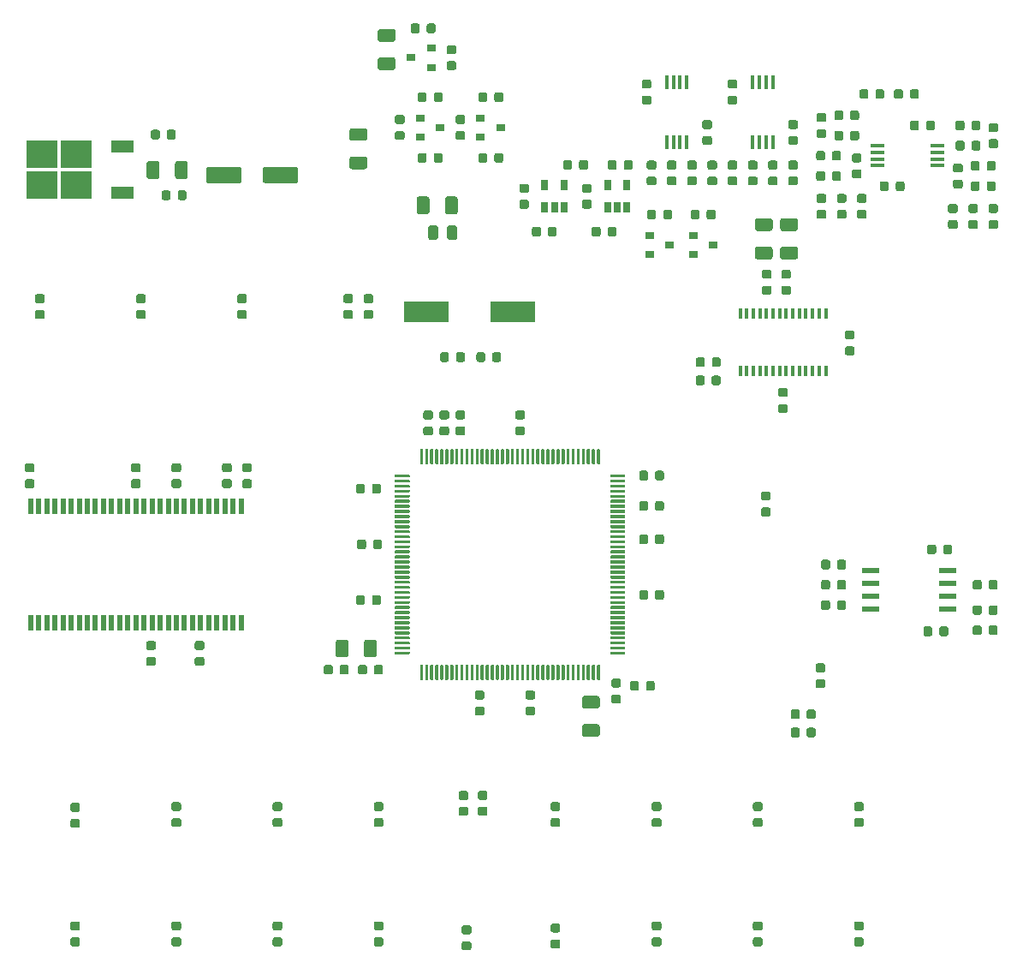
<source format=gtp>
G04 #@! TF.GenerationSoftware,KiCad,Pcbnew,(5.1.4)-1*
G04 #@! TF.CreationDate,2020-02-15T21:13:30+09:00*
G04 #@! TF.ProjectId,main,6d61696e-2e6b-4696-9361-645f70636258,rev?*
G04 #@! TF.SameCoordinates,Original*
G04 #@! TF.FileFunction,Paste,Top*
G04 #@! TF.FilePolarity,Positive*
%FSLAX46Y46*%
G04 Gerber Fmt 4.6, Leading zero omitted, Abs format (unit mm)*
G04 Created by KiCad (PCBNEW (5.1.4)-1) date 2020-02-15 21:13:30*
%MOMM*%
%LPD*%
G04 APERTURE LIST*
%ADD10R,0.450000X1.450000*%
%ADD11R,0.500000X1.500000*%
%ADD12C,0.100000*%
%ADD13C,0.875000*%
%ADD14R,4.500000X2.000000*%
%ADD15C,0.300000*%
%ADD16C,1.250000*%
%ADD17C,1.600000*%
%ADD18R,0.900000X0.800000*%
%ADD19C,0.975000*%
%ADD20R,0.400000X1.100000*%
%ADD21R,0.650000X1.060000*%
%ADD22R,1.450000X0.450000*%
%ADD23R,1.800000X0.600000*%
%ADD24R,2.200000X1.200000*%
%ADD25R,3.050000X2.750000*%
G04 APERTURE END LIST*
D10*
X124025000Y-64250000D03*
X124675000Y-64250000D03*
X125325000Y-64250000D03*
X125975000Y-64250000D03*
X125975000Y-58350000D03*
X125325000Y-58350000D03*
X124675000Y-58350000D03*
X124025000Y-58350000D03*
D11*
X71800000Y-100250000D03*
X72600000Y-100250000D03*
X73400000Y-100250000D03*
X71000000Y-100250000D03*
X70200000Y-100250000D03*
X69400000Y-100250000D03*
X68600000Y-100250000D03*
X67800000Y-100250000D03*
X67000000Y-100250000D03*
X66200000Y-100250000D03*
X65400000Y-100250000D03*
X64600000Y-100250000D03*
X63800000Y-100250000D03*
X63000000Y-100250000D03*
X62200000Y-100250000D03*
X61400000Y-100250000D03*
X60600000Y-100250000D03*
X59800000Y-100250000D03*
X59000000Y-100250000D03*
X58200000Y-100250000D03*
X57400000Y-100250000D03*
X56600000Y-100250000D03*
X55800000Y-100250000D03*
X55000000Y-100250000D03*
X54200000Y-100250000D03*
X53400000Y-100250000D03*
X52600000Y-100250000D03*
X52600000Y-111750000D03*
X53400000Y-111750000D03*
X54200000Y-111750000D03*
X55000000Y-111750000D03*
X55800000Y-111750000D03*
X56600000Y-111750000D03*
X57400000Y-111750000D03*
X58200000Y-111750000D03*
X59000000Y-111750000D03*
X59800000Y-111750000D03*
X60600000Y-111750000D03*
X61400000Y-111750000D03*
X62200000Y-111750000D03*
X63000000Y-111750000D03*
X63800000Y-111750000D03*
X64600000Y-111750000D03*
X65400000Y-111750000D03*
X66200000Y-111750000D03*
X67000000Y-111750000D03*
X67800000Y-111750000D03*
X68600000Y-111750000D03*
X69400000Y-111750000D03*
X70200000Y-111750000D03*
X71000000Y-111750000D03*
X71800000Y-111750000D03*
X72600000Y-111750000D03*
X73400000Y-111750000D03*
D12*
G36*
X97352691Y-85026053D02*
G01*
X97373926Y-85029203D01*
X97394750Y-85034419D01*
X97414962Y-85041651D01*
X97434368Y-85050830D01*
X97452781Y-85061866D01*
X97470024Y-85074654D01*
X97485930Y-85089070D01*
X97500346Y-85104976D01*
X97513134Y-85122219D01*
X97524170Y-85140632D01*
X97533349Y-85160038D01*
X97540581Y-85180250D01*
X97545797Y-85201074D01*
X97548947Y-85222309D01*
X97550000Y-85243750D01*
X97550000Y-85756250D01*
X97548947Y-85777691D01*
X97545797Y-85798926D01*
X97540581Y-85819750D01*
X97533349Y-85839962D01*
X97524170Y-85859368D01*
X97513134Y-85877781D01*
X97500346Y-85895024D01*
X97485930Y-85910930D01*
X97470024Y-85925346D01*
X97452781Y-85938134D01*
X97434368Y-85949170D01*
X97414962Y-85958349D01*
X97394750Y-85965581D01*
X97373926Y-85970797D01*
X97352691Y-85973947D01*
X97331250Y-85975000D01*
X96893750Y-85975000D01*
X96872309Y-85973947D01*
X96851074Y-85970797D01*
X96830250Y-85965581D01*
X96810038Y-85958349D01*
X96790632Y-85949170D01*
X96772219Y-85938134D01*
X96754976Y-85925346D01*
X96739070Y-85910930D01*
X96724654Y-85895024D01*
X96711866Y-85877781D01*
X96700830Y-85859368D01*
X96691651Y-85839962D01*
X96684419Y-85819750D01*
X96679203Y-85798926D01*
X96676053Y-85777691D01*
X96675000Y-85756250D01*
X96675000Y-85243750D01*
X96676053Y-85222309D01*
X96679203Y-85201074D01*
X96684419Y-85180250D01*
X96691651Y-85160038D01*
X96700830Y-85140632D01*
X96711866Y-85122219D01*
X96724654Y-85104976D01*
X96739070Y-85089070D01*
X96754976Y-85074654D01*
X96772219Y-85061866D01*
X96790632Y-85050830D01*
X96810038Y-85041651D01*
X96830250Y-85034419D01*
X96851074Y-85029203D01*
X96872309Y-85026053D01*
X96893750Y-85025000D01*
X97331250Y-85025000D01*
X97352691Y-85026053D01*
X97352691Y-85026053D01*
G37*
D13*
X97112500Y-85500000D03*
D12*
G36*
X98927691Y-85026053D02*
G01*
X98948926Y-85029203D01*
X98969750Y-85034419D01*
X98989962Y-85041651D01*
X99009368Y-85050830D01*
X99027781Y-85061866D01*
X99045024Y-85074654D01*
X99060930Y-85089070D01*
X99075346Y-85104976D01*
X99088134Y-85122219D01*
X99099170Y-85140632D01*
X99108349Y-85160038D01*
X99115581Y-85180250D01*
X99120797Y-85201074D01*
X99123947Y-85222309D01*
X99125000Y-85243750D01*
X99125000Y-85756250D01*
X99123947Y-85777691D01*
X99120797Y-85798926D01*
X99115581Y-85819750D01*
X99108349Y-85839962D01*
X99099170Y-85859368D01*
X99088134Y-85877781D01*
X99075346Y-85895024D01*
X99060930Y-85910930D01*
X99045024Y-85925346D01*
X99027781Y-85938134D01*
X99009368Y-85949170D01*
X98989962Y-85958349D01*
X98969750Y-85965581D01*
X98948926Y-85970797D01*
X98927691Y-85973947D01*
X98906250Y-85975000D01*
X98468750Y-85975000D01*
X98447309Y-85973947D01*
X98426074Y-85970797D01*
X98405250Y-85965581D01*
X98385038Y-85958349D01*
X98365632Y-85949170D01*
X98347219Y-85938134D01*
X98329976Y-85925346D01*
X98314070Y-85910930D01*
X98299654Y-85895024D01*
X98286866Y-85877781D01*
X98275830Y-85859368D01*
X98266651Y-85839962D01*
X98259419Y-85819750D01*
X98254203Y-85798926D01*
X98251053Y-85777691D01*
X98250000Y-85756250D01*
X98250000Y-85243750D01*
X98251053Y-85222309D01*
X98254203Y-85201074D01*
X98259419Y-85180250D01*
X98266651Y-85160038D01*
X98275830Y-85140632D01*
X98286866Y-85122219D01*
X98299654Y-85104976D01*
X98314070Y-85089070D01*
X98329976Y-85074654D01*
X98347219Y-85061866D01*
X98365632Y-85050830D01*
X98385038Y-85041651D01*
X98405250Y-85034419D01*
X98426074Y-85029203D01*
X98447309Y-85026053D01*
X98468750Y-85025000D01*
X98906250Y-85025000D01*
X98927691Y-85026053D01*
X98927691Y-85026053D01*
G37*
D13*
X98687500Y-85500000D03*
D14*
X91750000Y-81000000D03*
X100250000Y-81000000D03*
D12*
G36*
X134777691Y-141276053D02*
G01*
X134798926Y-141279203D01*
X134819750Y-141284419D01*
X134839962Y-141291651D01*
X134859368Y-141300830D01*
X134877781Y-141311866D01*
X134895024Y-141324654D01*
X134910930Y-141339070D01*
X134925346Y-141354976D01*
X134938134Y-141372219D01*
X134949170Y-141390632D01*
X134958349Y-141410038D01*
X134965581Y-141430250D01*
X134970797Y-141451074D01*
X134973947Y-141472309D01*
X134975000Y-141493750D01*
X134975000Y-141931250D01*
X134973947Y-141952691D01*
X134970797Y-141973926D01*
X134965581Y-141994750D01*
X134958349Y-142014962D01*
X134949170Y-142034368D01*
X134938134Y-142052781D01*
X134925346Y-142070024D01*
X134910930Y-142085930D01*
X134895024Y-142100346D01*
X134877781Y-142113134D01*
X134859368Y-142124170D01*
X134839962Y-142133349D01*
X134819750Y-142140581D01*
X134798926Y-142145797D01*
X134777691Y-142148947D01*
X134756250Y-142150000D01*
X134243750Y-142150000D01*
X134222309Y-142148947D01*
X134201074Y-142145797D01*
X134180250Y-142140581D01*
X134160038Y-142133349D01*
X134140632Y-142124170D01*
X134122219Y-142113134D01*
X134104976Y-142100346D01*
X134089070Y-142085930D01*
X134074654Y-142070024D01*
X134061866Y-142052781D01*
X134050830Y-142034368D01*
X134041651Y-142014962D01*
X134034419Y-141994750D01*
X134029203Y-141973926D01*
X134026053Y-141952691D01*
X134025000Y-141931250D01*
X134025000Y-141493750D01*
X134026053Y-141472309D01*
X134029203Y-141451074D01*
X134034419Y-141430250D01*
X134041651Y-141410038D01*
X134050830Y-141390632D01*
X134061866Y-141372219D01*
X134074654Y-141354976D01*
X134089070Y-141339070D01*
X134104976Y-141324654D01*
X134122219Y-141311866D01*
X134140632Y-141300830D01*
X134160038Y-141291651D01*
X134180250Y-141284419D01*
X134201074Y-141279203D01*
X134222309Y-141276053D01*
X134243750Y-141275000D01*
X134756250Y-141275000D01*
X134777691Y-141276053D01*
X134777691Y-141276053D01*
G37*
D13*
X134500000Y-141712500D03*
D12*
G36*
X134777691Y-142851053D02*
G01*
X134798926Y-142854203D01*
X134819750Y-142859419D01*
X134839962Y-142866651D01*
X134859368Y-142875830D01*
X134877781Y-142886866D01*
X134895024Y-142899654D01*
X134910930Y-142914070D01*
X134925346Y-142929976D01*
X134938134Y-142947219D01*
X134949170Y-142965632D01*
X134958349Y-142985038D01*
X134965581Y-143005250D01*
X134970797Y-143026074D01*
X134973947Y-143047309D01*
X134975000Y-143068750D01*
X134975000Y-143506250D01*
X134973947Y-143527691D01*
X134970797Y-143548926D01*
X134965581Y-143569750D01*
X134958349Y-143589962D01*
X134949170Y-143609368D01*
X134938134Y-143627781D01*
X134925346Y-143645024D01*
X134910930Y-143660930D01*
X134895024Y-143675346D01*
X134877781Y-143688134D01*
X134859368Y-143699170D01*
X134839962Y-143708349D01*
X134819750Y-143715581D01*
X134798926Y-143720797D01*
X134777691Y-143723947D01*
X134756250Y-143725000D01*
X134243750Y-143725000D01*
X134222309Y-143723947D01*
X134201074Y-143720797D01*
X134180250Y-143715581D01*
X134160038Y-143708349D01*
X134140632Y-143699170D01*
X134122219Y-143688134D01*
X134104976Y-143675346D01*
X134089070Y-143660930D01*
X134074654Y-143645024D01*
X134061866Y-143627781D01*
X134050830Y-143609368D01*
X134041651Y-143589962D01*
X134034419Y-143569750D01*
X134029203Y-143548926D01*
X134026053Y-143527691D01*
X134025000Y-143506250D01*
X134025000Y-143068750D01*
X134026053Y-143047309D01*
X134029203Y-143026074D01*
X134034419Y-143005250D01*
X134041651Y-142985038D01*
X134050830Y-142965632D01*
X134061866Y-142947219D01*
X134074654Y-142929976D01*
X134089070Y-142914070D01*
X134104976Y-142899654D01*
X134122219Y-142886866D01*
X134140632Y-142875830D01*
X134160038Y-142866651D01*
X134180250Y-142859419D01*
X134201074Y-142854203D01*
X134222309Y-142851053D01*
X134243750Y-142850000D01*
X134756250Y-142850000D01*
X134777691Y-142851053D01*
X134777691Y-142851053D01*
G37*
D13*
X134500000Y-143287500D03*
D12*
G36*
X124777691Y-141276053D02*
G01*
X124798926Y-141279203D01*
X124819750Y-141284419D01*
X124839962Y-141291651D01*
X124859368Y-141300830D01*
X124877781Y-141311866D01*
X124895024Y-141324654D01*
X124910930Y-141339070D01*
X124925346Y-141354976D01*
X124938134Y-141372219D01*
X124949170Y-141390632D01*
X124958349Y-141410038D01*
X124965581Y-141430250D01*
X124970797Y-141451074D01*
X124973947Y-141472309D01*
X124975000Y-141493750D01*
X124975000Y-141931250D01*
X124973947Y-141952691D01*
X124970797Y-141973926D01*
X124965581Y-141994750D01*
X124958349Y-142014962D01*
X124949170Y-142034368D01*
X124938134Y-142052781D01*
X124925346Y-142070024D01*
X124910930Y-142085930D01*
X124895024Y-142100346D01*
X124877781Y-142113134D01*
X124859368Y-142124170D01*
X124839962Y-142133349D01*
X124819750Y-142140581D01*
X124798926Y-142145797D01*
X124777691Y-142148947D01*
X124756250Y-142150000D01*
X124243750Y-142150000D01*
X124222309Y-142148947D01*
X124201074Y-142145797D01*
X124180250Y-142140581D01*
X124160038Y-142133349D01*
X124140632Y-142124170D01*
X124122219Y-142113134D01*
X124104976Y-142100346D01*
X124089070Y-142085930D01*
X124074654Y-142070024D01*
X124061866Y-142052781D01*
X124050830Y-142034368D01*
X124041651Y-142014962D01*
X124034419Y-141994750D01*
X124029203Y-141973926D01*
X124026053Y-141952691D01*
X124025000Y-141931250D01*
X124025000Y-141493750D01*
X124026053Y-141472309D01*
X124029203Y-141451074D01*
X124034419Y-141430250D01*
X124041651Y-141410038D01*
X124050830Y-141390632D01*
X124061866Y-141372219D01*
X124074654Y-141354976D01*
X124089070Y-141339070D01*
X124104976Y-141324654D01*
X124122219Y-141311866D01*
X124140632Y-141300830D01*
X124160038Y-141291651D01*
X124180250Y-141284419D01*
X124201074Y-141279203D01*
X124222309Y-141276053D01*
X124243750Y-141275000D01*
X124756250Y-141275000D01*
X124777691Y-141276053D01*
X124777691Y-141276053D01*
G37*
D13*
X124500000Y-141712500D03*
D12*
G36*
X124777691Y-142851053D02*
G01*
X124798926Y-142854203D01*
X124819750Y-142859419D01*
X124839962Y-142866651D01*
X124859368Y-142875830D01*
X124877781Y-142886866D01*
X124895024Y-142899654D01*
X124910930Y-142914070D01*
X124925346Y-142929976D01*
X124938134Y-142947219D01*
X124949170Y-142965632D01*
X124958349Y-142985038D01*
X124965581Y-143005250D01*
X124970797Y-143026074D01*
X124973947Y-143047309D01*
X124975000Y-143068750D01*
X124975000Y-143506250D01*
X124973947Y-143527691D01*
X124970797Y-143548926D01*
X124965581Y-143569750D01*
X124958349Y-143589962D01*
X124949170Y-143609368D01*
X124938134Y-143627781D01*
X124925346Y-143645024D01*
X124910930Y-143660930D01*
X124895024Y-143675346D01*
X124877781Y-143688134D01*
X124859368Y-143699170D01*
X124839962Y-143708349D01*
X124819750Y-143715581D01*
X124798926Y-143720797D01*
X124777691Y-143723947D01*
X124756250Y-143725000D01*
X124243750Y-143725000D01*
X124222309Y-143723947D01*
X124201074Y-143720797D01*
X124180250Y-143715581D01*
X124160038Y-143708349D01*
X124140632Y-143699170D01*
X124122219Y-143688134D01*
X124104976Y-143675346D01*
X124089070Y-143660930D01*
X124074654Y-143645024D01*
X124061866Y-143627781D01*
X124050830Y-143609368D01*
X124041651Y-143589962D01*
X124034419Y-143569750D01*
X124029203Y-143548926D01*
X124026053Y-143527691D01*
X124025000Y-143506250D01*
X124025000Y-143068750D01*
X124026053Y-143047309D01*
X124029203Y-143026074D01*
X124034419Y-143005250D01*
X124041651Y-142985038D01*
X124050830Y-142965632D01*
X124061866Y-142947219D01*
X124074654Y-142929976D01*
X124089070Y-142914070D01*
X124104976Y-142899654D01*
X124122219Y-142886866D01*
X124140632Y-142875830D01*
X124160038Y-142866651D01*
X124180250Y-142859419D01*
X124201074Y-142854203D01*
X124222309Y-142851053D01*
X124243750Y-142850000D01*
X124756250Y-142850000D01*
X124777691Y-142851053D01*
X124777691Y-142851053D01*
G37*
D13*
X124500000Y-143287500D03*
D12*
G36*
X114777691Y-141276053D02*
G01*
X114798926Y-141279203D01*
X114819750Y-141284419D01*
X114839962Y-141291651D01*
X114859368Y-141300830D01*
X114877781Y-141311866D01*
X114895024Y-141324654D01*
X114910930Y-141339070D01*
X114925346Y-141354976D01*
X114938134Y-141372219D01*
X114949170Y-141390632D01*
X114958349Y-141410038D01*
X114965581Y-141430250D01*
X114970797Y-141451074D01*
X114973947Y-141472309D01*
X114975000Y-141493750D01*
X114975000Y-141931250D01*
X114973947Y-141952691D01*
X114970797Y-141973926D01*
X114965581Y-141994750D01*
X114958349Y-142014962D01*
X114949170Y-142034368D01*
X114938134Y-142052781D01*
X114925346Y-142070024D01*
X114910930Y-142085930D01*
X114895024Y-142100346D01*
X114877781Y-142113134D01*
X114859368Y-142124170D01*
X114839962Y-142133349D01*
X114819750Y-142140581D01*
X114798926Y-142145797D01*
X114777691Y-142148947D01*
X114756250Y-142150000D01*
X114243750Y-142150000D01*
X114222309Y-142148947D01*
X114201074Y-142145797D01*
X114180250Y-142140581D01*
X114160038Y-142133349D01*
X114140632Y-142124170D01*
X114122219Y-142113134D01*
X114104976Y-142100346D01*
X114089070Y-142085930D01*
X114074654Y-142070024D01*
X114061866Y-142052781D01*
X114050830Y-142034368D01*
X114041651Y-142014962D01*
X114034419Y-141994750D01*
X114029203Y-141973926D01*
X114026053Y-141952691D01*
X114025000Y-141931250D01*
X114025000Y-141493750D01*
X114026053Y-141472309D01*
X114029203Y-141451074D01*
X114034419Y-141430250D01*
X114041651Y-141410038D01*
X114050830Y-141390632D01*
X114061866Y-141372219D01*
X114074654Y-141354976D01*
X114089070Y-141339070D01*
X114104976Y-141324654D01*
X114122219Y-141311866D01*
X114140632Y-141300830D01*
X114160038Y-141291651D01*
X114180250Y-141284419D01*
X114201074Y-141279203D01*
X114222309Y-141276053D01*
X114243750Y-141275000D01*
X114756250Y-141275000D01*
X114777691Y-141276053D01*
X114777691Y-141276053D01*
G37*
D13*
X114500000Y-141712500D03*
D12*
G36*
X114777691Y-142851053D02*
G01*
X114798926Y-142854203D01*
X114819750Y-142859419D01*
X114839962Y-142866651D01*
X114859368Y-142875830D01*
X114877781Y-142886866D01*
X114895024Y-142899654D01*
X114910930Y-142914070D01*
X114925346Y-142929976D01*
X114938134Y-142947219D01*
X114949170Y-142965632D01*
X114958349Y-142985038D01*
X114965581Y-143005250D01*
X114970797Y-143026074D01*
X114973947Y-143047309D01*
X114975000Y-143068750D01*
X114975000Y-143506250D01*
X114973947Y-143527691D01*
X114970797Y-143548926D01*
X114965581Y-143569750D01*
X114958349Y-143589962D01*
X114949170Y-143609368D01*
X114938134Y-143627781D01*
X114925346Y-143645024D01*
X114910930Y-143660930D01*
X114895024Y-143675346D01*
X114877781Y-143688134D01*
X114859368Y-143699170D01*
X114839962Y-143708349D01*
X114819750Y-143715581D01*
X114798926Y-143720797D01*
X114777691Y-143723947D01*
X114756250Y-143725000D01*
X114243750Y-143725000D01*
X114222309Y-143723947D01*
X114201074Y-143720797D01*
X114180250Y-143715581D01*
X114160038Y-143708349D01*
X114140632Y-143699170D01*
X114122219Y-143688134D01*
X114104976Y-143675346D01*
X114089070Y-143660930D01*
X114074654Y-143645024D01*
X114061866Y-143627781D01*
X114050830Y-143609368D01*
X114041651Y-143589962D01*
X114034419Y-143569750D01*
X114029203Y-143548926D01*
X114026053Y-143527691D01*
X114025000Y-143506250D01*
X114025000Y-143068750D01*
X114026053Y-143047309D01*
X114029203Y-143026074D01*
X114034419Y-143005250D01*
X114041651Y-142985038D01*
X114050830Y-142965632D01*
X114061866Y-142947219D01*
X114074654Y-142929976D01*
X114089070Y-142914070D01*
X114104976Y-142899654D01*
X114122219Y-142886866D01*
X114140632Y-142875830D01*
X114160038Y-142866651D01*
X114180250Y-142859419D01*
X114201074Y-142854203D01*
X114222309Y-142851053D01*
X114243750Y-142850000D01*
X114756250Y-142850000D01*
X114777691Y-142851053D01*
X114777691Y-142851053D01*
G37*
D13*
X114500000Y-143287500D03*
D12*
G36*
X104777691Y-141488553D02*
G01*
X104798926Y-141491703D01*
X104819750Y-141496919D01*
X104839962Y-141504151D01*
X104859368Y-141513330D01*
X104877781Y-141524366D01*
X104895024Y-141537154D01*
X104910930Y-141551570D01*
X104925346Y-141567476D01*
X104938134Y-141584719D01*
X104949170Y-141603132D01*
X104958349Y-141622538D01*
X104965581Y-141642750D01*
X104970797Y-141663574D01*
X104973947Y-141684809D01*
X104975000Y-141706250D01*
X104975000Y-142143750D01*
X104973947Y-142165191D01*
X104970797Y-142186426D01*
X104965581Y-142207250D01*
X104958349Y-142227462D01*
X104949170Y-142246868D01*
X104938134Y-142265281D01*
X104925346Y-142282524D01*
X104910930Y-142298430D01*
X104895024Y-142312846D01*
X104877781Y-142325634D01*
X104859368Y-142336670D01*
X104839962Y-142345849D01*
X104819750Y-142353081D01*
X104798926Y-142358297D01*
X104777691Y-142361447D01*
X104756250Y-142362500D01*
X104243750Y-142362500D01*
X104222309Y-142361447D01*
X104201074Y-142358297D01*
X104180250Y-142353081D01*
X104160038Y-142345849D01*
X104140632Y-142336670D01*
X104122219Y-142325634D01*
X104104976Y-142312846D01*
X104089070Y-142298430D01*
X104074654Y-142282524D01*
X104061866Y-142265281D01*
X104050830Y-142246868D01*
X104041651Y-142227462D01*
X104034419Y-142207250D01*
X104029203Y-142186426D01*
X104026053Y-142165191D01*
X104025000Y-142143750D01*
X104025000Y-141706250D01*
X104026053Y-141684809D01*
X104029203Y-141663574D01*
X104034419Y-141642750D01*
X104041651Y-141622538D01*
X104050830Y-141603132D01*
X104061866Y-141584719D01*
X104074654Y-141567476D01*
X104089070Y-141551570D01*
X104104976Y-141537154D01*
X104122219Y-141524366D01*
X104140632Y-141513330D01*
X104160038Y-141504151D01*
X104180250Y-141496919D01*
X104201074Y-141491703D01*
X104222309Y-141488553D01*
X104243750Y-141487500D01*
X104756250Y-141487500D01*
X104777691Y-141488553D01*
X104777691Y-141488553D01*
G37*
D13*
X104500000Y-141925000D03*
D12*
G36*
X104777691Y-143063553D02*
G01*
X104798926Y-143066703D01*
X104819750Y-143071919D01*
X104839962Y-143079151D01*
X104859368Y-143088330D01*
X104877781Y-143099366D01*
X104895024Y-143112154D01*
X104910930Y-143126570D01*
X104925346Y-143142476D01*
X104938134Y-143159719D01*
X104949170Y-143178132D01*
X104958349Y-143197538D01*
X104965581Y-143217750D01*
X104970797Y-143238574D01*
X104973947Y-143259809D01*
X104975000Y-143281250D01*
X104975000Y-143718750D01*
X104973947Y-143740191D01*
X104970797Y-143761426D01*
X104965581Y-143782250D01*
X104958349Y-143802462D01*
X104949170Y-143821868D01*
X104938134Y-143840281D01*
X104925346Y-143857524D01*
X104910930Y-143873430D01*
X104895024Y-143887846D01*
X104877781Y-143900634D01*
X104859368Y-143911670D01*
X104839962Y-143920849D01*
X104819750Y-143928081D01*
X104798926Y-143933297D01*
X104777691Y-143936447D01*
X104756250Y-143937500D01*
X104243750Y-143937500D01*
X104222309Y-143936447D01*
X104201074Y-143933297D01*
X104180250Y-143928081D01*
X104160038Y-143920849D01*
X104140632Y-143911670D01*
X104122219Y-143900634D01*
X104104976Y-143887846D01*
X104089070Y-143873430D01*
X104074654Y-143857524D01*
X104061866Y-143840281D01*
X104050830Y-143821868D01*
X104041651Y-143802462D01*
X104034419Y-143782250D01*
X104029203Y-143761426D01*
X104026053Y-143740191D01*
X104025000Y-143718750D01*
X104025000Y-143281250D01*
X104026053Y-143259809D01*
X104029203Y-143238574D01*
X104034419Y-143217750D01*
X104041651Y-143197538D01*
X104050830Y-143178132D01*
X104061866Y-143159719D01*
X104074654Y-143142476D01*
X104089070Y-143126570D01*
X104104976Y-143112154D01*
X104122219Y-143099366D01*
X104140632Y-143088330D01*
X104160038Y-143079151D01*
X104180250Y-143071919D01*
X104201074Y-143066703D01*
X104222309Y-143063553D01*
X104243750Y-143062500D01*
X104756250Y-143062500D01*
X104777691Y-143063553D01*
X104777691Y-143063553D01*
G37*
D13*
X104500000Y-143500000D03*
D12*
G36*
X134777691Y-129488553D02*
G01*
X134798926Y-129491703D01*
X134819750Y-129496919D01*
X134839962Y-129504151D01*
X134859368Y-129513330D01*
X134877781Y-129524366D01*
X134895024Y-129537154D01*
X134910930Y-129551570D01*
X134925346Y-129567476D01*
X134938134Y-129584719D01*
X134949170Y-129603132D01*
X134958349Y-129622538D01*
X134965581Y-129642750D01*
X134970797Y-129663574D01*
X134973947Y-129684809D01*
X134975000Y-129706250D01*
X134975000Y-130143750D01*
X134973947Y-130165191D01*
X134970797Y-130186426D01*
X134965581Y-130207250D01*
X134958349Y-130227462D01*
X134949170Y-130246868D01*
X134938134Y-130265281D01*
X134925346Y-130282524D01*
X134910930Y-130298430D01*
X134895024Y-130312846D01*
X134877781Y-130325634D01*
X134859368Y-130336670D01*
X134839962Y-130345849D01*
X134819750Y-130353081D01*
X134798926Y-130358297D01*
X134777691Y-130361447D01*
X134756250Y-130362500D01*
X134243750Y-130362500D01*
X134222309Y-130361447D01*
X134201074Y-130358297D01*
X134180250Y-130353081D01*
X134160038Y-130345849D01*
X134140632Y-130336670D01*
X134122219Y-130325634D01*
X134104976Y-130312846D01*
X134089070Y-130298430D01*
X134074654Y-130282524D01*
X134061866Y-130265281D01*
X134050830Y-130246868D01*
X134041651Y-130227462D01*
X134034419Y-130207250D01*
X134029203Y-130186426D01*
X134026053Y-130165191D01*
X134025000Y-130143750D01*
X134025000Y-129706250D01*
X134026053Y-129684809D01*
X134029203Y-129663574D01*
X134034419Y-129642750D01*
X134041651Y-129622538D01*
X134050830Y-129603132D01*
X134061866Y-129584719D01*
X134074654Y-129567476D01*
X134089070Y-129551570D01*
X134104976Y-129537154D01*
X134122219Y-129524366D01*
X134140632Y-129513330D01*
X134160038Y-129504151D01*
X134180250Y-129496919D01*
X134201074Y-129491703D01*
X134222309Y-129488553D01*
X134243750Y-129487500D01*
X134756250Y-129487500D01*
X134777691Y-129488553D01*
X134777691Y-129488553D01*
G37*
D13*
X134500000Y-129925000D03*
D12*
G36*
X134777691Y-131063553D02*
G01*
X134798926Y-131066703D01*
X134819750Y-131071919D01*
X134839962Y-131079151D01*
X134859368Y-131088330D01*
X134877781Y-131099366D01*
X134895024Y-131112154D01*
X134910930Y-131126570D01*
X134925346Y-131142476D01*
X134938134Y-131159719D01*
X134949170Y-131178132D01*
X134958349Y-131197538D01*
X134965581Y-131217750D01*
X134970797Y-131238574D01*
X134973947Y-131259809D01*
X134975000Y-131281250D01*
X134975000Y-131718750D01*
X134973947Y-131740191D01*
X134970797Y-131761426D01*
X134965581Y-131782250D01*
X134958349Y-131802462D01*
X134949170Y-131821868D01*
X134938134Y-131840281D01*
X134925346Y-131857524D01*
X134910930Y-131873430D01*
X134895024Y-131887846D01*
X134877781Y-131900634D01*
X134859368Y-131911670D01*
X134839962Y-131920849D01*
X134819750Y-131928081D01*
X134798926Y-131933297D01*
X134777691Y-131936447D01*
X134756250Y-131937500D01*
X134243750Y-131937500D01*
X134222309Y-131936447D01*
X134201074Y-131933297D01*
X134180250Y-131928081D01*
X134160038Y-131920849D01*
X134140632Y-131911670D01*
X134122219Y-131900634D01*
X134104976Y-131887846D01*
X134089070Y-131873430D01*
X134074654Y-131857524D01*
X134061866Y-131840281D01*
X134050830Y-131821868D01*
X134041651Y-131802462D01*
X134034419Y-131782250D01*
X134029203Y-131761426D01*
X134026053Y-131740191D01*
X134025000Y-131718750D01*
X134025000Y-131281250D01*
X134026053Y-131259809D01*
X134029203Y-131238574D01*
X134034419Y-131217750D01*
X134041651Y-131197538D01*
X134050830Y-131178132D01*
X134061866Y-131159719D01*
X134074654Y-131142476D01*
X134089070Y-131126570D01*
X134104976Y-131112154D01*
X134122219Y-131099366D01*
X134140632Y-131088330D01*
X134160038Y-131079151D01*
X134180250Y-131071919D01*
X134201074Y-131066703D01*
X134222309Y-131063553D01*
X134243750Y-131062500D01*
X134756250Y-131062500D01*
X134777691Y-131063553D01*
X134777691Y-131063553D01*
G37*
D13*
X134500000Y-131500000D03*
D12*
G36*
X124777691Y-129488553D02*
G01*
X124798926Y-129491703D01*
X124819750Y-129496919D01*
X124839962Y-129504151D01*
X124859368Y-129513330D01*
X124877781Y-129524366D01*
X124895024Y-129537154D01*
X124910930Y-129551570D01*
X124925346Y-129567476D01*
X124938134Y-129584719D01*
X124949170Y-129603132D01*
X124958349Y-129622538D01*
X124965581Y-129642750D01*
X124970797Y-129663574D01*
X124973947Y-129684809D01*
X124975000Y-129706250D01*
X124975000Y-130143750D01*
X124973947Y-130165191D01*
X124970797Y-130186426D01*
X124965581Y-130207250D01*
X124958349Y-130227462D01*
X124949170Y-130246868D01*
X124938134Y-130265281D01*
X124925346Y-130282524D01*
X124910930Y-130298430D01*
X124895024Y-130312846D01*
X124877781Y-130325634D01*
X124859368Y-130336670D01*
X124839962Y-130345849D01*
X124819750Y-130353081D01*
X124798926Y-130358297D01*
X124777691Y-130361447D01*
X124756250Y-130362500D01*
X124243750Y-130362500D01*
X124222309Y-130361447D01*
X124201074Y-130358297D01*
X124180250Y-130353081D01*
X124160038Y-130345849D01*
X124140632Y-130336670D01*
X124122219Y-130325634D01*
X124104976Y-130312846D01*
X124089070Y-130298430D01*
X124074654Y-130282524D01*
X124061866Y-130265281D01*
X124050830Y-130246868D01*
X124041651Y-130227462D01*
X124034419Y-130207250D01*
X124029203Y-130186426D01*
X124026053Y-130165191D01*
X124025000Y-130143750D01*
X124025000Y-129706250D01*
X124026053Y-129684809D01*
X124029203Y-129663574D01*
X124034419Y-129642750D01*
X124041651Y-129622538D01*
X124050830Y-129603132D01*
X124061866Y-129584719D01*
X124074654Y-129567476D01*
X124089070Y-129551570D01*
X124104976Y-129537154D01*
X124122219Y-129524366D01*
X124140632Y-129513330D01*
X124160038Y-129504151D01*
X124180250Y-129496919D01*
X124201074Y-129491703D01*
X124222309Y-129488553D01*
X124243750Y-129487500D01*
X124756250Y-129487500D01*
X124777691Y-129488553D01*
X124777691Y-129488553D01*
G37*
D13*
X124500000Y-129925000D03*
D12*
G36*
X124777691Y-131063553D02*
G01*
X124798926Y-131066703D01*
X124819750Y-131071919D01*
X124839962Y-131079151D01*
X124859368Y-131088330D01*
X124877781Y-131099366D01*
X124895024Y-131112154D01*
X124910930Y-131126570D01*
X124925346Y-131142476D01*
X124938134Y-131159719D01*
X124949170Y-131178132D01*
X124958349Y-131197538D01*
X124965581Y-131217750D01*
X124970797Y-131238574D01*
X124973947Y-131259809D01*
X124975000Y-131281250D01*
X124975000Y-131718750D01*
X124973947Y-131740191D01*
X124970797Y-131761426D01*
X124965581Y-131782250D01*
X124958349Y-131802462D01*
X124949170Y-131821868D01*
X124938134Y-131840281D01*
X124925346Y-131857524D01*
X124910930Y-131873430D01*
X124895024Y-131887846D01*
X124877781Y-131900634D01*
X124859368Y-131911670D01*
X124839962Y-131920849D01*
X124819750Y-131928081D01*
X124798926Y-131933297D01*
X124777691Y-131936447D01*
X124756250Y-131937500D01*
X124243750Y-131937500D01*
X124222309Y-131936447D01*
X124201074Y-131933297D01*
X124180250Y-131928081D01*
X124160038Y-131920849D01*
X124140632Y-131911670D01*
X124122219Y-131900634D01*
X124104976Y-131887846D01*
X124089070Y-131873430D01*
X124074654Y-131857524D01*
X124061866Y-131840281D01*
X124050830Y-131821868D01*
X124041651Y-131802462D01*
X124034419Y-131782250D01*
X124029203Y-131761426D01*
X124026053Y-131740191D01*
X124025000Y-131718750D01*
X124025000Y-131281250D01*
X124026053Y-131259809D01*
X124029203Y-131238574D01*
X124034419Y-131217750D01*
X124041651Y-131197538D01*
X124050830Y-131178132D01*
X124061866Y-131159719D01*
X124074654Y-131142476D01*
X124089070Y-131126570D01*
X124104976Y-131112154D01*
X124122219Y-131099366D01*
X124140632Y-131088330D01*
X124160038Y-131079151D01*
X124180250Y-131071919D01*
X124201074Y-131066703D01*
X124222309Y-131063553D01*
X124243750Y-131062500D01*
X124756250Y-131062500D01*
X124777691Y-131063553D01*
X124777691Y-131063553D01*
G37*
D13*
X124500000Y-131500000D03*
D12*
G36*
X114777691Y-129488553D02*
G01*
X114798926Y-129491703D01*
X114819750Y-129496919D01*
X114839962Y-129504151D01*
X114859368Y-129513330D01*
X114877781Y-129524366D01*
X114895024Y-129537154D01*
X114910930Y-129551570D01*
X114925346Y-129567476D01*
X114938134Y-129584719D01*
X114949170Y-129603132D01*
X114958349Y-129622538D01*
X114965581Y-129642750D01*
X114970797Y-129663574D01*
X114973947Y-129684809D01*
X114975000Y-129706250D01*
X114975000Y-130143750D01*
X114973947Y-130165191D01*
X114970797Y-130186426D01*
X114965581Y-130207250D01*
X114958349Y-130227462D01*
X114949170Y-130246868D01*
X114938134Y-130265281D01*
X114925346Y-130282524D01*
X114910930Y-130298430D01*
X114895024Y-130312846D01*
X114877781Y-130325634D01*
X114859368Y-130336670D01*
X114839962Y-130345849D01*
X114819750Y-130353081D01*
X114798926Y-130358297D01*
X114777691Y-130361447D01*
X114756250Y-130362500D01*
X114243750Y-130362500D01*
X114222309Y-130361447D01*
X114201074Y-130358297D01*
X114180250Y-130353081D01*
X114160038Y-130345849D01*
X114140632Y-130336670D01*
X114122219Y-130325634D01*
X114104976Y-130312846D01*
X114089070Y-130298430D01*
X114074654Y-130282524D01*
X114061866Y-130265281D01*
X114050830Y-130246868D01*
X114041651Y-130227462D01*
X114034419Y-130207250D01*
X114029203Y-130186426D01*
X114026053Y-130165191D01*
X114025000Y-130143750D01*
X114025000Y-129706250D01*
X114026053Y-129684809D01*
X114029203Y-129663574D01*
X114034419Y-129642750D01*
X114041651Y-129622538D01*
X114050830Y-129603132D01*
X114061866Y-129584719D01*
X114074654Y-129567476D01*
X114089070Y-129551570D01*
X114104976Y-129537154D01*
X114122219Y-129524366D01*
X114140632Y-129513330D01*
X114160038Y-129504151D01*
X114180250Y-129496919D01*
X114201074Y-129491703D01*
X114222309Y-129488553D01*
X114243750Y-129487500D01*
X114756250Y-129487500D01*
X114777691Y-129488553D01*
X114777691Y-129488553D01*
G37*
D13*
X114500000Y-129925000D03*
D12*
G36*
X114777691Y-131063553D02*
G01*
X114798926Y-131066703D01*
X114819750Y-131071919D01*
X114839962Y-131079151D01*
X114859368Y-131088330D01*
X114877781Y-131099366D01*
X114895024Y-131112154D01*
X114910930Y-131126570D01*
X114925346Y-131142476D01*
X114938134Y-131159719D01*
X114949170Y-131178132D01*
X114958349Y-131197538D01*
X114965581Y-131217750D01*
X114970797Y-131238574D01*
X114973947Y-131259809D01*
X114975000Y-131281250D01*
X114975000Y-131718750D01*
X114973947Y-131740191D01*
X114970797Y-131761426D01*
X114965581Y-131782250D01*
X114958349Y-131802462D01*
X114949170Y-131821868D01*
X114938134Y-131840281D01*
X114925346Y-131857524D01*
X114910930Y-131873430D01*
X114895024Y-131887846D01*
X114877781Y-131900634D01*
X114859368Y-131911670D01*
X114839962Y-131920849D01*
X114819750Y-131928081D01*
X114798926Y-131933297D01*
X114777691Y-131936447D01*
X114756250Y-131937500D01*
X114243750Y-131937500D01*
X114222309Y-131936447D01*
X114201074Y-131933297D01*
X114180250Y-131928081D01*
X114160038Y-131920849D01*
X114140632Y-131911670D01*
X114122219Y-131900634D01*
X114104976Y-131887846D01*
X114089070Y-131873430D01*
X114074654Y-131857524D01*
X114061866Y-131840281D01*
X114050830Y-131821868D01*
X114041651Y-131802462D01*
X114034419Y-131782250D01*
X114029203Y-131761426D01*
X114026053Y-131740191D01*
X114025000Y-131718750D01*
X114025000Y-131281250D01*
X114026053Y-131259809D01*
X114029203Y-131238574D01*
X114034419Y-131217750D01*
X114041651Y-131197538D01*
X114050830Y-131178132D01*
X114061866Y-131159719D01*
X114074654Y-131142476D01*
X114089070Y-131126570D01*
X114104976Y-131112154D01*
X114122219Y-131099366D01*
X114140632Y-131088330D01*
X114160038Y-131079151D01*
X114180250Y-131071919D01*
X114201074Y-131066703D01*
X114222309Y-131063553D01*
X114243750Y-131062500D01*
X114756250Y-131062500D01*
X114777691Y-131063553D01*
X114777691Y-131063553D01*
G37*
D13*
X114500000Y-131500000D03*
D12*
G36*
X104777691Y-129488553D02*
G01*
X104798926Y-129491703D01*
X104819750Y-129496919D01*
X104839962Y-129504151D01*
X104859368Y-129513330D01*
X104877781Y-129524366D01*
X104895024Y-129537154D01*
X104910930Y-129551570D01*
X104925346Y-129567476D01*
X104938134Y-129584719D01*
X104949170Y-129603132D01*
X104958349Y-129622538D01*
X104965581Y-129642750D01*
X104970797Y-129663574D01*
X104973947Y-129684809D01*
X104975000Y-129706250D01*
X104975000Y-130143750D01*
X104973947Y-130165191D01*
X104970797Y-130186426D01*
X104965581Y-130207250D01*
X104958349Y-130227462D01*
X104949170Y-130246868D01*
X104938134Y-130265281D01*
X104925346Y-130282524D01*
X104910930Y-130298430D01*
X104895024Y-130312846D01*
X104877781Y-130325634D01*
X104859368Y-130336670D01*
X104839962Y-130345849D01*
X104819750Y-130353081D01*
X104798926Y-130358297D01*
X104777691Y-130361447D01*
X104756250Y-130362500D01*
X104243750Y-130362500D01*
X104222309Y-130361447D01*
X104201074Y-130358297D01*
X104180250Y-130353081D01*
X104160038Y-130345849D01*
X104140632Y-130336670D01*
X104122219Y-130325634D01*
X104104976Y-130312846D01*
X104089070Y-130298430D01*
X104074654Y-130282524D01*
X104061866Y-130265281D01*
X104050830Y-130246868D01*
X104041651Y-130227462D01*
X104034419Y-130207250D01*
X104029203Y-130186426D01*
X104026053Y-130165191D01*
X104025000Y-130143750D01*
X104025000Y-129706250D01*
X104026053Y-129684809D01*
X104029203Y-129663574D01*
X104034419Y-129642750D01*
X104041651Y-129622538D01*
X104050830Y-129603132D01*
X104061866Y-129584719D01*
X104074654Y-129567476D01*
X104089070Y-129551570D01*
X104104976Y-129537154D01*
X104122219Y-129524366D01*
X104140632Y-129513330D01*
X104160038Y-129504151D01*
X104180250Y-129496919D01*
X104201074Y-129491703D01*
X104222309Y-129488553D01*
X104243750Y-129487500D01*
X104756250Y-129487500D01*
X104777691Y-129488553D01*
X104777691Y-129488553D01*
G37*
D13*
X104500000Y-129925000D03*
D12*
G36*
X104777691Y-131063553D02*
G01*
X104798926Y-131066703D01*
X104819750Y-131071919D01*
X104839962Y-131079151D01*
X104859368Y-131088330D01*
X104877781Y-131099366D01*
X104895024Y-131112154D01*
X104910930Y-131126570D01*
X104925346Y-131142476D01*
X104938134Y-131159719D01*
X104949170Y-131178132D01*
X104958349Y-131197538D01*
X104965581Y-131217750D01*
X104970797Y-131238574D01*
X104973947Y-131259809D01*
X104975000Y-131281250D01*
X104975000Y-131718750D01*
X104973947Y-131740191D01*
X104970797Y-131761426D01*
X104965581Y-131782250D01*
X104958349Y-131802462D01*
X104949170Y-131821868D01*
X104938134Y-131840281D01*
X104925346Y-131857524D01*
X104910930Y-131873430D01*
X104895024Y-131887846D01*
X104877781Y-131900634D01*
X104859368Y-131911670D01*
X104839962Y-131920849D01*
X104819750Y-131928081D01*
X104798926Y-131933297D01*
X104777691Y-131936447D01*
X104756250Y-131937500D01*
X104243750Y-131937500D01*
X104222309Y-131936447D01*
X104201074Y-131933297D01*
X104180250Y-131928081D01*
X104160038Y-131920849D01*
X104140632Y-131911670D01*
X104122219Y-131900634D01*
X104104976Y-131887846D01*
X104089070Y-131873430D01*
X104074654Y-131857524D01*
X104061866Y-131840281D01*
X104050830Y-131821868D01*
X104041651Y-131802462D01*
X104034419Y-131782250D01*
X104029203Y-131761426D01*
X104026053Y-131740191D01*
X104025000Y-131718750D01*
X104025000Y-131281250D01*
X104026053Y-131259809D01*
X104029203Y-131238574D01*
X104034419Y-131217750D01*
X104041651Y-131197538D01*
X104050830Y-131178132D01*
X104061866Y-131159719D01*
X104074654Y-131142476D01*
X104089070Y-131126570D01*
X104104976Y-131112154D01*
X104122219Y-131099366D01*
X104140632Y-131088330D01*
X104160038Y-131079151D01*
X104180250Y-131071919D01*
X104201074Y-131066703D01*
X104222309Y-131063553D01*
X104243750Y-131062500D01*
X104756250Y-131062500D01*
X104777691Y-131063553D01*
X104777691Y-131063553D01*
G37*
D13*
X104500000Y-131500000D03*
D12*
G36*
X87277691Y-141276053D02*
G01*
X87298926Y-141279203D01*
X87319750Y-141284419D01*
X87339962Y-141291651D01*
X87359368Y-141300830D01*
X87377781Y-141311866D01*
X87395024Y-141324654D01*
X87410930Y-141339070D01*
X87425346Y-141354976D01*
X87438134Y-141372219D01*
X87449170Y-141390632D01*
X87458349Y-141410038D01*
X87465581Y-141430250D01*
X87470797Y-141451074D01*
X87473947Y-141472309D01*
X87475000Y-141493750D01*
X87475000Y-141931250D01*
X87473947Y-141952691D01*
X87470797Y-141973926D01*
X87465581Y-141994750D01*
X87458349Y-142014962D01*
X87449170Y-142034368D01*
X87438134Y-142052781D01*
X87425346Y-142070024D01*
X87410930Y-142085930D01*
X87395024Y-142100346D01*
X87377781Y-142113134D01*
X87359368Y-142124170D01*
X87339962Y-142133349D01*
X87319750Y-142140581D01*
X87298926Y-142145797D01*
X87277691Y-142148947D01*
X87256250Y-142150000D01*
X86743750Y-142150000D01*
X86722309Y-142148947D01*
X86701074Y-142145797D01*
X86680250Y-142140581D01*
X86660038Y-142133349D01*
X86640632Y-142124170D01*
X86622219Y-142113134D01*
X86604976Y-142100346D01*
X86589070Y-142085930D01*
X86574654Y-142070024D01*
X86561866Y-142052781D01*
X86550830Y-142034368D01*
X86541651Y-142014962D01*
X86534419Y-141994750D01*
X86529203Y-141973926D01*
X86526053Y-141952691D01*
X86525000Y-141931250D01*
X86525000Y-141493750D01*
X86526053Y-141472309D01*
X86529203Y-141451074D01*
X86534419Y-141430250D01*
X86541651Y-141410038D01*
X86550830Y-141390632D01*
X86561866Y-141372219D01*
X86574654Y-141354976D01*
X86589070Y-141339070D01*
X86604976Y-141324654D01*
X86622219Y-141311866D01*
X86640632Y-141300830D01*
X86660038Y-141291651D01*
X86680250Y-141284419D01*
X86701074Y-141279203D01*
X86722309Y-141276053D01*
X86743750Y-141275000D01*
X87256250Y-141275000D01*
X87277691Y-141276053D01*
X87277691Y-141276053D01*
G37*
D13*
X87000000Y-141712500D03*
D12*
G36*
X87277691Y-142851053D02*
G01*
X87298926Y-142854203D01*
X87319750Y-142859419D01*
X87339962Y-142866651D01*
X87359368Y-142875830D01*
X87377781Y-142886866D01*
X87395024Y-142899654D01*
X87410930Y-142914070D01*
X87425346Y-142929976D01*
X87438134Y-142947219D01*
X87449170Y-142965632D01*
X87458349Y-142985038D01*
X87465581Y-143005250D01*
X87470797Y-143026074D01*
X87473947Y-143047309D01*
X87475000Y-143068750D01*
X87475000Y-143506250D01*
X87473947Y-143527691D01*
X87470797Y-143548926D01*
X87465581Y-143569750D01*
X87458349Y-143589962D01*
X87449170Y-143609368D01*
X87438134Y-143627781D01*
X87425346Y-143645024D01*
X87410930Y-143660930D01*
X87395024Y-143675346D01*
X87377781Y-143688134D01*
X87359368Y-143699170D01*
X87339962Y-143708349D01*
X87319750Y-143715581D01*
X87298926Y-143720797D01*
X87277691Y-143723947D01*
X87256250Y-143725000D01*
X86743750Y-143725000D01*
X86722309Y-143723947D01*
X86701074Y-143720797D01*
X86680250Y-143715581D01*
X86660038Y-143708349D01*
X86640632Y-143699170D01*
X86622219Y-143688134D01*
X86604976Y-143675346D01*
X86589070Y-143660930D01*
X86574654Y-143645024D01*
X86561866Y-143627781D01*
X86550830Y-143609368D01*
X86541651Y-143589962D01*
X86534419Y-143569750D01*
X86529203Y-143548926D01*
X86526053Y-143527691D01*
X86525000Y-143506250D01*
X86525000Y-143068750D01*
X86526053Y-143047309D01*
X86529203Y-143026074D01*
X86534419Y-143005250D01*
X86541651Y-142985038D01*
X86550830Y-142965632D01*
X86561866Y-142947219D01*
X86574654Y-142929976D01*
X86589070Y-142914070D01*
X86604976Y-142899654D01*
X86622219Y-142886866D01*
X86640632Y-142875830D01*
X86660038Y-142866651D01*
X86680250Y-142859419D01*
X86701074Y-142854203D01*
X86722309Y-142851053D01*
X86743750Y-142850000D01*
X87256250Y-142850000D01*
X87277691Y-142851053D01*
X87277691Y-142851053D01*
G37*
D13*
X87000000Y-143287500D03*
D12*
G36*
X77277691Y-141276053D02*
G01*
X77298926Y-141279203D01*
X77319750Y-141284419D01*
X77339962Y-141291651D01*
X77359368Y-141300830D01*
X77377781Y-141311866D01*
X77395024Y-141324654D01*
X77410930Y-141339070D01*
X77425346Y-141354976D01*
X77438134Y-141372219D01*
X77449170Y-141390632D01*
X77458349Y-141410038D01*
X77465581Y-141430250D01*
X77470797Y-141451074D01*
X77473947Y-141472309D01*
X77475000Y-141493750D01*
X77475000Y-141931250D01*
X77473947Y-141952691D01*
X77470797Y-141973926D01*
X77465581Y-141994750D01*
X77458349Y-142014962D01*
X77449170Y-142034368D01*
X77438134Y-142052781D01*
X77425346Y-142070024D01*
X77410930Y-142085930D01*
X77395024Y-142100346D01*
X77377781Y-142113134D01*
X77359368Y-142124170D01*
X77339962Y-142133349D01*
X77319750Y-142140581D01*
X77298926Y-142145797D01*
X77277691Y-142148947D01*
X77256250Y-142150000D01*
X76743750Y-142150000D01*
X76722309Y-142148947D01*
X76701074Y-142145797D01*
X76680250Y-142140581D01*
X76660038Y-142133349D01*
X76640632Y-142124170D01*
X76622219Y-142113134D01*
X76604976Y-142100346D01*
X76589070Y-142085930D01*
X76574654Y-142070024D01*
X76561866Y-142052781D01*
X76550830Y-142034368D01*
X76541651Y-142014962D01*
X76534419Y-141994750D01*
X76529203Y-141973926D01*
X76526053Y-141952691D01*
X76525000Y-141931250D01*
X76525000Y-141493750D01*
X76526053Y-141472309D01*
X76529203Y-141451074D01*
X76534419Y-141430250D01*
X76541651Y-141410038D01*
X76550830Y-141390632D01*
X76561866Y-141372219D01*
X76574654Y-141354976D01*
X76589070Y-141339070D01*
X76604976Y-141324654D01*
X76622219Y-141311866D01*
X76640632Y-141300830D01*
X76660038Y-141291651D01*
X76680250Y-141284419D01*
X76701074Y-141279203D01*
X76722309Y-141276053D01*
X76743750Y-141275000D01*
X77256250Y-141275000D01*
X77277691Y-141276053D01*
X77277691Y-141276053D01*
G37*
D13*
X77000000Y-141712500D03*
D12*
G36*
X77277691Y-142851053D02*
G01*
X77298926Y-142854203D01*
X77319750Y-142859419D01*
X77339962Y-142866651D01*
X77359368Y-142875830D01*
X77377781Y-142886866D01*
X77395024Y-142899654D01*
X77410930Y-142914070D01*
X77425346Y-142929976D01*
X77438134Y-142947219D01*
X77449170Y-142965632D01*
X77458349Y-142985038D01*
X77465581Y-143005250D01*
X77470797Y-143026074D01*
X77473947Y-143047309D01*
X77475000Y-143068750D01*
X77475000Y-143506250D01*
X77473947Y-143527691D01*
X77470797Y-143548926D01*
X77465581Y-143569750D01*
X77458349Y-143589962D01*
X77449170Y-143609368D01*
X77438134Y-143627781D01*
X77425346Y-143645024D01*
X77410930Y-143660930D01*
X77395024Y-143675346D01*
X77377781Y-143688134D01*
X77359368Y-143699170D01*
X77339962Y-143708349D01*
X77319750Y-143715581D01*
X77298926Y-143720797D01*
X77277691Y-143723947D01*
X77256250Y-143725000D01*
X76743750Y-143725000D01*
X76722309Y-143723947D01*
X76701074Y-143720797D01*
X76680250Y-143715581D01*
X76660038Y-143708349D01*
X76640632Y-143699170D01*
X76622219Y-143688134D01*
X76604976Y-143675346D01*
X76589070Y-143660930D01*
X76574654Y-143645024D01*
X76561866Y-143627781D01*
X76550830Y-143609368D01*
X76541651Y-143589962D01*
X76534419Y-143569750D01*
X76529203Y-143548926D01*
X76526053Y-143527691D01*
X76525000Y-143506250D01*
X76525000Y-143068750D01*
X76526053Y-143047309D01*
X76529203Y-143026074D01*
X76534419Y-143005250D01*
X76541651Y-142985038D01*
X76550830Y-142965632D01*
X76561866Y-142947219D01*
X76574654Y-142929976D01*
X76589070Y-142914070D01*
X76604976Y-142899654D01*
X76622219Y-142886866D01*
X76640632Y-142875830D01*
X76660038Y-142866651D01*
X76680250Y-142859419D01*
X76701074Y-142854203D01*
X76722309Y-142851053D01*
X76743750Y-142850000D01*
X77256250Y-142850000D01*
X77277691Y-142851053D01*
X77277691Y-142851053D01*
G37*
D13*
X77000000Y-143287500D03*
D12*
G36*
X67277691Y-141276053D02*
G01*
X67298926Y-141279203D01*
X67319750Y-141284419D01*
X67339962Y-141291651D01*
X67359368Y-141300830D01*
X67377781Y-141311866D01*
X67395024Y-141324654D01*
X67410930Y-141339070D01*
X67425346Y-141354976D01*
X67438134Y-141372219D01*
X67449170Y-141390632D01*
X67458349Y-141410038D01*
X67465581Y-141430250D01*
X67470797Y-141451074D01*
X67473947Y-141472309D01*
X67475000Y-141493750D01*
X67475000Y-141931250D01*
X67473947Y-141952691D01*
X67470797Y-141973926D01*
X67465581Y-141994750D01*
X67458349Y-142014962D01*
X67449170Y-142034368D01*
X67438134Y-142052781D01*
X67425346Y-142070024D01*
X67410930Y-142085930D01*
X67395024Y-142100346D01*
X67377781Y-142113134D01*
X67359368Y-142124170D01*
X67339962Y-142133349D01*
X67319750Y-142140581D01*
X67298926Y-142145797D01*
X67277691Y-142148947D01*
X67256250Y-142150000D01*
X66743750Y-142150000D01*
X66722309Y-142148947D01*
X66701074Y-142145797D01*
X66680250Y-142140581D01*
X66660038Y-142133349D01*
X66640632Y-142124170D01*
X66622219Y-142113134D01*
X66604976Y-142100346D01*
X66589070Y-142085930D01*
X66574654Y-142070024D01*
X66561866Y-142052781D01*
X66550830Y-142034368D01*
X66541651Y-142014962D01*
X66534419Y-141994750D01*
X66529203Y-141973926D01*
X66526053Y-141952691D01*
X66525000Y-141931250D01*
X66525000Y-141493750D01*
X66526053Y-141472309D01*
X66529203Y-141451074D01*
X66534419Y-141430250D01*
X66541651Y-141410038D01*
X66550830Y-141390632D01*
X66561866Y-141372219D01*
X66574654Y-141354976D01*
X66589070Y-141339070D01*
X66604976Y-141324654D01*
X66622219Y-141311866D01*
X66640632Y-141300830D01*
X66660038Y-141291651D01*
X66680250Y-141284419D01*
X66701074Y-141279203D01*
X66722309Y-141276053D01*
X66743750Y-141275000D01*
X67256250Y-141275000D01*
X67277691Y-141276053D01*
X67277691Y-141276053D01*
G37*
D13*
X67000000Y-141712500D03*
D12*
G36*
X67277691Y-142851053D02*
G01*
X67298926Y-142854203D01*
X67319750Y-142859419D01*
X67339962Y-142866651D01*
X67359368Y-142875830D01*
X67377781Y-142886866D01*
X67395024Y-142899654D01*
X67410930Y-142914070D01*
X67425346Y-142929976D01*
X67438134Y-142947219D01*
X67449170Y-142965632D01*
X67458349Y-142985038D01*
X67465581Y-143005250D01*
X67470797Y-143026074D01*
X67473947Y-143047309D01*
X67475000Y-143068750D01*
X67475000Y-143506250D01*
X67473947Y-143527691D01*
X67470797Y-143548926D01*
X67465581Y-143569750D01*
X67458349Y-143589962D01*
X67449170Y-143609368D01*
X67438134Y-143627781D01*
X67425346Y-143645024D01*
X67410930Y-143660930D01*
X67395024Y-143675346D01*
X67377781Y-143688134D01*
X67359368Y-143699170D01*
X67339962Y-143708349D01*
X67319750Y-143715581D01*
X67298926Y-143720797D01*
X67277691Y-143723947D01*
X67256250Y-143725000D01*
X66743750Y-143725000D01*
X66722309Y-143723947D01*
X66701074Y-143720797D01*
X66680250Y-143715581D01*
X66660038Y-143708349D01*
X66640632Y-143699170D01*
X66622219Y-143688134D01*
X66604976Y-143675346D01*
X66589070Y-143660930D01*
X66574654Y-143645024D01*
X66561866Y-143627781D01*
X66550830Y-143609368D01*
X66541651Y-143589962D01*
X66534419Y-143569750D01*
X66529203Y-143548926D01*
X66526053Y-143527691D01*
X66525000Y-143506250D01*
X66525000Y-143068750D01*
X66526053Y-143047309D01*
X66529203Y-143026074D01*
X66534419Y-143005250D01*
X66541651Y-142985038D01*
X66550830Y-142965632D01*
X66561866Y-142947219D01*
X66574654Y-142929976D01*
X66589070Y-142914070D01*
X66604976Y-142899654D01*
X66622219Y-142886866D01*
X66640632Y-142875830D01*
X66660038Y-142866651D01*
X66680250Y-142859419D01*
X66701074Y-142854203D01*
X66722309Y-142851053D01*
X66743750Y-142850000D01*
X67256250Y-142850000D01*
X67277691Y-142851053D01*
X67277691Y-142851053D01*
G37*
D13*
X67000000Y-143287500D03*
D12*
G36*
X57277691Y-141276053D02*
G01*
X57298926Y-141279203D01*
X57319750Y-141284419D01*
X57339962Y-141291651D01*
X57359368Y-141300830D01*
X57377781Y-141311866D01*
X57395024Y-141324654D01*
X57410930Y-141339070D01*
X57425346Y-141354976D01*
X57438134Y-141372219D01*
X57449170Y-141390632D01*
X57458349Y-141410038D01*
X57465581Y-141430250D01*
X57470797Y-141451074D01*
X57473947Y-141472309D01*
X57475000Y-141493750D01*
X57475000Y-141931250D01*
X57473947Y-141952691D01*
X57470797Y-141973926D01*
X57465581Y-141994750D01*
X57458349Y-142014962D01*
X57449170Y-142034368D01*
X57438134Y-142052781D01*
X57425346Y-142070024D01*
X57410930Y-142085930D01*
X57395024Y-142100346D01*
X57377781Y-142113134D01*
X57359368Y-142124170D01*
X57339962Y-142133349D01*
X57319750Y-142140581D01*
X57298926Y-142145797D01*
X57277691Y-142148947D01*
X57256250Y-142150000D01*
X56743750Y-142150000D01*
X56722309Y-142148947D01*
X56701074Y-142145797D01*
X56680250Y-142140581D01*
X56660038Y-142133349D01*
X56640632Y-142124170D01*
X56622219Y-142113134D01*
X56604976Y-142100346D01*
X56589070Y-142085930D01*
X56574654Y-142070024D01*
X56561866Y-142052781D01*
X56550830Y-142034368D01*
X56541651Y-142014962D01*
X56534419Y-141994750D01*
X56529203Y-141973926D01*
X56526053Y-141952691D01*
X56525000Y-141931250D01*
X56525000Y-141493750D01*
X56526053Y-141472309D01*
X56529203Y-141451074D01*
X56534419Y-141430250D01*
X56541651Y-141410038D01*
X56550830Y-141390632D01*
X56561866Y-141372219D01*
X56574654Y-141354976D01*
X56589070Y-141339070D01*
X56604976Y-141324654D01*
X56622219Y-141311866D01*
X56640632Y-141300830D01*
X56660038Y-141291651D01*
X56680250Y-141284419D01*
X56701074Y-141279203D01*
X56722309Y-141276053D01*
X56743750Y-141275000D01*
X57256250Y-141275000D01*
X57277691Y-141276053D01*
X57277691Y-141276053D01*
G37*
D13*
X57000000Y-141712500D03*
D12*
G36*
X57277691Y-142851053D02*
G01*
X57298926Y-142854203D01*
X57319750Y-142859419D01*
X57339962Y-142866651D01*
X57359368Y-142875830D01*
X57377781Y-142886866D01*
X57395024Y-142899654D01*
X57410930Y-142914070D01*
X57425346Y-142929976D01*
X57438134Y-142947219D01*
X57449170Y-142965632D01*
X57458349Y-142985038D01*
X57465581Y-143005250D01*
X57470797Y-143026074D01*
X57473947Y-143047309D01*
X57475000Y-143068750D01*
X57475000Y-143506250D01*
X57473947Y-143527691D01*
X57470797Y-143548926D01*
X57465581Y-143569750D01*
X57458349Y-143589962D01*
X57449170Y-143609368D01*
X57438134Y-143627781D01*
X57425346Y-143645024D01*
X57410930Y-143660930D01*
X57395024Y-143675346D01*
X57377781Y-143688134D01*
X57359368Y-143699170D01*
X57339962Y-143708349D01*
X57319750Y-143715581D01*
X57298926Y-143720797D01*
X57277691Y-143723947D01*
X57256250Y-143725000D01*
X56743750Y-143725000D01*
X56722309Y-143723947D01*
X56701074Y-143720797D01*
X56680250Y-143715581D01*
X56660038Y-143708349D01*
X56640632Y-143699170D01*
X56622219Y-143688134D01*
X56604976Y-143675346D01*
X56589070Y-143660930D01*
X56574654Y-143645024D01*
X56561866Y-143627781D01*
X56550830Y-143609368D01*
X56541651Y-143589962D01*
X56534419Y-143569750D01*
X56529203Y-143548926D01*
X56526053Y-143527691D01*
X56525000Y-143506250D01*
X56525000Y-143068750D01*
X56526053Y-143047309D01*
X56529203Y-143026074D01*
X56534419Y-143005250D01*
X56541651Y-142985038D01*
X56550830Y-142965632D01*
X56561866Y-142947219D01*
X56574654Y-142929976D01*
X56589070Y-142914070D01*
X56604976Y-142899654D01*
X56622219Y-142886866D01*
X56640632Y-142875830D01*
X56660038Y-142866651D01*
X56680250Y-142859419D01*
X56701074Y-142854203D01*
X56722309Y-142851053D01*
X56743750Y-142850000D01*
X57256250Y-142850000D01*
X57277691Y-142851053D01*
X57277691Y-142851053D01*
G37*
D13*
X57000000Y-143287500D03*
D12*
G36*
X87277691Y-129488553D02*
G01*
X87298926Y-129491703D01*
X87319750Y-129496919D01*
X87339962Y-129504151D01*
X87359368Y-129513330D01*
X87377781Y-129524366D01*
X87395024Y-129537154D01*
X87410930Y-129551570D01*
X87425346Y-129567476D01*
X87438134Y-129584719D01*
X87449170Y-129603132D01*
X87458349Y-129622538D01*
X87465581Y-129642750D01*
X87470797Y-129663574D01*
X87473947Y-129684809D01*
X87475000Y-129706250D01*
X87475000Y-130143750D01*
X87473947Y-130165191D01*
X87470797Y-130186426D01*
X87465581Y-130207250D01*
X87458349Y-130227462D01*
X87449170Y-130246868D01*
X87438134Y-130265281D01*
X87425346Y-130282524D01*
X87410930Y-130298430D01*
X87395024Y-130312846D01*
X87377781Y-130325634D01*
X87359368Y-130336670D01*
X87339962Y-130345849D01*
X87319750Y-130353081D01*
X87298926Y-130358297D01*
X87277691Y-130361447D01*
X87256250Y-130362500D01*
X86743750Y-130362500D01*
X86722309Y-130361447D01*
X86701074Y-130358297D01*
X86680250Y-130353081D01*
X86660038Y-130345849D01*
X86640632Y-130336670D01*
X86622219Y-130325634D01*
X86604976Y-130312846D01*
X86589070Y-130298430D01*
X86574654Y-130282524D01*
X86561866Y-130265281D01*
X86550830Y-130246868D01*
X86541651Y-130227462D01*
X86534419Y-130207250D01*
X86529203Y-130186426D01*
X86526053Y-130165191D01*
X86525000Y-130143750D01*
X86525000Y-129706250D01*
X86526053Y-129684809D01*
X86529203Y-129663574D01*
X86534419Y-129642750D01*
X86541651Y-129622538D01*
X86550830Y-129603132D01*
X86561866Y-129584719D01*
X86574654Y-129567476D01*
X86589070Y-129551570D01*
X86604976Y-129537154D01*
X86622219Y-129524366D01*
X86640632Y-129513330D01*
X86660038Y-129504151D01*
X86680250Y-129496919D01*
X86701074Y-129491703D01*
X86722309Y-129488553D01*
X86743750Y-129487500D01*
X87256250Y-129487500D01*
X87277691Y-129488553D01*
X87277691Y-129488553D01*
G37*
D13*
X87000000Y-129925000D03*
D12*
G36*
X87277691Y-131063553D02*
G01*
X87298926Y-131066703D01*
X87319750Y-131071919D01*
X87339962Y-131079151D01*
X87359368Y-131088330D01*
X87377781Y-131099366D01*
X87395024Y-131112154D01*
X87410930Y-131126570D01*
X87425346Y-131142476D01*
X87438134Y-131159719D01*
X87449170Y-131178132D01*
X87458349Y-131197538D01*
X87465581Y-131217750D01*
X87470797Y-131238574D01*
X87473947Y-131259809D01*
X87475000Y-131281250D01*
X87475000Y-131718750D01*
X87473947Y-131740191D01*
X87470797Y-131761426D01*
X87465581Y-131782250D01*
X87458349Y-131802462D01*
X87449170Y-131821868D01*
X87438134Y-131840281D01*
X87425346Y-131857524D01*
X87410930Y-131873430D01*
X87395024Y-131887846D01*
X87377781Y-131900634D01*
X87359368Y-131911670D01*
X87339962Y-131920849D01*
X87319750Y-131928081D01*
X87298926Y-131933297D01*
X87277691Y-131936447D01*
X87256250Y-131937500D01*
X86743750Y-131937500D01*
X86722309Y-131936447D01*
X86701074Y-131933297D01*
X86680250Y-131928081D01*
X86660038Y-131920849D01*
X86640632Y-131911670D01*
X86622219Y-131900634D01*
X86604976Y-131887846D01*
X86589070Y-131873430D01*
X86574654Y-131857524D01*
X86561866Y-131840281D01*
X86550830Y-131821868D01*
X86541651Y-131802462D01*
X86534419Y-131782250D01*
X86529203Y-131761426D01*
X86526053Y-131740191D01*
X86525000Y-131718750D01*
X86525000Y-131281250D01*
X86526053Y-131259809D01*
X86529203Y-131238574D01*
X86534419Y-131217750D01*
X86541651Y-131197538D01*
X86550830Y-131178132D01*
X86561866Y-131159719D01*
X86574654Y-131142476D01*
X86589070Y-131126570D01*
X86604976Y-131112154D01*
X86622219Y-131099366D01*
X86640632Y-131088330D01*
X86660038Y-131079151D01*
X86680250Y-131071919D01*
X86701074Y-131066703D01*
X86722309Y-131063553D01*
X86743750Y-131062500D01*
X87256250Y-131062500D01*
X87277691Y-131063553D01*
X87277691Y-131063553D01*
G37*
D13*
X87000000Y-131500000D03*
D12*
G36*
X77277691Y-129488553D02*
G01*
X77298926Y-129491703D01*
X77319750Y-129496919D01*
X77339962Y-129504151D01*
X77359368Y-129513330D01*
X77377781Y-129524366D01*
X77395024Y-129537154D01*
X77410930Y-129551570D01*
X77425346Y-129567476D01*
X77438134Y-129584719D01*
X77449170Y-129603132D01*
X77458349Y-129622538D01*
X77465581Y-129642750D01*
X77470797Y-129663574D01*
X77473947Y-129684809D01*
X77475000Y-129706250D01*
X77475000Y-130143750D01*
X77473947Y-130165191D01*
X77470797Y-130186426D01*
X77465581Y-130207250D01*
X77458349Y-130227462D01*
X77449170Y-130246868D01*
X77438134Y-130265281D01*
X77425346Y-130282524D01*
X77410930Y-130298430D01*
X77395024Y-130312846D01*
X77377781Y-130325634D01*
X77359368Y-130336670D01*
X77339962Y-130345849D01*
X77319750Y-130353081D01*
X77298926Y-130358297D01*
X77277691Y-130361447D01*
X77256250Y-130362500D01*
X76743750Y-130362500D01*
X76722309Y-130361447D01*
X76701074Y-130358297D01*
X76680250Y-130353081D01*
X76660038Y-130345849D01*
X76640632Y-130336670D01*
X76622219Y-130325634D01*
X76604976Y-130312846D01*
X76589070Y-130298430D01*
X76574654Y-130282524D01*
X76561866Y-130265281D01*
X76550830Y-130246868D01*
X76541651Y-130227462D01*
X76534419Y-130207250D01*
X76529203Y-130186426D01*
X76526053Y-130165191D01*
X76525000Y-130143750D01*
X76525000Y-129706250D01*
X76526053Y-129684809D01*
X76529203Y-129663574D01*
X76534419Y-129642750D01*
X76541651Y-129622538D01*
X76550830Y-129603132D01*
X76561866Y-129584719D01*
X76574654Y-129567476D01*
X76589070Y-129551570D01*
X76604976Y-129537154D01*
X76622219Y-129524366D01*
X76640632Y-129513330D01*
X76660038Y-129504151D01*
X76680250Y-129496919D01*
X76701074Y-129491703D01*
X76722309Y-129488553D01*
X76743750Y-129487500D01*
X77256250Y-129487500D01*
X77277691Y-129488553D01*
X77277691Y-129488553D01*
G37*
D13*
X77000000Y-129925000D03*
D12*
G36*
X77277691Y-131063553D02*
G01*
X77298926Y-131066703D01*
X77319750Y-131071919D01*
X77339962Y-131079151D01*
X77359368Y-131088330D01*
X77377781Y-131099366D01*
X77395024Y-131112154D01*
X77410930Y-131126570D01*
X77425346Y-131142476D01*
X77438134Y-131159719D01*
X77449170Y-131178132D01*
X77458349Y-131197538D01*
X77465581Y-131217750D01*
X77470797Y-131238574D01*
X77473947Y-131259809D01*
X77475000Y-131281250D01*
X77475000Y-131718750D01*
X77473947Y-131740191D01*
X77470797Y-131761426D01*
X77465581Y-131782250D01*
X77458349Y-131802462D01*
X77449170Y-131821868D01*
X77438134Y-131840281D01*
X77425346Y-131857524D01*
X77410930Y-131873430D01*
X77395024Y-131887846D01*
X77377781Y-131900634D01*
X77359368Y-131911670D01*
X77339962Y-131920849D01*
X77319750Y-131928081D01*
X77298926Y-131933297D01*
X77277691Y-131936447D01*
X77256250Y-131937500D01*
X76743750Y-131937500D01*
X76722309Y-131936447D01*
X76701074Y-131933297D01*
X76680250Y-131928081D01*
X76660038Y-131920849D01*
X76640632Y-131911670D01*
X76622219Y-131900634D01*
X76604976Y-131887846D01*
X76589070Y-131873430D01*
X76574654Y-131857524D01*
X76561866Y-131840281D01*
X76550830Y-131821868D01*
X76541651Y-131802462D01*
X76534419Y-131782250D01*
X76529203Y-131761426D01*
X76526053Y-131740191D01*
X76525000Y-131718750D01*
X76525000Y-131281250D01*
X76526053Y-131259809D01*
X76529203Y-131238574D01*
X76534419Y-131217750D01*
X76541651Y-131197538D01*
X76550830Y-131178132D01*
X76561866Y-131159719D01*
X76574654Y-131142476D01*
X76589070Y-131126570D01*
X76604976Y-131112154D01*
X76622219Y-131099366D01*
X76640632Y-131088330D01*
X76660038Y-131079151D01*
X76680250Y-131071919D01*
X76701074Y-131066703D01*
X76722309Y-131063553D01*
X76743750Y-131062500D01*
X77256250Y-131062500D01*
X77277691Y-131063553D01*
X77277691Y-131063553D01*
G37*
D13*
X77000000Y-131500000D03*
D12*
G36*
X67277691Y-129488553D02*
G01*
X67298926Y-129491703D01*
X67319750Y-129496919D01*
X67339962Y-129504151D01*
X67359368Y-129513330D01*
X67377781Y-129524366D01*
X67395024Y-129537154D01*
X67410930Y-129551570D01*
X67425346Y-129567476D01*
X67438134Y-129584719D01*
X67449170Y-129603132D01*
X67458349Y-129622538D01*
X67465581Y-129642750D01*
X67470797Y-129663574D01*
X67473947Y-129684809D01*
X67475000Y-129706250D01*
X67475000Y-130143750D01*
X67473947Y-130165191D01*
X67470797Y-130186426D01*
X67465581Y-130207250D01*
X67458349Y-130227462D01*
X67449170Y-130246868D01*
X67438134Y-130265281D01*
X67425346Y-130282524D01*
X67410930Y-130298430D01*
X67395024Y-130312846D01*
X67377781Y-130325634D01*
X67359368Y-130336670D01*
X67339962Y-130345849D01*
X67319750Y-130353081D01*
X67298926Y-130358297D01*
X67277691Y-130361447D01*
X67256250Y-130362500D01*
X66743750Y-130362500D01*
X66722309Y-130361447D01*
X66701074Y-130358297D01*
X66680250Y-130353081D01*
X66660038Y-130345849D01*
X66640632Y-130336670D01*
X66622219Y-130325634D01*
X66604976Y-130312846D01*
X66589070Y-130298430D01*
X66574654Y-130282524D01*
X66561866Y-130265281D01*
X66550830Y-130246868D01*
X66541651Y-130227462D01*
X66534419Y-130207250D01*
X66529203Y-130186426D01*
X66526053Y-130165191D01*
X66525000Y-130143750D01*
X66525000Y-129706250D01*
X66526053Y-129684809D01*
X66529203Y-129663574D01*
X66534419Y-129642750D01*
X66541651Y-129622538D01*
X66550830Y-129603132D01*
X66561866Y-129584719D01*
X66574654Y-129567476D01*
X66589070Y-129551570D01*
X66604976Y-129537154D01*
X66622219Y-129524366D01*
X66640632Y-129513330D01*
X66660038Y-129504151D01*
X66680250Y-129496919D01*
X66701074Y-129491703D01*
X66722309Y-129488553D01*
X66743750Y-129487500D01*
X67256250Y-129487500D01*
X67277691Y-129488553D01*
X67277691Y-129488553D01*
G37*
D13*
X67000000Y-129925000D03*
D12*
G36*
X67277691Y-131063553D02*
G01*
X67298926Y-131066703D01*
X67319750Y-131071919D01*
X67339962Y-131079151D01*
X67359368Y-131088330D01*
X67377781Y-131099366D01*
X67395024Y-131112154D01*
X67410930Y-131126570D01*
X67425346Y-131142476D01*
X67438134Y-131159719D01*
X67449170Y-131178132D01*
X67458349Y-131197538D01*
X67465581Y-131217750D01*
X67470797Y-131238574D01*
X67473947Y-131259809D01*
X67475000Y-131281250D01*
X67475000Y-131718750D01*
X67473947Y-131740191D01*
X67470797Y-131761426D01*
X67465581Y-131782250D01*
X67458349Y-131802462D01*
X67449170Y-131821868D01*
X67438134Y-131840281D01*
X67425346Y-131857524D01*
X67410930Y-131873430D01*
X67395024Y-131887846D01*
X67377781Y-131900634D01*
X67359368Y-131911670D01*
X67339962Y-131920849D01*
X67319750Y-131928081D01*
X67298926Y-131933297D01*
X67277691Y-131936447D01*
X67256250Y-131937500D01*
X66743750Y-131937500D01*
X66722309Y-131936447D01*
X66701074Y-131933297D01*
X66680250Y-131928081D01*
X66660038Y-131920849D01*
X66640632Y-131911670D01*
X66622219Y-131900634D01*
X66604976Y-131887846D01*
X66589070Y-131873430D01*
X66574654Y-131857524D01*
X66561866Y-131840281D01*
X66550830Y-131821868D01*
X66541651Y-131802462D01*
X66534419Y-131782250D01*
X66529203Y-131761426D01*
X66526053Y-131740191D01*
X66525000Y-131718750D01*
X66525000Y-131281250D01*
X66526053Y-131259809D01*
X66529203Y-131238574D01*
X66534419Y-131217750D01*
X66541651Y-131197538D01*
X66550830Y-131178132D01*
X66561866Y-131159719D01*
X66574654Y-131142476D01*
X66589070Y-131126570D01*
X66604976Y-131112154D01*
X66622219Y-131099366D01*
X66640632Y-131088330D01*
X66660038Y-131079151D01*
X66680250Y-131071919D01*
X66701074Y-131066703D01*
X66722309Y-131063553D01*
X66743750Y-131062500D01*
X67256250Y-131062500D01*
X67277691Y-131063553D01*
X67277691Y-131063553D01*
G37*
D13*
X67000000Y-131500000D03*
D12*
G36*
X57277691Y-129563553D02*
G01*
X57298926Y-129566703D01*
X57319750Y-129571919D01*
X57339962Y-129579151D01*
X57359368Y-129588330D01*
X57377781Y-129599366D01*
X57395024Y-129612154D01*
X57410930Y-129626570D01*
X57425346Y-129642476D01*
X57438134Y-129659719D01*
X57449170Y-129678132D01*
X57458349Y-129697538D01*
X57465581Y-129717750D01*
X57470797Y-129738574D01*
X57473947Y-129759809D01*
X57475000Y-129781250D01*
X57475000Y-130218750D01*
X57473947Y-130240191D01*
X57470797Y-130261426D01*
X57465581Y-130282250D01*
X57458349Y-130302462D01*
X57449170Y-130321868D01*
X57438134Y-130340281D01*
X57425346Y-130357524D01*
X57410930Y-130373430D01*
X57395024Y-130387846D01*
X57377781Y-130400634D01*
X57359368Y-130411670D01*
X57339962Y-130420849D01*
X57319750Y-130428081D01*
X57298926Y-130433297D01*
X57277691Y-130436447D01*
X57256250Y-130437500D01*
X56743750Y-130437500D01*
X56722309Y-130436447D01*
X56701074Y-130433297D01*
X56680250Y-130428081D01*
X56660038Y-130420849D01*
X56640632Y-130411670D01*
X56622219Y-130400634D01*
X56604976Y-130387846D01*
X56589070Y-130373430D01*
X56574654Y-130357524D01*
X56561866Y-130340281D01*
X56550830Y-130321868D01*
X56541651Y-130302462D01*
X56534419Y-130282250D01*
X56529203Y-130261426D01*
X56526053Y-130240191D01*
X56525000Y-130218750D01*
X56525000Y-129781250D01*
X56526053Y-129759809D01*
X56529203Y-129738574D01*
X56534419Y-129717750D01*
X56541651Y-129697538D01*
X56550830Y-129678132D01*
X56561866Y-129659719D01*
X56574654Y-129642476D01*
X56589070Y-129626570D01*
X56604976Y-129612154D01*
X56622219Y-129599366D01*
X56640632Y-129588330D01*
X56660038Y-129579151D01*
X56680250Y-129571919D01*
X56701074Y-129566703D01*
X56722309Y-129563553D01*
X56743750Y-129562500D01*
X57256250Y-129562500D01*
X57277691Y-129563553D01*
X57277691Y-129563553D01*
G37*
D13*
X57000000Y-130000000D03*
D12*
G36*
X57277691Y-131138553D02*
G01*
X57298926Y-131141703D01*
X57319750Y-131146919D01*
X57339962Y-131154151D01*
X57359368Y-131163330D01*
X57377781Y-131174366D01*
X57395024Y-131187154D01*
X57410930Y-131201570D01*
X57425346Y-131217476D01*
X57438134Y-131234719D01*
X57449170Y-131253132D01*
X57458349Y-131272538D01*
X57465581Y-131292750D01*
X57470797Y-131313574D01*
X57473947Y-131334809D01*
X57475000Y-131356250D01*
X57475000Y-131793750D01*
X57473947Y-131815191D01*
X57470797Y-131836426D01*
X57465581Y-131857250D01*
X57458349Y-131877462D01*
X57449170Y-131896868D01*
X57438134Y-131915281D01*
X57425346Y-131932524D01*
X57410930Y-131948430D01*
X57395024Y-131962846D01*
X57377781Y-131975634D01*
X57359368Y-131986670D01*
X57339962Y-131995849D01*
X57319750Y-132003081D01*
X57298926Y-132008297D01*
X57277691Y-132011447D01*
X57256250Y-132012500D01*
X56743750Y-132012500D01*
X56722309Y-132011447D01*
X56701074Y-132008297D01*
X56680250Y-132003081D01*
X56660038Y-131995849D01*
X56640632Y-131986670D01*
X56622219Y-131975634D01*
X56604976Y-131962846D01*
X56589070Y-131948430D01*
X56574654Y-131932524D01*
X56561866Y-131915281D01*
X56550830Y-131896868D01*
X56541651Y-131877462D01*
X56534419Y-131857250D01*
X56529203Y-131836426D01*
X56526053Y-131815191D01*
X56525000Y-131793750D01*
X56525000Y-131356250D01*
X56526053Y-131334809D01*
X56529203Y-131313574D01*
X56534419Y-131292750D01*
X56541651Y-131272538D01*
X56550830Y-131253132D01*
X56561866Y-131234719D01*
X56574654Y-131217476D01*
X56589070Y-131201570D01*
X56604976Y-131187154D01*
X56622219Y-131174366D01*
X56640632Y-131163330D01*
X56660038Y-131154151D01*
X56680250Y-131146919D01*
X56701074Y-131141703D01*
X56722309Y-131138553D01*
X56743750Y-131137500D01*
X57256250Y-131137500D01*
X57277691Y-131138553D01*
X57277691Y-131138553D01*
G37*
D13*
X57000000Y-131575000D03*
D12*
G36*
X86277691Y-79276053D02*
G01*
X86298926Y-79279203D01*
X86319750Y-79284419D01*
X86339962Y-79291651D01*
X86359368Y-79300830D01*
X86377781Y-79311866D01*
X86395024Y-79324654D01*
X86410930Y-79339070D01*
X86425346Y-79354976D01*
X86438134Y-79372219D01*
X86449170Y-79390632D01*
X86458349Y-79410038D01*
X86465581Y-79430250D01*
X86470797Y-79451074D01*
X86473947Y-79472309D01*
X86475000Y-79493750D01*
X86475000Y-79931250D01*
X86473947Y-79952691D01*
X86470797Y-79973926D01*
X86465581Y-79994750D01*
X86458349Y-80014962D01*
X86449170Y-80034368D01*
X86438134Y-80052781D01*
X86425346Y-80070024D01*
X86410930Y-80085930D01*
X86395024Y-80100346D01*
X86377781Y-80113134D01*
X86359368Y-80124170D01*
X86339962Y-80133349D01*
X86319750Y-80140581D01*
X86298926Y-80145797D01*
X86277691Y-80148947D01*
X86256250Y-80150000D01*
X85743750Y-80150000D01*
X85722309Y-80148947D01*
X85701074Y-80145797D01*
X85680250Y-80140581D01*
X85660038Y-80133349D01*
X85640632Y-80124170D01*
X85622219Y-80113134D01*
X85604976Y-80100346D01*
X85589070Y-80085930D01*
X85574654Y-80070024D01*
X85561866Y-80052781D01*
X85550830Y-80034368D01*
X85541651Y-80014962D01*
X85534419Y-79994750D01*
X85529203Y-79973926D01*
X85526053Y-79952691D01*
X85525000Y-79931250D01*
X85525000Y-79493750D01*
X85526053Y-79472309D01*
X85529203Y-79451074D01*
X85534419Y-79430250D01*
X85541651Y-79410038D01*
X85550830Y-79390632D01*
X85561866Y-79372219D01*
X85574654Y-79354976D01*
X85589070Y-79339070D01*
X85604976Y-79324654D01*
X85622219Y-79311866D01*
X85640632Y-79300830D01*
X85660038Y-79291651D01*
X85680250Y-79284419D01*
X85701074Y-79279203D01*
X85722309Y-79276053D01*
X85743750Y-79275000D01*
X86256250Y-79275000D01*
X86277691Y-79276053D01*
X86277691Y-79276053D01*
G37*
D13*
X86000000Y-79712500D03*
D12*
G36*
X86277691Y-80851053D02*
G01*
X86298926Y-80854203D01*
X86319750Y-80859419D01*
X86339962Y-80866651D01*
X86359368Y-80875830D01*
X86377781Y-80886866D01*
X86395024Y-80899654D01*
X86410930Y-80914070D01*
X86425346Y-80929976D01*
X86438134Y-80947219D01*
X86449170Y-80965632D01*
X86458349Y-80985038D01*
X86465581Y-81005250D01*
X86470797Y-81026074D01*
X86473947Y-81047309D01*
X86475000Y-81068750D01*
X86475000Y-81506250D01*
X86473947Y-81527691D01*
X86470797Y-81548926D01*
X86465581Y-81569750D01*
X86458349Y-81589962D01*
X86449170Y-81609368D01*
X86438134Y-81627781D01*
X86425346Y-81645024D01*
X86410930Y-81660930D01*
X86395024Y-81675346D01*
X86377781Y-81688134D01*
X86359368Y-81699170D01*
X86339962Y-81708349D01*
X86319750Y-81715581D01*
X86298926Y-81720797D01*
X86277691Y-81723947D01*
X86256250Y-81725000D01*
X85743750Y-81725000D01*
X85722309Y-81723947D01*
X85701074Y-81720797D01*
X85680250Y-81715581D01*
X85660038Y-81708349D01*
X85640632Y-81699170D01*
X85622219Y-81688134D01*
X85604976Y-81675346D01*
X85589070Y-81660930D01*
X85574654Y-81645024D01*
X85561866Y-81627781D01*
X85550830Y-81609368D01*
X85541651Y-81589962D01*
X85534419Y-81569750D01*
X85529203Y-81548926D01*
X85526053Y-81527691D01*
X85525000Y-81506250D01*
X85525000Y-81068750D01*
X85526053Y-81047309D01*
X85529203Y-81026074D01*
X85534419Y-81005250D01*
X85541651Y-80985038D01*
X85550830Y-80965632D01*
X85561866Y-80947219D01*
X85574654Y-80929976D01*
X85589070Y-80914070D01*
X85604976Y-80899654D01*
X85622219Y-80886866D01*
X85640632Y-80875830D01*
X85660038Y-80866651D01*
X85680250Y-80859419D01*
X85701074Y-80854203D01*
X85722309Y-80851053D01*
X85743750Y-80850000D01*
X86256250Y-80850000D01*
X86277691Y-80851053D01*
X86277691Y-80851053D01*
G37*
D13*
X86000000Y-81287500D03*
D12*
G36*
X108832351Y-94600361D02*
G01*
X108839632Y-94601441D01*
X108846771Y-94603229D01*
X108853701Y-94605709D01*
X108860355Y-94608856D01*
X108866668Y-94612640D01*
X108872579Y-94617024D01*
X108878033Y-94621967D01*
X108882976Y-94627421D01*
X108887360Y-94633332D01*
X108891144Y-94639645D01*
X108894291Y-94646299D01*
X108896771Y-94653229D01*
X108898559Y-94660368D01*
X108899639Y-94667649D01*
X108900000Y-94675000D01*
X108900000Y-96000000D01*
X108899639Y-96007351D01*
X108898559Y-96014632D01*
X108896771Y-96021771D01*
X108894291Y-96028701D01*
X108891144Y-96035355D01*
X108887360Y-96041668D01*
X108882976Y-96047579D01*
X108878033Y-96053033D01*
X108872579Y-96057976D01*
X108866668Y-96062360D01*
X108860355Y-96066144D01*
X108853701Y-96069291D01*
X108846771Y-96071771D01*
X108839632Y-96073559D01*
X108832351Y-96074639D01*
X108825000Y-96075000D01*
X108675000Y-96075000D01*
X108667649Y-96074639D01*
X108660368Y-96073559D01*
X108653229Y-96071771D01*
X108646299Y-96069291D01*
X108639645Y-96066144D01*
X108633332Y-96062360D01*
X108627421Y-96057976D01*
X108621967Y-96053033D01*
X108617024Y-96047579D01*
X108612640Y-96041668D01*
X108608856Y-96035355D01*
X108605709Y-96028701D01*
X108603229Y-96021771D01*
X108601441Y-96014632D01*
X108600361Y-96007351D01*
X108600000Y-96000000D01*
X108600000Y-94675000D01*
X108600361Y-94667649D01*
X108601441Y-94660368D01*
X108603229Y-94653229D01*
X108605709Y-94646299D01*
X108608856Y-94639645D01*
X108612640Y-94633332D01*
X108617024Y-94627421D01*
X108621967Y-94621967D01*
X108627421Y-94617024D01*
X108633332Y-94612640D01*
X108639645Y-94608856D01*
X108646299Y-94605709D01*
X108653229Y-94603229D01*
X108660368Y-94601441D01*
X108667649Y-94600361D01*
X108675000Y-94600000D01*
X108825000Y-94600000D01*
X108832351Y-94600361D01*
X108832351Y-94600361D01*
G37*
D15*
X108750000Y-95337500D03*
D12*
G36*
X108332351Y-94600361D02*
G01*
X108339632Y-94601441D01*
X108346771Y-94603229D01*
X108353701Y-94605709D01*
X108360355Y-94608856D01*
X108366668Y-94612640D01*
X108372579Y-94617024D01*
X108378033Y-94621967D01*
X108382976Y-94627421D01*
X108387360Y-94633332D01*
X108391144Y-94639645D01*
X108394291Y-94646299D01*
X108396771Y-94653229D01*
X108398559Y-94660368D01*
X108399639Y-94667649D01*
X108400000Y-94675000D01*
X108400000Y-96000000D01*
X108399639Y-96007351D01*
X108398559Y-96014632D01*
X108396771Y-96021771D01*
X108394291Y-96028701D01*
X108391144Y-96035355D01*
X108387360Y-96041668D01*
X108382976Y-96047579D01*
X108378033Y-96053033D01*
X108372579Y-96057976D01*
X108366668Y-96062360D01*
X108360355Y-96066144D01*
X108353701Y-96069291D01*
X108346771Y-96071771D01*
X108339632Y-96073559D01*
X108332351Y-96074639D01*
X108325000Y-96075000D01*
X108175000Y-96075000D01*
X108167649Y-96074639D01*
X108160368Y-96073559D01*
X108153229Y-96071771D01*
X108146299Y-96069291D01*
X108139645Y-96066144D01*
X108133332Y-96062360D01*
X108127421Y-96057976D01*
X108121967Y-96053033D01*
X108117024Y-96047579D01*
X108112640Y-96041668D01*
X108108856Y-96035355D01*
X108105709Y-96028701D01*
X108103229Y-96021771D01*
X108101441Y-96014632D01*
X108100361Y-96007351D01*
X108100000Y-96000000D01*
X108100000Y-94675000D01*
X108100361Y-94667649D01*
X108101441Y-94660368D01*
X108103229Y-94653229D01*
X108105709Y-94646299D01*
X108108856Y-94639645D01*
X108112640Y-94633332D01*
X108117024Y-94627421D01*
X108121967Y-94621967D01*
X108127421Y-94617024D01*
X108133332Y-94612640D01*
X108139645Y-94608856D01*
X108146299Y-94605709D01*
X108153229Y-94603229D01*
X108160368Y-94601441D01*
X108167649Y-94600361D01*
X108175000Y-94600000D01*
X108325000Y-94600000D01*
X108332351Y-94600361D01*
X108332351Y-94600361D01*
G37*
D15*
X108250000Y-95337500D03*
D12*
G36*
X107832351Y-94600361D02*
G01*
X107839632Y-94601441D01*
X107846771Y-94603229D01*
X107853701Y-94605709D01*
X107860355Y-94608856D01*
X107866668Y-94612640D01*
X107872579Y-94617024D01*
X107878033Y-94621967D01*
X107882976Y-94627421D01*
X107887360Y-94633332D01*
X107891144Y-94639645D01*
X107894291Y-94646299D01*
X107896771Y-94653229D01*
X107898559Y-94660368D01*
X107899639Y-94667649D01*
X107900000Y-94675000D01*
X107900000Y-96000000D01*
X107899639Y-96007351D01*
X107898559Y-96014632D01*
X107896771Y-96021771D01*
X107894291Y-96028701D01*
X107891144Y-96035355D01*
X107887360Y-96041668D01*
X107882976Y-96047579D01*
X107878033Y-96053033D01*
X107872579Y-96057976D01*
X107866668Y-96062360D01*
X107860355Y-96066144D01*
X107853701Y-96069291D01*
X107846771Y-96071771D01*
X107839632Y-96073559D01*
X107832351Y-96074639D01*
X107825000Y-96075000D01*
X107675000Y-96075000D01*
X107667649Y-96074639D01*
X107660368Y-96073559D01*
X107653229Y-96071771D01*
X107646299Y-96069291D01*
X107639645Y-96066144D01*
X107633332Y-96062360D01*
X107627421Y-96057976D01*
X107621967Y-96053033D01*
X107617024Y-96047579D01*
X107612640Y-96041668D01*
X107608856Y-96035355D01*
X107605709Y-96028701D01*
X107603229Y-96021771D01*
X107601441Y-96014632D01*
X107600361Y-96007351D01*
X107600000Y-96000000D01*
X107600000Y-94675000D01*
X107600361Y-94667649D01*
X107601441Y-94660368D01*
X107603229Y-94653229D01*
X107605709Y-94646299D01*
X107608856Y-94639645D01*
X107612640Y-94633332D01*
X107617024Y-94627421D01*
X107621967Y-94621967D01*
X107627421Y-94617024D01*
X107633332Y-94612640D01*
X107639645Y-94608856D01*
X107646299Y-94605709D01*
X107653229Y-94603229D01*
X107660368Y-94601441D01*
X107667649Y-94600361D01*
X107675000Y-94600000D01*
X107825000Y-94600000D01*
X107832351Y-94600361D01*
X107832351Y-94600361D01*
G37*
D15*
X107750000Y-95337500D03*
D12*
G36*
X107332351Y-94600361D02*
G01*
X107339632Y-94601441D01*
X107346771Y-94603229D01*
X107353701Y-94605709D01*
X107360355Y-94608856D01*
X107366668Y-94612640D01*
X107372579Y-94617024D01*
X107378033Y-94621967D01*
X107382976Y-94627421D01*
X107387360Y-94633332D01*
X107391144Y-94639645D01*
X107394291Y-94646299D01*
X107396771Y-94653229D01*
X107398559Y-94660368D01*
X107399639Y-94667649D01*
X107400000Y-94675000D01*
X107400000Y-96000000D01*
X107399639Y-96007351D01*
X107398559Y-96014632D01*
X107396771Y-96021771D01*
X107394291Y-96028701D01*
X107391144Y-96035355D01*
X107387360Y-96041668D01*
X107382976Y-96047579D01*
X107378033Y-96053033D01*
X107372579Y-96057976D01*
X107366668Y-96062360D01*
X107360355Y-96066144D01*
X107353701Y-96069291D01*
X107346771Y-96071771D01*
X107339632Y-96073559D01*
X107332351Y-96074639D01*
X107325000Y-96075000D01*
X107175000Y-96075000D01*
X107167649Y-96074639D01*
X107160368Y-96073559D01*
X107153229Y-96071771D01*
X107146299Y-96069291D01*
X107139645Y-96066144D01*
X107133332Y-96062360D01*
X107127421Y-96057976D01*
X107121967Y-96053033D01*
X107117024Y-96047579D01*
X107112640Y-96041668D01*
X107108856Y-96035355D01*
X107105709Y-96028701D01*
X107103229Y-96021771D01*
X107101441Y-96014632D01*
X107100361Y-96007351D01*
X107100000Y-96000000D01*
X107100000Y-94675000D01*
X107100361Y-94667649D01*
X107101441Y-94660368D01*
X107103229Y-94653229D01*
X107105709Y-94646299D01*
X107108856Y-94639645D01*
X107112640Y-94633332D01*
X107117024Y-94627421D01*
X107121967Y-94621967D01*
X107127421Y-94617024D01*
X107133332Y-94612640D01*
X107139645Y-94608856D01*
X107146299Y-94605709D01*
X107153229Y-94603229D01*
X107160368Y-94601441D01*
X107167649Y-94600361D01*
X107175000Y-94600000D01*
X107325000Y-94600000D01*
X107332351Y-94600361D01*
X107332351Y-94600361D01*
G37*
D15*
X107250000Y-95337500D03*
D12*
G36*
X106832351Y-94600361D02*
G01*
X106839632Y-94601441D01*
X106846771Y-94603229D01*
X106853701Y-94605709D01*
X106860355Y-94608856D01*
X106866668Y-94612640D01*
X106872579Y-94617024D01*
X106878033Y-94621967D01*
X106882976Y-94627421D01*
X106887360Y-94633332D01*
X106891144Y-94639645D01*
X106894291Y-94646299D01*
X106896771Y-94653229D01*
X106898559Y-94660368D01*
X106899639Y-94667649D01*
X106900000Y-94675000D01*
X106900000Y-96000000D01*
X106899639Y-96007351D01*
X106898559Y-96014632D01*
X106896771Y-96021771D01*
X106894291Y-96028701D01*
X106891144Y-96035355D01*
X106887360Y-96041668D01*
X106882976Y-96047579D01*
X106878033Y-96053033D01*
X106872579Y-96057976D01*
X106866668Y-96062360D01*
X106860355Y-96066144D01*
X106853701Y-96069291D01*
X106846771Y-96071771D01*
X106839632Y-96073559D01*
X106832351Y-96074639D01*
X106825000Y-96075000D01*
X106675000Y-96075000D01*
X106667649Y-96074639D01*
X106660368Y-96073559D01*
X106653229Y-96071771D01*
X106646299Y-96069291D01*
X106639645Y-96066144D01*
X106633332Y-96062360D01*
X106627421Y-96057976D01*
X106621967Y-96053033D01*
X106617024Y-96047579D01*
X106612640Y-96041668D01*
X106608856Y-96035355D01*
X106605709Y-96028701D01*
X106603229Y-96021771D01*
X106601441Y-96014632D01*
X106600361Y-96007351D01*
X106600000Y-96000000D01*
X106600000Y-94675000D01*
X106600361Y-94667649D01*
X106601441Y-94660368D01*
X106603229Y-94653229D01*
X106605709Y-94646299D01*
X106608856Y-94639645D01*
X106612640Y-94633332D01*
X106617024Y-94627421D01*
X106621967Y-94621967D01*
X106627421Y-94617024D01*
X106633332Y-94612640D01*
X106639645Y-94608856D01*
X106646299Y-94605709D01*
X106653229Y-94603229D01*
X106660368Y-94601441D01*
X106667649Y-94600361D01*
X106675000Y-94600000D01*
X106825000Y-94600000D01*
X106832351Y-94600361D01*
X106832351Y-94600361D01*
G37*
D15*
X106750000Y-95337500D03*
D12*
G36*
X106332351Y-94600361D02*
G01*
X106339632Y-94601441D01*
X106346771Y-94603229D01*
X106353701Y-94605709D01*
X106360355Y-94608856D01*
X106366668Y-94612640D01*
X106372579Y-94617024D01*
X106378033Y-94621967D01*
X106382976Y-94627421D01*
X106387360Y-94633332D01*
X106391144Y-94639645D01*
X106394291Y-94646299D01*
X106396771Y-94653229D01*
X106398559Y-94660368D01*
X106399639Y-94667649D01*
X106400000Y-94675000D01*
X106400000Y-96000000D01*
X106399639Y-96007351D01*
X106398559Y-96014632D01*
X106396771Y-96021771D01*
X106394291Y-96028701D01*
X106391144Y-96035355D01*
X106387360Y-96041668D01*
X106382976Y-96047579D01*
X106378033Y-96053033D01*
X106372579Y-96057976D01*
X106366668Y-96062360D01*
X106360355Y-96066144D01*
X106353701Y-96069291D01*
X106346771Y-96071771D01*
X106339632Y-96073559D01*
X106332351Y-96074639D01*
X106325000Y-96075000D01*
X106175000Y-96075000D01*
X106167649Y-96074639D01*
X106160368Y-96073559D01*
X106153229Y-96071771D01*
X106146299Y-96069291D01*
X106139645Y-96066144D01*
X106133332Y-96062360D01*
X106127421Y-96057976D01*
X106121967Y-96053033D01*
X106117024Y-96047579D01*
X106112640Y-96041668D01*
X106108856Y-96035355D01*
X106105709Y-96028701D01*
X106103229Y-96021771D01*
X106101441Y-96014632D01*
X106100361Y-96007351D01*
X106100000Y-96000000D01*
X106100000Y-94675000D01*
X106100361Y-94667649D01*
X106101441Y-94660368D01*
X106103229Y-94653229D01*
X106105709Y-94646299D01*
X106108856Y-94639645D01*
X106112640Y-94633332D01*
X106117024Y-94627421D01*
X106121967Y-94621967D01*
X106127421Y-94617024D01*
X106133332Y-94612640D01*
X106139645Y-94608856D01*
X106146299Y-94605709D01*
X106153229Y-94603229D01*
X106160368Y-94601441D01*
X106167649Y-94600361D01*
X106175000Y-94600000D01*
X106325000Y-94600000D01*
X106332351Y-94600361D01*
X106332351Y-94600361D01*
G37*
D15*
X106250000Y-95337500D03*
D12*
G36*
X105832351Y-94600361D02*
G01*
X105839632Y-94601441D01*
X105846771Y-94603229D01*
X105853701Y-94605709D01*
X105860355Y-94608856D01*
X105866668Y-94612640D01*
X105872579Y-94617024D01*
X105878033Y-94621967D01*
X105882976Y-94627421D01*
X105887360Y-94633332D01*
X105891144Y-94639645D01*
X105894291Y-94646299D01*
X105896771Y-94653229D01*
X105898559Y-94660368D01*
X105899639Y-94667649D01*
X105900000Y-94675000D01*
X105900000Y-96000000D01*
X105899639Y-96007351D01*
X105898559Y-96014632D01*
X105896771Y-96021771D01*
X105894291Y-96028701D01*
X105891144Y-96035355D01*
X105887360Y-96041668D01*
X105882976Y-96047579D01*
X105878033Y-96053033D01*
X105872579Y-96057976D01*
X105866668Y-96062360D01*
X105860355Y-96066144D01*
X105853701Y-96069291D01*
X105846771Y-96071771D01*
X105839632Y-96073559D01*
X105832351Y-96074639D01*
X105825000Y-96075000D01*
X105675000Y-96075000D01*
X105667649Y-96074639D01*
X105660368Y-96073559D01*
X105653229Y-96071771D01*
X105646299Y-96069291D01*
X105639645Y-96066144D01*
X105633332Y-96062360D01*
X105627421Y-96057976D01*
X105621967Y-96053033D01*
X105617024Y-96047579D01*
X105612640Y-96041668D01*
X105608856Y-96035355D01*
X105605709Y-96028701D01*
X105603229Y-96021771D01*
X105601441Y-96014632D01*
X105600361Y-96007351D01*
X105600000Y-96000000D01*
X105600000Y-94675000D01*
X105600361Y-94667649D01*
X105601441Y-94660368D01*
X105603229Y-94653229D01*
X105605709Y-94646299D01*
X105608856Y-94639645D01*
X105612640Y-94633332D01*
X105617024Y-94627421D01*
X105621967Y-94621967D01*
X105627421Y-94617024D01*
X105633332Y-94612640D01*
X105639645Y-94608856D01*
X105646299Y-94605709D01*
X105653229Y-94603229D01*
X105660368Y-94601441D01*
X105667649Y-94600361D01*
X105675000Y-94600000D01*
X105825000Y-94600000D01*
X105832351Y-94600361D01*
X105832351Y-94600361D01*
G37*
D15*
X105750000Y-95337500D03*
D12*
G36*
X105332351Y-94600361D02*
G01*
X105339632Y-94601441D01*
X105346771Y-94603229D01*
X105353701Y-94605709D01*
X105360355Y-94608856D01*
X105366668Y-94612640D01*
X105372579Y-94617024D01*
X105378033Y-94621967D01*
X105382976Y-94627421D01*
X105387360Y-94633332D01*
X105391144Y-94639645D01*
X105394291Y-94646299D01*
X105396771Y-94653229D01*
X105398559Y-94660368D01*
X105399639Y-94667649D01*
X105400000Y-94675000D01*
X105400000Y-96000000D01*
X105399639Y-96007351D01*
X105398559Y-96014632D01*
X105396771Y-96021771D01*
X105394291Y-96028701D01*
X105391144Y-96035355D01*
X105387360Y-96041668D01*
X105382976Y-96047579D01*
X105378033Y-96053033D01*
X105372579Y-96057976D01*
X105366668Y-96062360D01*
X105360355Y-96066144D01*
X105353701Y-96069291D01*
X105346771Y-96071771D01*
X105339632Y-96073559D01*
X105332351Y-96074639D01*
X105325000Y-96075000D01*
X105175000Y-96075000D01*
X105167649Y-96074639D01*
X105160368Y-96073559D01*
X105153229Y-96071771D01*
X105146299Y-96069291D01*
X105139645Y-96066144D01*
X105133332Y-96062360D01*
X105127421Y-96057976D01*
X105121967Y-96053033D01*
X105117024Y-96047579D01*
X105112640Y-96041668D01*
X105108856Y-96035355D01*
X105105709Y-96028701D01*
X105103229Y-96021771D01*
X105101441Y-96014632D01*
X105100361Y-96007351D01*
X105100000Y-96000000D01*
X105100000Y-94675000D01*
X105100361Y-94667649D01*
X105101441Y-94660368D01*
X105103229Y-94653229D01*
X105105709Y-94646299D01*
X105108856Y-94639645D01*
X105112640Y-94633332D01*
X105117024Y-94627421D01*
X105121967Y-94621967D01*
X105127421Y-94617024D01*
X105133332Y-94612640D01*
X105139645Y-94608856D01*
X105146299Y-94605709D01*
X105153229Y-94603229D01*
X105160368Y-94601441D01*
X105167649Y-94600361D01*
X105175000Y-94600000D01*
X105325000Y-94600000D01*
X105332351Y-94600361D01*
X105332351Y-94600361D01*
G37*
D15*
X105250000Y-95337500D03*
D12*
G36*
X104832351Y-94600361D02*
G01*
X104839632Y-94601441D01*
X104846771Y-94603229D01*
X104853701Y-94605709D01*
X104860355Y-94608856D01*
X104866668Y-94612640D01*
X104872579Y-94617024D01*
X104878033Y-94621967D01*
X104882976Y-94627421D01*
X104887360Y-94633332D01*
X104891144Y-94639645D01*
X104894291Y-94646299D01*
X104896771Y-94653229D01*
X104898559Y-94660368D01*
X104899639Y-94667649D01*
X104900000Y-94675000D01*
X104900000Y-96000000D01*
X104899639Y-96007351D01*
X104898559Y-96014632D01*
X104896771Y-96021771D01*
X104894291Y-96028701D01*
X104891144Y-96035355D01*
X104887360Y-96041668D01*
X104882976Y-96047579D01*
X104878033Y-96053033D01*
X104872579Y-96057976D01*
X104866668Y-96062360D01*
X104860355Y-96066144D01*
X104853701Y-96069291D01*
X104846771Y-96071771D01*
X104839632Y-96073559D01*
X104832351Y-96074639D01*
X104825000Y-96075000D01*
X104675000Y-96075000D01*
X104667649Y-96074639D01*
X104660368Y-96073559D01*
X104653229Y-96071771D01*
X104646299Y-96069291D01*
X104639645Y-96066144D01*
X104633332Y-96062360D01*
X104627421Y-96057976D01*
X104621967Y-96053033D01*
X104617024Y-96047579D01*
X104612640Y-96041668D01*
X104608856Y-96035355D01*
X104605709Y-96028701D01*
X104603229Y-96021771D01*
X104601441Y-96014632D01*
X104600361Y-96007351D01*
X104600000Y-96000000D01*
X104600000Y-94675000D01*
X104600361Y-94667649D01*
X104601441Y-94660368D01*
X104603229Y-94653229D01*
X104605709Y-94646299D01*
X104608856Y-94639645D01*
X104612640Y-94633332D01*
X104617024Y-94627421D01*
X104621967Y-94621967D01*
X104627421Y-94617024D01*
X104633332Y-94612640D01*
X104639645Y-94608856D01*
X104646299Y-94605709D01*
X104653229Y-94603229D01*
X104660368Y-94601441D01*
X104667649Y-94600361D01*
X104675000Y-94600000D01*
X104825000Y-94600000D01*
X104832351Y-94600361D01*
X104832351Y-94600361D01*
G37*
D15*
X104750000Y-95337500D03*
D12*
G36*
X104332351Y-94600361D02*
G01*
X104339632Y-94601441D01*
X104346771Y-94603229D01*
X104353701Y-94605709D01*
X104360355Y-94608856D01*
X104366668Y-94612640D01*
X104372579Y-94617024D01*
X104378033Y-94621967D01*
X104382976Y-94627421D01*
X104387360Y-94633332D01*
X104391144Y-94639645D01*
X104394291Y-94646299D01*
X104396771Y-94653229D01*
X104398559Y-94660368D01*
X104399639Y-94667649D01*
X104400000Y-94675000D01*
X104400000Y-96000000D01*
X104399639Y-96007351D01*
X104398559Y-96014632D01*
X104396771Y-96021771D01*
X104394291Y-96028701D01*
X104391144Y-96035355D01*
X104387360Y-96041668D01*
X104382976Y-96047579D01*
X104378033Y-96053033D01*
X104372579Y-96057976D01*
X104366668Y-96062360D01*
X104360355Y-96066144D01*
X104353701Y-96069291D01*
X104346771Y-96071771D01*
X104339632Y-96073559D01*
X104332351Y-96074639D01*
X104325000Y-96075000D01*
X104175000Y-96075000D01*
X104167649Y-96074639D01*
X104160368Y-96073559D01*
X104153229Y-96071771D01*
X104146299Y-96069291D01*
X104139645Y-96066144D01*
X104133332Y-96062360D01*
X104127421Y-96057976D01*
X104121967Y-96053033D01*
X104117024Y-96047579D01*
X104112640Y-96041668D01*
X104108856Y-96035355D01*
X104105709Y-96028701D01*
X104103229Y-96021771D01*
X104101441Y-96014632D01*
X104100361Y-96007351D01*
X104100000Y-96000000D01*
X104100000Y-94675000D01*
X104100361Y-94667649D01*
X104101441Y-94660368D01*
X104103229Y-94653229D01*
X104105709Y-94646299D01*
X104108856Y-94639645D01*
X104112640Y-94633332D01*
X104117024Y-94627421D01*
X104121967Y-94621967D01*
X104127421Y-94617024D01*
X104133332Y-94612640D01*
X104139645Y-94608856D01*
X104146299Y-94605709D01*
X104153229Y-94603229D01*
X104160368Y-94601441D01*
X104167649Y-94600361D01*
X104175000Y-94600000D01*
X104325000Y-94600000D01*
X104332351Y-94600361D01*
X104332351Y-94600361D01*
G37*
D15*
X104250000Y-95337500D03*
D12*
G36*
X103832351Y-94600361D02*
G01*
X103839632Y-94601441D01*
X103846771Y-94603229D01*
X103853701Y-94605709D01*
X103860355Y-94608856D01*
X103866668Y-94612640D01*
X103872579Y-94617024D01*
X103878033Y-94621967D01*
X103882976Y-94627421D01*
X103887360Y-94633332D01*
X103891144Y-94639645D01*
X103894291Y-94646299D01*
X103896771Y-94653229D01*
X103898559Y-94660368D01*
X103899639Y-94667649D01*
X103900000Y-94675000D01*
X103900000Y-96000000D01*
X103899639Y-96007351D01*
X103898559Y-96014632D01*
X103896771Y-96021771D01*
X103894291Y-96028701D01*
X103891144Y-96035355D01*
X103887360Y-96041668D01*
X103882976Y-96047579D01*
X103878033Y-96053033D01*
X103872579Y-96057976D01*
X103866668Y-96062360D01*
X103860355Y-96066144D01*
X103853701Y-96069291D01*
X103846771Y-96071771D01*
X103839632Y-96073559D01*
X103832351Y-96074639D01*
X103825000Y-96075000D01*
X103675000Y-96075000D01*
X103667649Y-96074639D01*
X103660368Y-96073559D01*
X103653229Y-96071771D01*
X103646299Y-96069291D01*
X103639645Y-96066144D01*
X103633332Y-96062360D01*
X103627421Y-96057976D01*
X103621967Y-96053033D01*
X103617024Y-96047579D01*
X103612640Y-96041668D01*
X103608856Y-96035355D01*
X103605709Y-96028701D01*
X103603229Y-96021771D01*
X103601441Y-96014632D01*
X103600361Y-96007351D01*
X103600000Y-96000000D01*
X103600000Y-94675000D01*
X103600361Y-94667649D01*
X103601441Y-94660368D01*
X103603229Y-94653229D01*
X103605709Y-94646299D01*
X103608856Y-94639645D01*
X103612640Y-94633332D01*
X103617024Y-94627421D01*
X103621967Y-94621967D01*
X103627421Y-94617024D01*
X103633332Y-94612640D01*
X103639645Y-94608856D01*
X103646299Y-94605709D01*
X103653229Y-94603229D01*
X103660368Y-94601441D01*
X103667649Y-94600361D01*
X103675000Y-94600000D01*
X103825000Y-94600000D01*
X103832351Y-94600361D01*
X103832351Y-94600361D01*
G37*
D15*
X103750000Y-95337500D03*
D12*
G36*
X103332351Y-94600361D02*
G01*
X103339632Y-94601441D01*
X103346771Y-94603229D01*
X103353701Y-94605709D01*
X103360355Y-94608856D01*
X103366668Y-94612640D01*
X103372579Y-94617024D01*
X103378033Y-94621967D01*
X103382976Y-94627421D01*
X103387360Y-94633332D01*
X103391144Y-94639645D01*
X103394291Y-94646299D01*
X103396771Y-94653229D01*
X103398559Y-94660368D01*
X103399639Y-94667649D01*
X103400000Y-94675000D01*
X103400000Y-96000000D01*
X103399639Y-96007351D01*
X103398559Y-96014632D01*
X103396771Y-96021771D01*
X103394291Y-96028701D01*
X103391144Y-96035355D01*
X103387360Y-96041668D01*
X103382976Y-96047579D01*
X103378033Y-96053033D01*
X103372579Y-96057976D01*
X103366668Y-96062360D01*
X103360355Y-96066144D01*
X103353701Y-96069291D01*
X103346771Y-96071771D01*
X103339632Y-96073559D01*
X103332351Y-96074639D01*
X103325000Y-96075000D01*
X103175000Y-96075000D01*
X103167649Y-96074639D01*
X103160368Y-96073559D01*
X103153229Y-96071771D01*
X103146299Y-96069291D01*
X103139645Y-96066144D01*
X103133332Y-96062360D01*
X103127421Y-96057976D01*
X103121967Y-96053033D01*
X103117024Y-96047579D01*
X103112640Y-96041668D01*
X103108856Y-96035355D01*
X103105709Y-96028701D01*
X103103229Y-96021771D01*
X103101441Y-96014632D01*
X103100361Y-96007351D01*
X103100000Y-96000000D01*
X103100000Y-94675000D01*
X103100361Y-94667649D01*
X103101441Y-94660368D01*
X103103229Y-94653229D01*
X103105709Y-94646299D01*
X103108856Y-94639645D01*
X103112640Y-94633332D01*
X103117024Y-94627421D01*
X103121967Y-94621967D01*
X103127421Y-94617024D01*
X103133332Y-94612640D01*
X103139645Y-94608856D01*
X103146299Y-94605709D01*
X103153229Y-94603229D01*
X103160368Y-94601441D01*
X103167649Y-94600361D01*
X103175000Y-94600000D01*
X103325000Y-94600000D01*
X103332351Y-94600361D01*
X103332351Y-94600361D01*
G37*
D15*
X103250000Y-95337500D03*
D12*
G36*
X102832351Y-94600361D02*
G01*
X102839632Y-94601441D01*
X102846771Y-94603229D01*
X102853701Y-94605709D01*
X102860355Y-94608856D01*
X102866668Y-94612640D01*
X102872579Y-94617024D01*
X102878033Y-94621967D01*
X102882976Y-94627421D01*
X102887360Y-94633332D01*
X102891144Y-94639645D01*
X102894291Y-94646299D01*
X102896771Y-94653229D01*
X102898559Y-94660368D01*
X102899639Y-94667649D01*
X102900000Y-94675000D01*
X102900000Y-96000000D01*
X102899639Y-96007351D01*
X102898559Y-96014632D01*
X102896771Y-96021771D01*
X102894291Y-96028701D01*
X102891144Y-96035355D01*
X102887360Y-96041668D01*
X102882976Y-96047579D01*
X102878033Y-96053033D01*
X102872579Y-96057976D01*
X102866668Y-96062360D01*
X102860355Y-96066144D01*
X102853701Y-96069291D01*
X102846771Y-96071771D01*
X102839632Y-96073559D01*
X102832351Y-96074639D01*
X102825000Y-96075000D01*
X102675000Y-96075000D01*
X102667649Y-96074639D01*
X102660368Y-96073559D01*
X102653229Y-96071771D01*
X102646299Y-96069291D01*
X102639645Y-96066144D01*
X102633332Y-96062360D01*
X102627421Y-96057976D01*
X102621967Y-96053033D01*
X102617024Y-96047579D01*
X102612640Y-96041668D01*
X102608856Y-96035355D01*
X102605709Y-96028701D01*
X102603229Y-96021771D01*
X102601441Y-96014632D01*
X102600361Y-96007351D01*
X102600000Y-96000000D01*
X102600000Y-94675000D01*
X102600361Y-94667649D01*
X102601441Y-94660368D01*
X102603229Y-94653229D01*
X102605709Y-94646299D01*
X102608856Y-94639645D01*
X102612640Y-94633332D01*
X102617024Y-94627421D01*
X102621967Y-94621967D01*
X102627421Y-94617024D01*
X102633332Y-94612640D01*
X102639645Y-94608856D01*
X102646299Y-94605709D01*
X102653229Y-94603229D01*
X102660368Y-94601441D01*
X102667649Y-94600361D01*
X102675000Y-94600000D01*
X102825000Y-94600000D01*
X102832351Y-94600361D01*
X102832351Y-94600361D01*
G37*
D15*
X102750000Y-95337500D03*
D12*
G36*
X102332351Y-94600361D02*
G01*
X102339632Y-94601441D01*
X102346771Y-94603229D01*
X102353701Y-94605709D01*
X102360355Y-94608856D01*
X102366668Y-94612640D01*
X102372579Y-94617024D01*
X102378033Y-94621967D01*
X102382976Y-94627421D01*
X102387360Y-94633332D01*
X102391144Y-94639645D01*
X102394291Y-94646299D01*
X102396771Y-94653229D01*
X102398559Y-94660368D01*
X102399639Y-94667649D01*
X102400000Y-94675000D01*
X102400000Y-96000000D01*
X102399639Y-96007351D01*
X102398559Y-96014632D01*
X102396771Y-96021771D01*
X102394291Y-96028701D01*
X102391144Y-96035355D01*
X102387360Y-96041668D01*
X102382976Y-96047579D01*
X102378033Y-96053033D01*
X102372579Y-96057976D01*
X102366668Y-96062360D01*
X102360355Y-96066144D01*
X102353701Y-96069291D01*
X102346771Y-96071771D01*
X102339632Y-96073559D01*
X102332351Y-96074639D01*
X102325000Y-96075000D01*
X102175000Y-96075000D01*
X102167649Y-96074639D01*
X102160368Y-96073559D01*
X102153229Y-96071771D01*
X102146299Y-96069291D01*
X102139645Y-96066144D01*
X102133332Y-96062360D01*
X102127421Y-96057976D01*
X102121967Y-96053033D01*
X102117024Y-96047579D01*
X102112640Y-96041668D01*
X102108856Y-96035355D01*
X102105709Y-96028701D01*
X102103229Y-96021771D01*
X102101441Y-96014632D01*
X102100361Y-96007351D01*
X102100000Y-96000000D01*
X102100000Y-94675000D01*
X102100361Y-94667649D01*
X102101441Y-94660368D01*
X102103229Y-94653229D01*
X102105709Y-94646299D01*
X102108856Y-94639645D01*
X102112640Y-94633332D01*
X102117024Y-94627421D01*
X102121967Y-94621967D01*
X102127421Y-94617024D01*
X102133332Y-94612640D01*
X102139645Y-94608856D01*
X102146299Y-94605709D01*
X102153229Y-94603229D01*
X102160368Y-94601441D01*
X102167649Y-94600361D01*
X102175000Y-94600000D01*
X102325000Y-94600000D01*
X102332351Y-94600361D01*
X102332351Y-94600361D01*
G37*
D15*
X102250000Y-95337500D03*
D12*
G36*
X101832351Y-94600361D02*
G01*
X101839632Y-94601441D01*
X101846771Y-94603229D01*
X101853701Y-94605709D01*
X101860355Y-94608856D01*
X101866668Y-94612640D01*
X101872579Y-94617024D01*
X101878033Y-94621967D01*
X101882976Y-94627421D01*
X101887360Y-94633332D01*
X101891144Y-94639645D01*
X101894291Y-94646299D01*
X101896771Y-94653229D01*
X101898559Y-94660368D01*
X101899639Y-94667649D01*
X101900000Y-94675000D01*
X101900000Y-96000000D01*
X101899639Y-96007351D01*
X101898559Y-96014632D01*
X101896771Y-96021771D01*
X101894291Y-96028701D01*
X101891144Y-96035355D01*
X101887360Y-96041668D01*
X101882976Y-96047579D01*
X101878033Y-96053033D01*
X101872579Y-96057976D01*
X101866668Y-96062360D01*
X101860355Y-96066144D01*
X101853701Y-96069291D01*
X101846771Y-96071771D01*
X101839632Y-96073559D01*
X101832351Y-96074639D01*
X101825000Y-96075000D01*
X101675000Y-96075000D01*
X101667649Y-96074639D01*
X101660368Y-96073559D01*
X101653229Y-96071771D01*
X101646299Y-96069291D01*
X101639645Y-96066144D01*
X101633332Y-96062360D01*
X101627421Y-96057976D01*
X101621967Y-96053033D01*
X101617024Y-96047579D01*
X101612640Y-96041668D01*
X101608856Y-96035355D01*
X101605709Y-96028701D01*
X101603229Y-96021771D01*
X101601441Y-96014632D01*
X101600361Y-96007351D01*
X101600000Y-96000000D01*
X101600000Y-94675000D01*
X101600361Y-94667649D01*
X101601441Y-94660368D01*
X101603229Y-94653229D01*
X101605709Y-94646299D01*
X101608856Y-94639645D01*
X101612640Y-94633332D01*
X101617024Y-94627421D01*
X101621967Y-94621967D01*
X101627421Y-94617024D01*
X101633332Y-94612640D01*
X101639645Y-94608856D01*
X101646299Y-94605709D01*
X101653229Y-94603229D01*
X101660368Y-94601441D01*
X101667649Y-94600361D01*
X101675000Y-94600000D01*
X101825000Y-94600000D01*
X101832351Y-94600361D01*
X101832351Y-94600361D01*
G37*
D15*
X101750000Y-95337500D03*
D12*
G36*
X101332351Y-94600361D02*
G01*
X101339632Y-94601441D01*
X101346771Y-94603229D01*
X101353701Y-94605709D01*
X101360355Y-94608856D01*
X101366668Y-94612640D01*
X101372579Y-94617024D01*
X101378033Y-94621967D01*
X101382976Y-94627421D01*
X101387360Y-94633332D01*
X101391144Y-94639645D01*
X101394291Y-94646299D01*
X101396771Y-94653229D01*
X101398559Y-94660368D01*
X101399639Y-94667649D01*
X101400000Y-94675000D01*
X101400000Y-96000000D01*
X101399639Y-96007351D01*
X101398559Y-96014632D01*
X101396771Y-96021771D01*
X101394291Y-96028701D01*
X101391144Y-96035355D01*
X101387360Y-96041668D01*
X101382976Y-96047579D01*
X101378033Y-96053033D01*
X101372579Y-96057976D01*
X101366668Y-96062360D01*
X101360355Y-96066144D01*
X101353701Y-96069291D01*
X101346771Y-96071771D01*
X101339632Y-96073559D01*
X101332351Y-96074639D01*
X101325000Y-96075000D01*
X101175000Y-96075000D01*
X101167649Y-96074639D01*
X101160368Y-96073559D01*
X101153229Y-96071771D01*
X101146299Y-96069291D01*
X101139645Y-96066144D01*
X101133332Y-96062360D01*
X101127421Y-96057976D01*
X101121967Y-96053033D01*
X101117024Y-96047579D01*
X101112640Y-96041668D01*
X101108856Y-96035355D01*
X101105709Y-96028701D01*
X101103229Y-96021771D01*
X101101441Y-96014632D01*
X101100361Y-96007351D01*
X101100000Y-96000000D01*
X101100000Y-94675000D01*
X101100361Y-94667649D01*
X101101441Y-94660368D01*
X101103229Y-94653229D01*
X101105709Y-94646299D01*
X101108856Y-94639645D01*
X101112640Y-94633332D01*
X101117024Y-94627421D01*
X101121967Y-94621967D01*
X101127421Y-94617024D01*
X101133332Y-94612640D01*
X101139645Y-94608856D01*
X101146299Y-94605709D01*
X101153229Y-94603229D01*
X101160368Y-94601441D01*
X101167649Y-94600361D01*
X101175000Y-94600000D01*
X101325000Y-94600000D01*
X101332351Y-94600361D01*
X101332351Y-94600361D01*
G37*
D15*
X101250000Y-95337500D03*
D12*
G36*
X100832351Y-94600361D02*
G01*
X100839632Y-94601441D01*
X100846771Y-94603229D01*
X100853701Y-94605709D01*
X100860355Y-94608856D01*
X100866668Y-94612640D01*
X100872579Y-94617024D01*
X100878033Y-94621967D01*
X100882976Y-94627421D01*
X100887360Y-94633332D01*
X100891144Y-94639645D01*
X100894291Y-94646299D01*
X100896771Y-94653229D01*
X100898559Y-94660368D01*
X100899639Y-94667649D01*
X100900000Y-94675000D01*
X100900000Y-96000000D01*
X100899639Y-96007351D01*
X100898559Y-96014632D01*
X100896771Y-96021771D01*
X100894291Y-96028701D01*
X100891144Y-96035355D01*
X100887360Y-96041668D01*
X100882976Y-96047579D01*
X100878033Y-96053033D01*
X100872579Y-96057976D01*
X100866668Y-96062360D01*
X100860355Y-96066144D01*
X100853701Y-96069291D01*
X100846771Y-96071771D01*
X100839632Y-96073559D01*
X100832351Y-96074639D01*
X100825000Y-96075000D01*
X100675000Y-96075000D01*
X100667649Y-96074639D01*
X100660368Y-96073559D01*
X100653229Y-96071771D01*
X100646299Y-96069291D01*
X100639645Y-96066144D01*
X100633332Y-96062360D01*
X100627421Y-96057976D01*
X100621967Y-96053033D01*
X100617024Y-96047579D01*
X100612640Y-96041668D01*
X100608856Y-96035355D01*
X100605709Y-96028701D01*
X100603229Y-96021771D01*
X100601441Y-96014632D01*
X100600361Y-96007351D01*
X100600000Y-96000000D01*
X100600000Y-94675000D01*
X100600361Y-94667649D01*
X100601441Y-94660368D01*
X100603229Y-94653229D01*
X100605709Y-94646299D01*
X100608856Y-94639645D01*
X100612640Y-94633332D01*
X100617024Y-94627421D01*
X100621967Y-94621967D01*
X100627421Y-94617024D01*
X100633332Y-94612640D01*
X100639645Y-94608856D01*
X100646299Y-94605709D01*
X100653229Y-94603229D01*
X100660368Y-94601441D01*
X100667649Y-94600361D01*
X100675000Y-94600000D01*
X100825000Y-94600000D01*
X100832351Y-94600361D01*
X100832351Y-94600361D01*
G37*
D15*
X100750000Y-95337500D03*
D12*
G36*
X100332351Y-94600361D02*
G01*
X100339632Y-94601441D01*
X100346771Y-94603229D01*
X100353701Y-94605709D01*
X100360355Y-94608856D01*
X100366668Y-94612640D01*
X100372579Y-94617024D01*
X100378033Y-94621967D01*
X100382976Y-94627421D01*
X100387360Y-94633332D01*
X100391144Y-94639645D01*
X100394291Y-94646299D01*
X100396771Y-94653229D01*
X100398559Y-94660368D01*
X100399639Y-94667649D01*
X100400000Y-94675000D01*
X100400000Y-96000000D01*
X100399639Y-96007351D01*
X100398559Y-96014632D01*
X100396771Y-96021771D01*
X100394291Y-96028701D01*
X100391144Y-96035355D01*
X100387360Y-96041668D01*
X100382976Y-96047579D01*
X100378033Y-96053033D01*
X100372579Y-96057976D01*
X100366668Y-96062360D01*
X100360355Y-96066144D01*
X100353701Y-96069291D01*
X100346771Y-96071771D01*
X100339632Y-96073559D01*
X100332351Y-96074639D01*
X100325000Y-96075000D01*
X100175000Y-96075000D01*
X100167649Y-96074639D01*
X100160368Y-96073559D01*
X100153229Y-96071771D01*
X100146299Y-96069291D01*
X100139645Y-96066144D01*
X100133332Y-96062360D01*
X100127421Y-96057976D01*
X100121967Y-96053033D01*
X100117024Y-96047579D01*
X100112640Y-96041668D01*
X100108856Y-96035355D01*
X100105709Y-96028701D01*
X100103229Y-96021771D01*
X100101441Y-96014632D01*
X100100361Y-96007351D01*
X100100000Y-96000000D01*
X100100000Y-94675000D01*
X100100361Y-94667649D01*
X100101441Y-94660368D01*
X100103229Y-94653229D01*
X100105709Y-94646299D01*
X100108856Y-94639645D01*
X100112640Y-94633332D01*
X100117024Y-94627421D01*
X100121967Y-94621967D01*
X100127421Y-94617024D01*
X100133332Y-94612640D01*
X100139645Y-94608856D01*
X100146299Y-94605709D01*
X100153229Y-94603229D01*
X100160368Y-94601441D01*
X100167649Y-94600361D01*
X100175000Y-94600000D01*
X100325000Y-94600000D01*
X100332351Y-94600361D01*
X100332351Y-94600361D01*
G37*
D15*
X100250000Y-95337500D03*
D12*
G36*
X99832351Y-94600361D02*
G01*
X99839632Y-94601441D01*
X99846771Y-94603229D01*
X99853701Y-94605709D01*
X99860355Y-94608856D01*
X99866668Y-94612640D01*
X99872579Y-94617024D01*
X99878033Y-94621967D01*
X99882976Y-94627421D01*
X99887360Y-94633332D01*
X99891144Y-94639645D01*
X99894291Y-94646299D01*
X99896771Y-94653229D01*
X99898559Y-94660368D01*
X99899639Y-94667649D01*
X99900000Y-94675000D01*
X99900000Y-96000000D01*
X99899639Y-96007351D01*
X99898559Y-96014632D01*
X99896771Y-96021771D01*
X99894291Y-96028701D01*
X99891144Y-96035355D01*
X99887360Y-96041668D01*
X99882976Y-96047579D01*
X99878033Y-96053033D01*
X99872579Y-96057976D01*
X99866668Y-96062360D01*
X99860355Y-96066144D01*
X99853701Y-96069291D01*
X99846771Y-96071771D01*
X99839632Y-96073559D01*
X99832351Y-96074639D01*
X99825000Y-96075000D01*
X99675000Y-96075000D01*
X99667649Y-96074639D01*
X99660368Y-96073559D01*
X99653229Y-96071771D01*
X99646299Y-96069291D01*
X99639645Y-96066144D01*
X99633332Y-96062360D01*
X99627421Y-96057976D01*
X99621967Y-96053033D01*
X99617024Y-96047579D01*
X99612640Y-96041668D01*
X99608856Y-96035355D01*
X99605709Y-96028701D01*
X99603229Y-96021771D01*
X99601441Y-96014632D01*
X99600361Y-96007351D01*
X99600000Y-96000000D01*
X99600000Y-94675000D01*
X99600361Y-94667649D01*
X99601441Y-94660368D01*
X99603229Y-94653229D01*
X99605709Y-94646299D01*
X99608856Y-94639645D01*
X99612640Y-94633332D01*
X99617024Y-94627421D01*
X99621967Y-94621967D01*
X99627421Y-94617024D01*
X99633332Y-94612640D01*
X99639645Y-94608856D01*
X99646299Y-94605709D01*
X99653229Y-94603229D01*
X99660368Y-94601441D01*
X99667649Y-94600361D01*
X99675000Y-94600000D01*
X99825000Y-94600000D01*
X99832351Y-94600361D01*
X99832351Y-94600361D01*
G37*
D15*
X99750000Y-95337500D03*
D12*
G36*
X99332351Y-94600361D02*
G01*
X99339632Y-94601441D01*
X99346771Y-94603229D01*
X99353701Y-94605709D01*
X99360355Y-94608856D01*
X99366668Y-94612640D01*
X99372579Y-94617024D01*
X99378033Y-94621967D01*
X99382976Y-94627421D01*
X99387360Y-94633332D01*
X99391144Y-94639645D01*
X99394291Y-94646299D01*
X99396771Y-94653229D01*
X99398559Y-94660368D01*
X99399639Y-94667649D01*
X99400000Y-94675000D01*
X99400000Y-96000000D01*
X99399639Y-96007351D01*
X99398559Y-96014632D01*
X99396771Y-96021771D01*
X99394291Y-96028701D01*
X99391144Y-96035355D01*
X99387360Y-96041668D01*
X99382976Y-96047579D01*
X99378033Y-96053033D01*
X99372579Y-96057976D01*
X99366668Y-96062360D01*
X99360355Y-96066144D01*
X99353701Y-96069291D01*
X99346771Y-96071771D01*
X99339632Y-96073559D01*
X99332351Y-96074639D01*
X99325000Y-96075000D01*
X99175000Y-96075000D01*
X99167649Y-96074639D01*
X99160368Y-96073559D01*
X99153229Y-96071771D01*
X99146299Y-96069291D01*
X99139645Y-96066144D01*
X99133332Y-96062360D01*
X99127421Y-96057976D01*
X99121967Y-96053033D01*
X99117024Y-96047579D01*
X99112640Y-96041668D01*
X99108856Y-96035355D01*
X99105709Y-96028701D01*
X99103229Y-96021771D01*
X99101441Y-96014632D01*
X99100361Y-96007351D01*
X99100000Y-96000000D01*
X99100000Y-94675000D01*
X99100361Y-94667649D01*
X99101441Y-94660368D01*
X99103229Y-94653229D01*
X99105709Y-94646299D01*
X99108856Y-94639645D01*
X99112640Y-94633332D01*
X99117024Y-94627421D01*
X99121967Y-94621967D01*
X99127421Y-94617024D01*
X99133332Y-94612640D01*
X99139645Y-94608856D01*
X99146299Y-94605709D01*
X99153229Y-94603229D01*
X99160368Y-94601441D01*
X99167649Y-94600361D01*
X99175000Y-94600000D01*
X99325000Y-94600000D01*
X99332351Y-94600361D01*
X99332351Y-94600361D01*
G37*
D15*
X99250000Y-95337500D03*
D12*
G36*
X98832351Y-94600361D02*
G01*
X98839632Y-94601441D01*
X98846771Y-94603229D01*
X98853701Y-94605709D01*
X98860355Y-94608856D01*
X98866668Y-94612640D01*
X98872579Y-94617024D01*
X98878033Y-94621967D01*
X98882976Y-94627421D01*
X98887360Y-94633332D01*
X98891144Y-94639645D01*
X98894291Y-94646299D01*
X98896771Y-94653229D01*
X98898559Y-94660368D01*
X98899639Y-94667649D01*
X98900000Y-94675000D01*
X98900000Y-96000000D01*
X98899639Y-96007351D01*
X98898559Y-96014632D01*
X98896771Y-96021771D01*
X98894291Y-96028701D01*
X98891144Y-96035355D01*
X98887360Y-96041668D01*
X98882976Y-96047579D01*
X98878033Y-96053033D01*
X98872579Y-96057976D01*
X98866668Y-96062360D01*
X98860355Y-96066144D01*
X98853701Y-96069291D01*
X98846771Y-96071771D01*
X98839632Y-96073559D01*
X98832351Y-96074639D01*
X98825000Y-96075000D01*
X98675000Y-96075000D01*
X98667649Y-96074639D01*
X98660368Y-96073559D01*
X98653229Y-96071771D01*
X98646299Y-96069291D01*
X98639645Y-96066144D01*
X98633332Y-96062360D01*
X98627421Y-96057976D01*
X98621967Y-96053033D01*
X98617024Y-96047579D01*
X98612640Y-96041668D01*
X98608856Y-96035355D01*
X98605709Y-96028701D01*
X98603229Y-96021771D01*
X98601441Y-96014632D01*
X98600361Y-96007351D01*
X98600000Y-96000000D01*
X98600000Y-94675000D01*
X98600361Y-94667649D01*
X98601441Y-94660368D01*
X98603229Y-94653229D01*
X98605709Y-94646299D01*
X98608856Y-94639645D01*
X98612640Y-94633332D01*
X98617024Y-94627421D01*
X98621967Y-94621967D01*
X98627421Y-94617024D01*
X98633332Y-94612640D01*
X98639645Y-94608856D01*
X98646299Y-94605709D01*
X98653229Y-94603229D01*
X98660368Y-94601441D01*
X98667649Y-94600361D01*
X98675000Y-94600000D01*
X98825000Y-94600000D01*
X98832351Y-94600361D01*
X98832351Y-94600361D01*
G37*
D15*
X98750000Y-95337500D03*
D12*
G36*
X98332351Y-94600361D02*
G01*
X98339632Y-94601441D01*
X98346771Y-94603229D01*
X98353701Y-94605709D01*
X98360355Y-94608856D01*
X98366668Y-94612640D01*
X98372579Y-94617024D01*
X98378033Y-94621967D01*
X98382976Y-94627421D01*
X98387360Y-94633332D01*
X98391144Y-94639645D01*
X98394291Y-94646299D01*
X98396771Y-94653229D01*
X98398559Y-94660368D01*
X98399639Y-94667649D01*
X98400000Y-94675000D01*
X98400000Y-96000000D01*
X98399639Y-96007351D01*
X98398559Y-96014632D01*
X98396771Y-96021771D01*
X98394291Y-96028701D01*
X98391144Y-96035355D01*
X98387360Y-96041668D01*
X98382976Y-96047579D01*
X98378033Y-96053033D01*
X98372579Y-96057976D01*
X98366668Y-96062360D01*
X98360355Y-96066144D01*
X98353701Y-96069291D01*
X98346771Y-96071771D01*
X98339632Y-96073559D01*
X98332351Y-96074639D01*
X98325000Y-96075000D01*
X98175000Y-96075000D01*
X98167649Y-96074639D01*
X98160368Y-96073559D01*
X98153229Y-96071771D01*
X98146299Y-96069291D01*
X98139645Y-96066144D01*
X98133332Y-96062360D01*
X98127421Y-96057976D01*
X98121967Y-96053033D01*
X98117024Y-96047579D01*
X98112640Y-96041668D01*
X98108856Y-96035355D01*
X98105709Y-96028701D01*
X98103229Y-96021771D01*
X98101441Y-96014632D01*
X98100361Y-96007351D01*
X98100000Y-96000000D01*
X98100000Y-94675000D01*
X98100361Y-94667649D01*
X98101441Y-94660368D01*
X98103229Y-94653229D01*
X98105709Y-94646299D01*
X98108856Y-94639645D01*
X98112640Y-94633332D01*
X98117024Y-94627421D01*
X98121967Y-94621967D01*
X98127421Y-94617024D01*
X98133332Y-94612640D01*
X98139645Y-94608856D01*
X98146299Y-94605709D01*
X98153229Y-94603229D01*
X98160368Y-94601441D01*
X98167649Y-94600361D01*
X98175000Y-94600000D01*
X98325000Y-94600000D01*
X98332351Y-94600361D01*
X98332351Y-94600361D01*
G37*
D15*
X98250000Y-95337500D03*
D12*
G36*
X97832351Y-94600361D02*
G01*
X97839632Y-94601441D01*
X97846771Y-94603229D01*
X97853701Y-94605709D01*
X97860355Y-94608856D01*
X97866668Y-94612640D01*
X97872579Y-94617024D01*
X97878033Y-94621967D01*
X97882976Y-94627421D01*
X97887360Y-94633332D01*
X97891144Y-94639645D01*
X97894291Y-94646299D01*
X97896771Y-94653229D01*
X97898559Y-94660368D01*
X97899639Y-94667649D01*
X97900000Y-94675000D01*
X97900000Y-96000000D01*
X97899639Y-96007351D01*
X97898559Y-96014632D01*
X97896771Y-96021771D01*
X97894291Y-96028701D01*
X97891144Y-96035355D01*
X97887360Y-96041668D01*
X97882976Y-96047579D01*
X97878033Y-96053033D01*
X97872579Y-96057976D01*
X97866668Y-96062360D01*
X97860355Y-96066144D01*
X97853701Y-96069291D01*
X97846771Y-96071771D01*
X97839632Y-96073559D01*
X97832351Y-96074639D01*
X97825000Y-96075000D01*
X97675000Y-96075000D01*
X97667649Y-96074639D01*
X97660368Y-96073559D01*
X97653229Y-96071771D01*
X97646299Y-96069291D01*
X97639645Y-96066144D01*
X97633332Y-96062360D01*
X97627421Y-96057976D01*
X97621967Y-96053033D01*
X97617024Y-96047579D01*
X97612640Y-96041668D01*
X97608856Y-96035355D01*
X97605709Y-96028701D01*
X97603229Y-96021771D01*
X97601441Y-96014632D01*
X97600361Y-96007351D01*
X97600000Y-96000000D01*
X97600000Y-94675000D01*
X97600361Y-94667649D01*
X97601441Y-94660368D01*
X97603229Y-94653229D01*
X97605709Y-94646299D01*
X97608856Y-94639645D01*
X97612640Y-94633332D01*
X97617024Y-94627421D01*
X97621967Y-94621967D01*
X97627421Y-94617024D01*
X97633332Y-94612640D01*
X97639645Y-94608856D01*
X97646299Y-94605709D01*
X97653229Y-94603229D01*
X97660368Y-94601441D01*
X97667649Y-94600361D01*
X97675000Y-94600000D01*
X97825000Y-94600000D01*
X97832351Y-94600361D01*
X97832351Y-94600361D01*
G37*
D15*
X97750000Y-95337500D03*
D12*
G36*
X97332351Y-94600361D02*
G01*
X97339632Y-94601441D01*
X97346771Y-94603229D01*
X97353701Y-94605709D01*
X97360355Y-94608856D01*
X97366668Y-94612640D01*
X97372579Y-94617024D01*
X97378033Y-94621967D01*
X97382976Y-94627421D01*
X97387360Y-94633332D01*
X97391144Y-94639645D01*
X97394291Y-94646299D01*
X97396771Y-94653229D01*
X97398559Y-94660368D01*
X97399639Y-94667649D01*
X97400000Y-94675000D01*
X97400000Y-96000000D01*
X97399639Y-96007351D01*
X97398559Y-96014632D01*
X97396771Y-96021771D01*
X97394291Y-96028701D01*
X97391144Y-96035355D01*
X97387360Y-96041668D01*
X97382976Y-96047579D01*
X97378033Y-96053033D01*
X97372579Y-96057976D01*
X97366668Y-96062360D01*
X97360355Y-96066144D01*
X97353701Y-96069291D01*
X97346771Y-96071771D01*
X97339632Y-96073559D01*
X97332351Y-96074639D01*
X97325000Y-96075000D01*
X97175000Y-96075000D01*
X97167649Y-96074639D01*
X97160368Y-96073559D01*
X97153229Y-96071771D01*
X97146299Y-96069291D01*
X97139645Y-96066144D01*
X97133332Y-96062360D01*
X97127421Y-96057976D01*
X97121967Y-96053033D01*
X97117024Y-96047579D01*
X97112640Y-96041668D01*
X97108856Y-96035355D01*
X97105709Y-96028701D01*
X97103229Y-96021771D01*
X97101441Y-96014632D01*
X97100361Y-96007351D01*
X97100000Y-96000000D01*
X97100000Y-94675000D01*
X97100361Y-94667649D01*
X97101441Y-94660368D01*
X97103229Y-94653229D01*
X97105709Y-94646299D01*
X97108856Y-94639645D01*
X97112640Y-94633332D01*
X97117024Y-94627421D01*
X97121967Y-94621967D01*
X97127421Y-94617024D01*
X97133332Y-94612640D01*
X97139645Y-94608856D01*
X97146299Y-94605709D01*
X97153229Y-94603229D01*
X97160368Y-94601441D01*
X97167649Y-94600361D01*
X97175000Y-94600000D01*
X97325000Y-94600000D01*
X97332351Y-94600361D01*
X97332351Y-94600361D01*
G37*
D15*
X97250000Y-95337500D03*
D12*
G36*
X96832351Y-94600361D02*
G01*
X96839632Y-94601441D01*
X96846771Y-94603229D01*
X96853701Y-94605709D01*
X96860355Y-94608856D01*
X96866668Y-94612640D01*
X96872579Y-94617024D01*
X96878033Y-94621967D01*
X96882976Y-94627421D01*
X96887360Y-94633332D01*
X96891144Y-94639645D01*
X96894291Y-94646299D01*
X96896771Y-94653229D01*
X96898559Y-94660368D01*
X96899639Y-94667649D01*
X96900000Y-94675000D01*
X96900000Y-96000000D01*
X96899639Y-96007351D01*
X96898559Y-96014632D01*
X96896771Y-96021771D01*
X96894291Y-96028701D01*
X96891144Y-96035355D01*
X96887360Y-96041668D01*
X96882976Y-96047579D01*
X96878033Y-96053033D01*
X96872579Y-96057976D01*
X96866668Y-96062360D01*
X96860355Y-96066144D01*
X96853701Y-96069291D01*
X96846771Y-96071771D01*
X96839632Y-96073559D01*
X96832351Y-96074639D01*
X96825000Y-96075000D01*
X96675000Y-96075000D01*
X96667649Y-96074639D01*
X96660368Y-96073559D01*
X96653229Y-96071771D01*
X96646299Y-96069291D01*
X96639645Y-96066144D01*
X96633332Y-96062360D01*
X96627421Y-96057976D01*
X96621967Y-96053033D01*
X96617024Y-96047579D01*
X96612640Y-96041668D01*
X96608856Y-96035355D01*
X96605709Y-96028701D01*
X96603229Y-96021771D01*
X96601441Y-96014632D01*
X96600361Y-96007351D01*
X96600000Y-96000000D01*
X96600000Y-94675000D01*
X96600361Y-94667649D01*
X96601441Y-94660368D01*
X96603229Y-94653229D01*
X96605709Y-94646299D01*
X96608856Y-94639645D01*
X96612640Y-94633332D01*
X96617024Y-94627421D01*
X96621967Y-94621967D01*
X96627421Y-94617024D01*
X96633332Y-94612640D01*
X96639645Y-94608856D01*
X96646299Y-94605709D01*
X96653229Y-94603229D01*
X96660368Y-94601441D01*
X96667649Y-94600361D01*
X96675000Y-94600000D01*
X96825000Y-94600000D01*
X96832351Y-94600361D01*
X96832351Y-94600361D01*
G37*
D15*
X96750000Y-95337500D03*
D12*
G36*
X96332351Y-94600361D02*
G01*
X96339632Y-94601441D01*
X96346771Y-94603229D01*
X96353701Y-94605709D01*
X96360355Y-94608856D01*
X96366668Y-94612640D01*
X96372579Y-94617024D01*
X96378033Y-94621967D01*
X96382976Y-94627421D01*
X96387360Y-94633332D01*
X96391144Y-94639645D01*
X96394291Y-94646299D01*
X96396771Y-94653229D01*
X96398559Y-94660368D01*
X96399639Y-94667649D01*
X96400000Y-94675000D01*
X96400000Y-96000000D01*
X96399639Y-96007351D01*
X96398559Y-96014632D01*
X96396771Y-96021771D01*
X96394291Y-96028701D01*
X96391144Y-96035355D01*
X96387360Y-96041668D01*
X96382976Y-96047579D01*
X96378033Y-96053033D01*
X96372579Y-96057976D01*
X96366668Y-96062360D01*
X96360355Y-96066144D01*
X96353701Y-96069291D01*
X96346771Y-96071771D01*
X96339632Y-96073559D01*
X96332351Y-96074639D01*
X96325000Y-96075000D01*
X96175000Y-96075000D01*
X96167649Y-96074639D01*
X96160368Y-96073559D01*
X96153229Y-96071771D01*
X96146299Y-96069291D01*
X96139645Y-96066144D01*
X96133332Y-96062360D01*
X96127421Y-96057976D01*
X96121967Y-96053033D01*
X96117024Y-96047579D01*
X96112640Y-96041668D01*
X96108856Y-96035355D01*
X96105709Y-96028701D01*
X96103229Y-96021771D01*
X96101441Y-96014632D01*
X96100361Y-96007351D01*
X96100000Y-96000000D01*
X96100000Y-94675000D01*
X96100361Y-94667649D01*
X96101441Y-94660368D01*
X96103229Y-94653229D01*
X96105709Y-94646299D01*
X96108856Y-94639645D01*
X96112640Y-94633332D01*
X96117024Y-94627421D01*
X96121967Y-94621967D01*
X96127421Y-94617024D01*
X96133332Y-94612640D01*
X96139645Y-94608856D01*
X96146299Y-94605709D01*
X96153229Y-94603229D01*
X96160368Y-94601441D01*
X96167649Y-94600361D01*
X96175000Y-94600000D01*
X96325000Y-94600000D01*
X96332351Y-94600361D01*
X96332351Y-94600361D01*
G37*
D15*
X96250000Y-95337500D03*
D12*
G36*
X95832351Y-94600361D02*
G01*
X95839632Y-94601441D01*
X95846771Y-94603229D01*
X95853701Y-94605709D01*
X95860355Y-94608856D01*
X95866668Y-94612640D01*
X95872579Y-94617024D01*
X95878033Y-94621967D01*
X95882976Y-94627421D01*
X95887360Y-94633332D01*
X95891144Y-94639645D01*
X95894291Y-94646299D01*
X95896771Y-94653229D01*
X95898559Y-94660368D01*
X95899639Y-94667649D01*
X95900000Y-94675000D01*
X95900000Y-96000000D01*
X95899639Y-96007351D01*
X95898559Y-96014632D01*
X95896771Y-96021771D01*
X95894291Y-96028701D01*
X95891144Y-96035355D01*
X95887360Y-96041668D01*
X95882976Y-96047579D01*
X95878033Y-96053033D01*
X95872579Y-96057976D01*
X95866668Y-96062360D01*
X95860355Y-96066144D01*
X95853701Y-96069291D01*
X95846771Y-96071771D01*
X95839632Y-96073559D01*
X95832351Y-96074639D01*
X95825000Y-96075000D01*
X95675000Y-96075000D01*
X95667649Y-96074639D01*
X95660368Y-96073559D01*
X95653229Y-96071771D01*
X95646299Y-96069291D01*
X95639645Y-96066144D01*
X95633332Y-96062360D01*
X95627421Y-96057976D01*
X95621967Y-96053033D01*
X95617024Y-96047579D01*
X95612640Y-96041668D01*
X95608856Y-96035355D01*
X95605709Y-96028701D01*
X95603229Y-96021771D01*
X95601441Y-96014632D01*
X95600361Y-96007351D01*
X95600000Y-96000000D01*
X95600000Y-94675000D01*
X95600361Y-94667649D01*
X95601441Y-94660368D01*
X95603229Y-94653229D01*
X95605709Y-94646299D01*
X95608856Y-94639645D01*
X95612640Y-94633332D01*
X95617024Y-94627421D01*
X95621967Y-94621967D01*
X95627421Y-94617024D01*
X95633332Y-94612640D01*
X95639645Y-94608856D01*
X95646299Y-94605709D01*
X95653229Y-94603229D01*
X95660368Y-94601441D01*
X95667649Y-94600361D01*
X95675000Y-94600000D01*
X95825000Y-94600000D01*
X95832351Y-94600361D01*
X95832351Y-94600361D01*
G37*
D15*
X95750000Y-95337500D03*
D12*
G36*
X95332351Y-94600361D02*
G01*
X95339632Y-94601441D01*
X95346771Y-94603229D01*
X95353701Y-94605709D01*
X95360355Y-94608856D01*
X95366668Y-94612640D01*
X95372579Y-94617024D01*
X95378033Y-94621967D01*
X95382976Y-94627421D01*
X95387360Y-94633332D01*
X95391144Y-94639645D01*
X95394291Y-94646299D01*
X95396771Y-94653229D01*
X95398559Y-94660368D01*
X95399639Y-94667649D01*
X95400000Y-94675000D01*
X95400000Y-96000000D01*
X95399639Y-96007351D01*
X95398559Y-96014632D01*
X95396771Y-96021771D01*
X95394291Y-96028701D01*
X95391144Y-96035355D01*
X95387360Y-96041668D01*
X95382976Y-96047579D01*
X95378033Y-96053033D01*
X95372579Y-96057976D01*
X95366668Y-96062360D01*
X95360355Y-96066144D01*
X95353701Y-96069291D01*
X95346771Y-96071771D01*
X95339632Y-96073559D01*
X95332351Y-96074639D01*
X95325000Y-96075000D01*
X95175000Y-96075000D01*
X95167649Y-96074639D01*
X95160368Y-96073559D01*
X95153229Y-96071771D01*
X95146299Y-96069291D01*
X95139645Y-96066144D01*
X95133332Y-96062360D01*
X95127421Y-96057976D01*
X95121967Y-96053033D01*
X95117024Y-96047579D01*
X95112640Y-96041668D01*
X95108856Y-96035355D01*
X95105709Y-96028701D01*
X95103229Y-96021771D01*
X95101441Y-96014632D01*
X95100361Y-96007351D01*
X95100000Y-96000000D01*
X95100000Y-94675000D01*
X95100361Y-94667649D01*
X95101441Y-94660368D01*
X95103229Y-94653229D01*
X95105709Y-94646299D01*
X95108856Y-94639645D01*
X95112640Y-94633332D01*
X95117024Y-94627421D01*
X95121967Y-94621967D01*
X95127421Y-94617024D01*
X95133332Y-94612640D01*
X95139645Y-94608856D01*
X95146299Y-94605709D01*
X95153229Y-94603229D01*
X95160368Y-94601441D01*
X95167649Y-94600361D01*
X95175000Y-94600000D01*
X95325000Y-94600000D01*
X95332351Y-94600361D01*
X95332351Y-94600361D01*
G37*
D15*
X95250000Y-95337500D03*
D12*
G36*
X94832351Y-94600361D02*
G01*
X94839632Y-94601441D01*
X94846771Y-94603229D01*
X94853701Y-94605709D01*
X94860355Y-94608856D01*
X94866668Y-94612640D01*
X94872579Y-94617024D01*
X94878033Y-94621967D01*
X94882976Y-94627421D01*
X94887360Y-94633332D01*
X94891144Y-94639645D01*
X94894291Y-94646299D01*
X94896771Y-94653229D01*
X94898559Y-94660368D01*
X94899639Y-94667649D01*
X94900000Y-94675000D01*
X94900000Y-96000000D01*
X94899639Y-96007351D01*
X94898559Y-96014632D01*
X94896771Y-96021771D01*
X94894291Y-96028701D01*
X94891144Y-96035355D01*
X94887360Y-96041668D01*
X94882976Y-96047579D01*
X94878033Y-96053033D01*
X94872579Y-96057976D01*
X94866668Y-96062360D01*
X94860355Y-96066144D01*
X94853701Y-96069291D01*
X94846771Y-96071771D01*
X94839632Y-96073559D01*
X94832351Y-96074639D01*
X94825000Y-96075000D01*
X94675000Y-96075000D01*
X94667649Y-96074639D01*
X94660368Y-96073559D01*
X94653229Y-96071771D01*
X94646299Y-96069291D01*
X94639645Y-96066144D01*
X94633332Y-96062360D01*
X94627421Y-96057976D01*
X94621967Y-96053033D01*
X94617024Y-96047579D01*
X94612640Y-96041668D01*
X94608856Y-96035355D01*
X94605709Y-96028701D01*
X94603229Y-96021771D01*
X94601441Y-96014632D01*
X94600361Y-96007351D01*
X94600000Y-96000000D01*
X94600000Y-94675000D01*
X94600361Y-94667649D01*
X94601441Y-94660368D01*
X94603229Y-94653229D01*
X94605709Y-94646299D01*
X94608856Y-94639645D01*
X94612640Y-94633332D01*
X94617024Y-94627421D01*
X94621967Y-94621967D01*
X94627421Y-94617024D01*
X94633332Y-94612640D01*
X94639645Y-94608856D01*
X94646299Y-94605709D01*
X94653229Y-94603229D01*
X94660368Y-94601441D01*
X94667649Y-94600361D01*
X94675000Y-94600000D01*
X94825000Y-94600000D01*
X94832351Y-94600361D01*
X94832351Y-94600361D01*
G37*
D15*
X94750000Y-95337500D03*
D12*
G36*
X94332351Y-94600361D02*
G01*
X94339632Y-94601441D01*
X94346771Y-94603229D01*
X94353701Y-94605709D01*
X94360355Y-94608856D01*
X94366668Y-94612640D01*
X94372579Y-94617024D01*
X94378033Y-94621967D01*
X94382976Y-94627421D01*
X94387360Y-94633332D01*
X94391144Y-94639645D01*
X94394291Y-94646299D01*
X94396771Y-94653229D01*
X94398559Y-94660368D01*
X94399639Y-94667649D01*
X94400000Y-94675000D01*
X94400000Y-96000000D01*
X94399639Y-96007351D01*
X94398559Y-96014632D01*
X94396771Y-96021771D01*
X94394291Y-96028701D01*
X94391144Y-96035355D01*
X94387360Y-96041668D01*
X94382976Y-96047579D01*
X94378033Y-96053033D01*
X94372579Y-96057976D01*
X94366668Y-96062360D01*
X94360355Y-96066144D01*
X94353701Y-96069291D01*
X94346771Y-96071771D01*
X94339632Y-96073559D01*
X94332351Y-96074639D01*
X94325000Y-96075000D01*
X94175000Y-96075000D01*
X94167649Y-96074639D01*
X94160368Y-96073559D01*
X94153229Y-96071771D01*
X94146299Y-96069291D01*
X94139645Y-96066144D01*
X94133332Y-96062360D01*
X94127421Y-96057976D01*
X94121967Y-96053033D01*
X94117024Y-96047579D01*
X94112640Y-96041668D01*
X94108856Y-96035355D01*
X94105709Y-96028701D01*
X94103229Y-96021771D01*
X94101441Y-96014632D01*
X94100361Y-96007351D01*
X94100000Y-96000000D01*
X94100000Y-94675000D01*
X94100361Y-94667649D01*
X94101441Y-94660368D01*
X94103229Y-94653229D01*
X94105709Y-94646299D01*
X94108856Y-94639645D01*
X94112640Y-94633332D01*
X94117024Y-94627421D01*
X94121967Y-94621967D01*
X94127421Y-94617024D01*
X94133332Y-94612640D01*
X94139645Y-94608856D01*
X94146299Y-94605709D01*
X94153229Y-94603229D01*
X94160368Y-94601441D01*
X94167649Y-94600361D01*
X94175000Y-94600000D01*
X94325000Y-94600000D01*
X94332351Y-94600361D01*
X94332351Y-94600361D01*
G37*
D15*
X94250000Y-95337500D03*
D12*
G36*
X93832351Y-94600361D02*
G01*
X93839632Y-94601441D01*
X93846771Y-94603229D01*
X93853701Y-94605709D01*
X93860355Y-94608856D01*
X93866668Y-94612640D01*
X93872579Y-94617024D01*
X93878033Y-94621967D01*
X93882976Y-94627421D01*
X93887360Y-94633332D01*
X93891144Y-94639645D01*
X93894291Y-94646299D01*
X93896771Y-94653229D01*
X93898559Y-94660368D01*
X93899639Y-94667649D01*
X93900000Y-94675000D01*
X93900000Y-96000000D01*
X93899639Y-96007351D01*
X93898559Y-96014632D01*
X93896771Y-96021771D01*
X93894291Y-96028701D01*
X93891144Y-96035355D01*
X93887360Y-96041668D01*
X93882976Y-96047579D01*
X93878033Y-96053033D01*
X93872579Y-96057976D01*
X93866668Y-96062360D01*
X93860355Y-96066144D01*
X93853701Y-96069291D01*
X93846771Y-96071771D01*
X93839632Y-96073559D01*
X93832351Y-96074639D01*
X93825000Y-96075000D01*
X93675000Y-96075000D01*
X93667649Y-96074639D01*
X93660368Y-96073559D01*
X93653229Y-96071771D01*
X93646299Y-96069291D01*
X93639645Y-96066144D01*
X93633332Y-96062360D01*
X93627421Y-96057976D01*
X93621967Y-96053033D01*
X93617024Y-96047579D01*
X93612640Y-96041668D01*
X93608856Y-96035355D01*
X93605709Y-96028701D01*
X93603229Y-96021771D01*
X93601441Y-96014632D01*
X93600361Y-96007351D01*
X93600000Y-96000000D01*
X93600000Y-94675000D01*
X93600361Y-94667649D01*
X93601441Y-94660368D01*
X93603229Y-94653229D01*
X93605709Y-94646299D01*
X93608856Y-94639645D01*
X93612640Y-94633332D01*
X93617024Y-94627421D01*
X93621967Y-94621967D01*
X93627421Y-94617024D01*
X93633332Y-94612640D01*
X93639645Y-94608856D01*
X93646299Y-94605709D01*
X93653229Y-94603229D01*
X93660368Y-94601441D01*
X93667649Y-94600361D01*
X93675000Y-94600000D01*
X93825000Y-94600000D01*
X93832351Y-94600361D01*
X93832351Y-94600361D01*
G37*
D15*
X93750000Y-95337500D03*
D12*
G36*
X93332351Y-94600361D02*
G01*
X93339632Y-94601441D01*
X93346771Y-94603229D01*
X93353701Y-94605709D01*
X93360355Y-94608856D01*
X93366668Y-94612640D01*
X93372579Y-94617024D01*
X93378033Y-94621967D01*
X93382976Y-94627421D01*
X93387360Y-94633332D01*
X93391144Y-94639645D01*
X93394291Y-94646299D01*
X93396771Y-94653229D01*
X93398559Y-94660368D01*
X93399639Y-94667649D01*
X93400000Y-94675000D01*
X93400000Y-96000000D01*
X93399639Y-96007351D01*
X93398559Y-96014632D01*
X93396771Y-96021771D01*
X93394291Y-96028701D01*
X93391144Y-96035355D01*
X93387360Y-96041668D01*
X93382976Y-96047579D01*
X93378033Y-96053033D01*
X93372579Y-96057976D01*
X93366668Y-96062360D01*
X93360355Y-96066144D01*
X93353701Y-96069291D01*
X93346771Y-96071771D01*
X93339632Y-96073559D01*
X93332351Y-96074639D01*
X93325000Y-96075000D01*
X93175000Y-96075000D01*
X93167649Y-96074639D01*
X93160368Y-96073559D01*
X93153229Y-96071771D01*
X93146299Y-96069291D01*
X93139645Y-96066144D01*
X93133332Y-96062360D01*
X93127421Y-96057976D01*
X93121967Y-96053033D01*
X93117024Y-96047579D01*
X93112640Y-96041668D01*
X93108856Y-96035355D01*
X93105709Y-96028701D01*
X93103229Y-96021771D01*
X93101441Y-96014632D01*
X93100361Y-96007351D01*
X93100000Y-96000000D01*
X93100000Y-94675000D01*
X93100361Y-94667649D01*
X93101441Y-94660368D01*
X93103229Y-94653229D01*
X93105709Y-94646299D01*
X93108856Y-94639645D01*
X93112640Y-94633332D01*
X93117024Y-94627421D01*
X93121967Y-94621967D01*
X93127421Y-94617024D01*
X93133332Y-94612640D01*
X93139645Y-94608856D01*
X93146299Y-94605709D01*
X93153229Y-94603229D01*
X93160368Y-94601441D01*
X93167649Y-94600361D01*
X93175000Y-94600000D01*
X93325000Y-94600000D01*
X93332351Y-94600361D01*
X93332351Y-94600361D01*
G37*
D15*
X93250000Y-95337500D03*
D12*
G36*
X92832351Y-94600361D02*
G01*
X92839632Y-94601441D01*
X92846771Y-94603229D01*
X92853701Y-94605709D01*
X92860355Y-94608856D01*
X92866668Y-94612640D01*
X92872579Y-94617024D01*
X92878033Y-94621967D01*
X92882976Y-94627421D01*
X92887360Y-94633332D01*
X92891144Y-94639645D01*
X92894291Y-94646299D01*
X92896771Y-94653229D01*
X92898559Y-94660368D01*
X92899639Y-94667649D01*
X92900000Y-94675000D01*
X92900000Y-96000000D01*
X92899639Y-96007351D01*
X92898559Y-96014632D01*
X92896771Y-96021771D01*
X92894291Y-96028701D01*
X92891144Y-96035355D01*
X92887360Y-96041668D01*
X92882976Y-96047579D01*
X92878033Y-96053033D01*
X92872579Y-96057976D01*
X92866668Y-96062360D01*
X92860355Y-96066144D01*
X92853701Y-96069291D01*
X92846771Y-96071771D01*
X92839632Y-96073559D01*
X92832351Y-96074639D01*
X92825000Y-96075000D01*
X92675000Y-96075000D01*
X92667649Y-96074639D01*
X92660368Y-96073559D01*
X92653229Y-96071771D01*
X92646299Y-96069291D01*
X92639645Y-96066144D01*
X92633332Y-96062360D01*
X92627421Y-96057976D01*
X92621967Y-96053033D01*
X92617024Y-96047579D01*
X92612640Y-96041668D01*
X92608856Y-96035355D01*
X92605709Y-96028701D01*
X92603229Y-96021771D01*
X92601441Y-96014632D01*
X92600361Y-96007351D01*
X92600000Y-96000000D01*
X92600000Y-94675000D01*
X92600361Y-94667649D01*
X92601441Y-94660368D01*
X92603229Y-94653229D01*
X92605709Y-94646299D01*
X92608856Y-94639645D01*
X92612640Y-94633332D01*
X92617024Y-94627421D01*
X92621967Y-94621967D01*
X92627421Y-94617024D01*
X92633332Y-94612640D01*
X92639645Y-94608856D01*
X92646299Y-94605709D01*
X92653229Y-94603229D01*
X92660368Y-94601441D01*
X92667649Y-94600361D01*
X92675000Y-94600000D01*
X92825000Y-94600000D01*
X92832351Y-94600361D01*
X92832351Y-94600361D01*
G37*
D15*
X92750000Y-95337500D03*
D12*
G36*
X92332351Y-94600361D02*
G01*
X92339632Y-94601441D01*
X92346771Y-94603229D01*
X92353701Y-94605709D01*
X92360355Y-94608856D01*
X92366668Y-94612640D01*
X92372579Y-94617024D01*
X92378033Y-94621967D01*
X92382976Y-94627421D01*
X92387360Y-94633332D01*
X92391144Y-94639645D01*
X92394291Y-94646299D01*
X92396771Y-94653229D01*
X92398559Y-94660368D01*
X92399639Y-94667649D01*
X92400000Y-94675000D01*
X92400000Y-96000000D01*
X92399639Y-96007351D01*
X92398559Y-96014632D01*
X92396771Y-96021771D01*
X92394291Y-96028701D01*
X92391144Y-96035355D01*
X92387360Y-96041668D01*
X92382976Y-96047579D01*
X92378033Y-96053033D01*
X92372579Y-96057976D01*
X92366668Y-96062360D01*
X92360355Y-96066144D01*
X92353701Y-96069291D01*
X92346771Y-96071771D01*
X92339632Y-96073559D01*
X92332351Y-96074639D01*
X92325000Y-96075000D01*
X92175000Y-96075000D01*
X92167649Y-96074639D01*
X92160368Y-96073559D01*
X92153229Y-96071771D01*
X92146299Y-96069291D01*
X92139645Y-96066144D01*
X92133332Y-96062360D01*
X92127421Y-96057976D01*
X92121967Y-96053033D01*
X92117024Y-96047579D01*
X92112640Y-96041668D01*
X92108856Y-96035355D01*
X92105709Y-96028701D01*
X92103229Y-96021771D01*
X92101441Y-96014632D01*
X92100361Y-96007351D01*
X92100000Y-96000000D01*
X92100000Y-94675000D01*
X92100361Y-94667649D01*
X92101441Y-94660368D01*
X92103229Y-94653229D01*
X92105709Y-94646299D01*
X92108856Y-94639645D01*
X92112640Y-94633332D01*
X92117024Y-94627421D01*
X92121967Y-94621967D01*
X92127421Y-94617024D01*
X92133332Y-94612640D01*
X92139645Y-94608856D01*
X92146299Y-94605709D01*
X92153229Y-94603229D01*
X92160368Y-94601441D01*
X92167649Y-94600361D01*
X92175000Y-94600000D01*
X92325000Y-94600000D01*
X92332351Y-94600361D01*
X92332351Y-94600361D01*
G37*
D15*
X92250000Y-95337500D03*
D12*
G36*
X91832351Y-94600361D02*
G01*
X91839632Y-94601441D01*
X91846771Y-94603229D01*
X91853701Y-94605709D01*
X91860355Y-94608856D01*
X91866668Y-94612640D01*
X91872579Y-94617024D01*
X91878033Y-94621967D01*
X91882976Y-94627421D01*
X91887360Y-94633332D01*
X91891144Y-94639645D01*
X91894291Y-94646299D01*
X91896771Y-94653229D01*
X91898559Y-94660368D01*
X91899639Y-94667649D01*
X91900000Y-94675000D01*
X91900000Y-96000000D01*
X91899639Y-96007351D01*
X91898559Y-96014632D01*
X91896771Y-96021771D01*
X91894291Y-96028701D01*
X91891144Y-96035355D01*
X91887360Y-96041668D01*
X91882976Y-96047579D01*
X91878033Y-96053033D01*
X91872579Y-96057976D01*
X91866668Y-96062360D01*
X91860355Y-96066144D01*
X91853701Y-96069291D01*
X91846771Y-96071771D01*
X91839632Y-96073559D01*
X91832351Y-96074639D01*
X91825000Y-96075000D01*
X91675000Y-96075000D01*
X91667649Y-96074639D01*
X91660368Y-96073559D01*
X91653229Y-96071771D01*
X91646299Y-96069291D01*
X91639645Y-96066144D01*
X91633332Y-96062360D01*
X91627421Y-96057976D01*
X91621967Y-96053033D01*
X91617024Y-96047579D01*
X91612640Y-96041668D01*
X91608856Y-96035355D01*
X91605709Y-96028701D01*
X91603229Y-96021771D01*
X91601441Y-96014632D01*
X91600361Y-96007351D01*
X91600000Y-96000000D01*
X91600000Y-94675000D01*
X91600361Y-94667649D01*
X91601441Y-94660368D01*
X91603229Y-94653229D01*
X91605709Y-94646299D01*
X91608856Y-94639645D01*
X91612640Y-94633332D01*
X91617024Y-94627421D01*
X91621967Y-94621967D01*
X91627421Y-94617024D01*
X91633332Y-94612640D01*
X91639645Y-94608856D01*
X91646299Y-94605709D01*
X91653229Y-94603229D01*
X91660368Y-94601441D01*
X91667649Y-94600361D01*
X91675000Y-94600000D01*
X91825000Y-94600000D01*
X91832351Y-94600361D01*
X91832351Y-94600361D01*
G37*
D15*
X91750000Y-95337500D03*
D12*
G36*
X91332351Y-94600361D02*
G01*
X91339632Y-94601441D01*
X91346771Y-94603229D01*
X91353701Y-94605709D01*
X91360355Y-94608856D01*
X91366668Y-94612640D01*
X91372579Y-94617024D01*
X91378033Y-94621967D01*
X91382976Y-94627421D01*
X91387360Y-94633332D01*
X91391144Y-94639645D01*
X91394291Y-94646299D01*
X91396771Y-94653229D01*
X91398559Y-94660368D01*
X91399639Y-94667649D01*
X91400000Y-94675000D01*
X91400000Y-96000000D01*
X91399639Y-96007351D01*
X91398559Y-96014632D01*
X91396771Y-96021771D01*
X91394291Y-96028701D01*
X91391144Y-96035355D01*
X91387360Y-96041668D01*
X91382976Y-96047579D01*
X91378033Y-96053033D01*
X91372579Y-96057976D01*
X91366668Y-96062360D01*
X91360355Y-96066144D01*
X91353701Y-96069291D01*
X91346771Y-96071771D01*
X91339632Y-96073559D01*
X91332351Y-96074639D01*
X91325000Y-96075000D01*
X91175000Y-96075000D01*
X91167649Y-96074639D01*
X91160368Y-96073559D01*
X91153229Y-96071771D01*
X91146299Y-96069291D01*
X91139645Y-96066144D01*
X91133332Y-96062360D01*
X91127421Y-96057976D01*
X91121967Y-96053033D01*
X91117024Y-96047579D01*
X91112640Y-96041668D01*
X91108856Y-96035355D01*
X91105709Y-96028701D01*
X91103229Y-96021771D01*
X91101441Y-96014632D01*
X91100361Y-96007351D01*
X91100000Y-96000000D01*
X91100000Y-94675000D01*
X91100361Y-94667649D01*
X91101441Y-94660368D01*
X91103229Y-94653229D01*
X91105709Y-94646299D01*
X91108856Y-94639645D01*
X91112640Y-94633332D01*
X91117024Y-94627421D01*
X91121967Y-94621967D01*
X91127421Y-94617024D01*
X91133332Y-94612640D01*
X91139645Y-94608856D01*
X91146299Y-94605709D01*
X91153229Y-94603229D01*
X91160368Y-94601441D01*
X91167649Y-94600361D01*
X91175000Y-94600000D01*
X91325000Y-94600000D01*
X91332351Y-94600361D01*
X91332351Y-94600361D01*
G37*
D15*
X91250000Y-95337500D03*
D12*
G36*
X90007351Y-97100361D02*
G01*
X90014632Y-97101441D01*
X90021771Y-97103229D01*
X90028701Y-97105709D01*
X90035355Y-97108856D01*
X90041668Y-97112640D01*
X90047579Y-97117024D01*
X90053033Y-97121967D01*
X90057976Y-97127421D01*
X90062360Y-97133332D01*
X90066144Y-97139645D01*
X90069291Y-97146299D01*
X90071771Y-97153229D01*
X90073559Y-97160368D01*
X90074639Y-97167649D01*
X90075000Y-97175000D01*
X90075000Y-97325000D01*
X90074639Y-97332351D01*
X90073559Y-97339632D01*
X90071771Y-97346771D01*
X90069291Y-97353701D01*
X90066144Y-97360355D01*
X90062360Y-97366668D01*
X90057976Y-97372579D01*
X90053033Y-97378033D01*
X90047579Y-97382976D01*
X90041668Y-97387360D01*
X90035355Y-97391144D01*
X90028701Y-97394291D01*
X90021771Y-97396771D01*
X90014632Y-97398559D01*
X90007351Y-97399639D01*
X90000000Y-97400000D01*
X88675000Y-97400000D01*
X88667649Y-97399639D01*
X88660368Y-97398559D01*
X88653229Y-97396771D01*
X88646299Y-97394291D01*
X88639645Y-97391144D01*
X88633332Y-97387360D01*
X88627421Y-97382976D01*
X88621967Y-97378033D01*
X88617024Y-97372579D01*
X88612640Y-97366668D01*
X88608856Y-97360355D01*
X88605709Y-97353701D01*
X88603229Y-97346771D01*
X88601441Y-97339632D01*
X88600361Y-97332351D01*
X88600000Y-97325000D01*
X88600000Y-97175000D01*
X88600361Y-97167649D01*
X88601441Y-97160368D01*
X88603229Y-97153229D01*
X88605709Y-97146299D01*
X88608856Y-97139645D01*
X88612640Y-97133332D01*
X88617024Y-97127421D01*
X88621967Y-97121967D01*
X88627421Y-97117024D01*
X88633332Y-97112640D01*
X88639645Y-97108856D01*
X88646299Y-97105709D01*
X88653229Y-97103229D01*
X88660368Y-97101441D01*
X88667649Y-97100361D01*
X88675000Y-97100000D01*
X90000000Y-97100000D01*
X90007351Y-97100361D01*
X90007351Y-97100361D01*
G37*
D15*
X89337500Y-97250000D03*
D12*
G36*
X90007351Y-97600361D02*
G01*
X90014632Y-97601441D01*
X90021771Y-97603229D01*
X90028701Y-97605709D01*
X90035355Y-97608856D01*
X90041668Y-97612640D01*
X90047579Y-97617024D01*
X90053033Y-97621967D01*
X90057976Y-97627421D01*
X90062360Y-97633332D01*
X90066144Y-97639645D01*
X90069291Y-97646299D01*
X90071771Y-97653229D01*
X90073559Y-97660368D01*
X90074639Y-97667649D01*
X90075000Y-97675000D01*
X90075000Y-97825000D01*
X90074639Y-97832351D01*
X90073559Y-97839632D01*
X90071771Y-97846771D01*
X90069291Y-97853701D01*
X90066144Y-97860355D01*
X90062360Y-97866668D01*
X90057976Y-97872579D01*
X90053033Y-97878033D01*
X90047579Y-97882976D01*
X90041668Y-97887360D01*
X90035355Y-97891144D01*
X90028701Y-97894291D01*
X90021771Y-97896771D01*
X90014632Y-97898559D01*
X90007351Y-97899639D01*
X90000000Y-97900000D01*
X88675000Y-97900000D01*
X88667649Y-97899639D01*
X88660368Y-97898559D01*
X88653229Y-97896771D01*
X88646299Y-97894291D01*
X88639645Y-97891144D01*
X88633332Y-97887360D01*
X88627421Y-97882976D01*
X88621967Y-97878033D01*
X88617024Y-97872579D01*
X88612640Y-97866668D01*
X88608856Y-97860355D01*
X88605709Y-97853701D01*
X88603229Y-97846771D01*
X88601441Y-97839632D01*
X88600361Y-97832351D01*
X88600000Y-97825000D01*
X88600000Y-97675000D01*
X88600361Y-97667649D01*
X88601441Y-97660368D01*
X88603229Y-97653229D01*
X88605709Y-97646299D01*
X88608856Y-97639645D01*
X88612640Y-97633332D01*
X88617024Y-97627421D01*
X88621967Y-97621967D01*
X88627421Y-97617024D01*
X88633332Y-97612640D01*
X88639645Y-97608856D01*
X88646299Y-97605709D01*
X88653229Y-97603229D01*
X88660368Y-97601441D01*
X88667649Y-97600361D01*
X88675000Y-97600000D01*
X90000000Y-97600000D01*
X90007351Y-97600361D01*
X90007351Y-97600361D01*
G37*
D15*
X89337500Y-97750000D03*
D12*
G36*
X90007351Y-98100361D02*
G01*
X90014632Y-98101441D01*
X90021771Y-98103229D01*
X90028701Y-98105709D01*
X90035355Y-98108856D01*
X90041668Y-98112640D01*
X90047579Y-98117024D01*
X90053033Y-98121967D01*
X90057976Y-98127421D01*
X90062360Y-98133332D01*
X90066144Y-98139645D01*
X90069291Y-98146299D01*
X90071771Y-98153229D01*
X90073559Y-98160368D01*
X90074639Y-98167649D01*
X90075000Y-98175000D01*
X90075000Y-98325000D01*
X90074639Y-98332351D01*
X90073559Y-98339632D01*
X90071771Y-98346771D01*
X90069291Y-98353701D01*
X90066144Y-98360355D01*
X90062360Y-98366668D01*
X90057976Y-98372579D01*
X90053033Y-98378033D01*
X90047579Y-98382976D01*
X90041668Y-98387360D01*
X90035355Y-98391144D01*
X90028701Y-98394291D01*
X90021771Y-98396771D01*
X90014632Y-98398559D01*
X90007351Y-98399639D01*
X90000000Y-98400000D01*
X88675000Y-98400000D01*
X88667649Y-98399639D01*
X88660368Y-98398559D01*
X88653229Y-98396771D01*
X88646299Y-98394291D01*
X88639645Y-98391144D01*
X88633332Y-98387360D01*
X88627421Y-98382976D01*
X88621967Y-98378033D01*
X88617024Y-98372579D01*
X88612640Y-98366668D01*
X88608856Y-98360355D01*
X88605709Y-98353701D01*
X88603229Y-98346771D01*
X88601441Y-98339632D01*
X88600361Y-98332351D01*
X88600000Y-98325000D01*
X88600000Y-98175000D01*
X88600361Y-98167649D01*
X88601441Y-98160368D01*
X88603229Y-98153229D01*
X88605709Y-98146299D01*
X88608856Y-98139645D01*
X88612640Y-98133332D01*
X88617024Y-98127421D01*
X88621967Y-98121967D01*
X88627421Y-98117024D01*
X88633332Y-98112640D01*
X88639645Y-98108856D01*
X88646299Y-98105709D01*
X88653229Y-98103229D01*
X88660368Y-98101441D01*
X88667649Y-98100361D01*
X88675000Y-98100000D01*
X90000000Y-98100000D01*
X90007351Y-98100361D01*
X90007351Y-98100361D01*
G37*
D15*
X89337500Y-98250000D03*
D12*
G36*
X90007351Y-98600361D02*
G01*
X90014632Y-98601441D01*
X90021771Y-98603229D01*
X90028701Y-98605709D01*
X90035355Y-98608856D01*
X90041668Y-98612640D01*
X90047579Y-98617024D01*
X90053033Y-98621967D01*
X90057976Y-98627421D01*
X90062360Y-98633332D01*
X90066144Y-98639645D01*
X90069291Y-98646299D01*
X90071771Y-98653229D01*
X90073559Y-98660368D01*
X90074639Y-98667649D01*
X90075000Y-98675000D01*
X90075000Y-98825000D01*
X90074639Y-98832351D01*
X90073559Y-98839632D01*
X90071771Y-98846771D01*
X90069291Y-98853701D01*
X90066144Y-98860355D01*
X90062360Y-98866668D01*
X90057976Y-98872579D01*
X90053033Y-98878033D01*
X90047579Y-98882976D01*
X90041668Y-98887360D01*
X90035355Y-98891144D01*
X90028701Y-98894291D01*
X90021771Y-98896771D01*
X90014632Y-98898559D01*
X90007351Y-98899639D01*
X90000000Y-98900000D01*
X88675000Y-98900000D01*
X88667649Y-98899639D01*
X88660368Y-98898559D01*
X88653229Y-98896771D01*
X88646299Y-98894291D01*
X88639645Y-98891144D01*
X88633332Y-98887360D01*
X88627421Y-98882976D01*
X88621967Y-98878033D01*
X88617024Y-98872579D01*
X88612640Y-98866668D01*
X88608856Y-98860355D01*
X88605709Y-98853701D01*
X88603229Y-98846771D01*
X88601441Y-98839632D01*
X88600361Y-98832351D01*
X88600000Y-98825000D01*
X88600000Y-98675000D01*
X88600361Y-98667649D01*
X88601441Y-98660368D01*
X88603229Y-98653229D01*
X88605709Y-98646299D01*
X88608856Y-98639645D01*
X88612640Y-98633332D01*
X88617024Y-98627421D01*
X88621967Y-98621967D01*
X88627421Y-98617024D01*
X88633332Y-98612640D01*
X88639645Y-98608856D01*
X88646299Y-98605709D01*
X88653229Y-98603229D01*
X88660368Y-98601441D01*
X88667649Y-98600361D01*
X88675000Y-98600000D01*
X90000000Y-98600000D01*
X90007351Y-98600361D01*
X90007351Y-98600361D01*
G37*
D15*
X89337500Y-98750000D03*
D12*
G36*
X90007351Y-99100361D02*
G01*
X90014632Y-99101441D01*
X90021771Y-99103229D01*
X90028701Y-99105709D01*
X90035355Y-99108856D01*
X90041668Y-99112640D01*
X90047579Y-99117024D01*
X90053033Y-99121967D01*
X90057976Y-99127421D01*
X90062360Y-99133332D01*
X90066144Y-99139645D01*
X90069291Y-99146299D01*
X90071771Y-99153229D01*
X90073559Y-99160368D01*
X90074639Y-99167649D01*
X90075000Y-99175000D01*
X90075000Y-99325000D01*
X90074639Y-99332351D01*
X90073559Y-99339632D01*
X90071771Y-99346771D01*
X90069291Y-99353701D01*
X90066144Y-99360355D01*
X90062360Y-99366668D01*
X90057976Y-99372579D01*
X90053033Y-99378033D01*
X90047579Y-99382976D01*
X90041668Y-99387360D01*
X90035355Y-99391144D01*
X90028701Y-99394291D01*
X90021771Y-99396771D01*
X90014632Y-99398559D01*
X90007351Y-99399639D01*
X90000000Y-99400000D01*
X88675000Y-99400000D01*
X88667649Y-99399639D01*
X88660368Y-99398559D01*
X88653229Y-99396771D01*
X88646299Y-99394291D01*
X88639645Y-99391144D01*
X88633332Y-99387360D01*
X88627421Y-99382976D01*
X88621967Y-99378033D01*
X88617024Y-99372579D01*
X88612640Y-99366668D01*
X88608856Y-99360355D01*
X88605709Y-99353701D01*
X88603229Y-99346771D01*
X88601441Y-99339632D01*
X88600361Y-99332351D01*
X88600000Y-99325000D01*
X88600000Y-99175000D01*
X88600361Y-99167649D01*
X88601441Y-99160368D01*
X88603229Y-99153229D01*
X88605709Y-99146299D01*
X88608856Y-99139645D01*
X88612640Y-99133332D01*
X88617024Y-99127421D01*
X88621967Y-99121967D01*
X88627421Y-99117024D01*
X88633332Y-99112640D01*
X88639645Y-99108856D01*
X88646299Y-99105709D01*
X88653229Y-99103229D01*
X88660368Y-99101441D01*
X88667649Y-99100361D01*
X88675000Y-99100000D01*
X90000000Y-99100000D01*
X90007351Y-99100361D01*
X90007351Y-99100361D01*
G37*
D15*
X89337500Y-99250000D03*
D12*
G36*
X90007351Y-99600361D02*
G01*
X90014632Y-99601441D01*
X90021771Y-99603229D01*
X90028701Y-99605709D01*
X90035355Y-99608856D01*
X90041668Y-99612640D01*
X90047579Y-99617024D01*
X90053033Y-99621967D01*
X90057976Y-99627421D01*
X90062360Y-99633332D01*
X90066144Y-99639645D01*
X90069291Y-99646299D01*
X90071771Y-99653229D01*
X90073559Y-99660368D01*
X90074639Y-99667649D01*
X90075000Y-99675000D01*
X90075000Y-99825000D01*
X90074639Y-99832351D01*
X90073559Y-99839632D01*
X90071771Y-99846771D01*
X90069291Y-99853701D01*
X90066144Y-99860355D01*
X90062360Y-99866668D01*
X90057976Y-99872579D01*
X90053033Y-99878033D01*
X90047579Y-99882976D01*
X90041668Y-99887360D01*
X90035355Y-99891144D01*
X90028701Y-99894291D01*
X90021771Y-99896771D01*
X90014632Y-99898559D01*
X90007351Y-99899639D01*
X90000000Y-99900000D01*
X88675000Y-99900000D01*
X88667649Y-99899639D01*
X88660368Y-99898559D01*
X88653229Y-99896771D01*
X88646299Y-99894291D01*
X88639645Y-99891144D01*
X88633332Y-99887360D01*
X88627421Y-99882976D01*
X88621967Y-99878033D01*
X88617024Y-99872579D01*
X88612640Y-99866668D01*
X88608856Y-99860355D01*
X88605709Y-99853701D01*
X88603229Y-99846771D01*
X88601441Y-99839632D01*
X88600361Y-99832351D01*
X88600000Y-99825000D01*
X88600000Y-99675000D01*
X88600361Y-99667649D01*
X88601441Y-99660368D01*
X88603229Y-99653229D01*
X88605709Y-99646299D01*
X88608856Y-99639645D01*
X88612640Y-99633332D01*
X88617024Y-99627421D01*
X88621967Y-99621967D01*
X88627421Y-99617024D01*
X88633332Y-99612640D01*
X88639645Y-99608856D01*
X88646299Y-99605709D01*
X88653229Y-99603229D01*
X88660368Y-99601441D01*
X88667649Y-99600361D01*
X88675000Y-99600000D01*
X90000000Y-99600000D01*
X90007351Y-99600361D01*
X90007351Y-99600361D01*
G37*
D15*
X89337500Y-99750000D03*
D12*
G36*
X90007351Y-100100361D02*
G01*
X90014632Y-100101441D01*
X90021771Y-100103229D01*
X90028701Y-100105709D01*
X90035355Y-100108856D01*
X90041668Y-100112640D01*
X90047579Y-100117024D01*
X90053033Y-100121967D01*
X90057976Y-100127421D01*
X90062360Y-100133332D01*
X90066144Y-100139645D01*
X90069291Y-100146299D01*
X90071771Y-100153229D01*
X90073559Y-100160368D01*
X90074639Y-100167649D01*
X90075000Y-100175000D01*
X90075000Y-100325000D01*
X90074639Y-100332351D01*
X90073559Y-100339632D01*
X90071771Y-100346771D01*
X90069291Y-100353701D01*
X90066144Y-100360355D01*
X90062360Y-100366668D01*
X90057976Y-100372579D01*
X90053033Y-100378033D01*
X90047579Y-100382976D01*
X90041668Y-100387360D01*
X90035355Y-100391144D01*
X90028701Y-100394291D01*
X90021771Y-100396771D01*
X90014632Y-100398559D01*
X90007351Y-100399639D01*
X90000000Y-100400000D01*
X88675000Y-100400000D01*
X88667649Y-100399639D01*
X88660368Y-100398559D01*
X88653229Y-100396771D01*
X88646299Y-100394291D01*
X88639645Y-100391144D01*
X88633332Y-100387360D01*
X88627421Y-100382976D01*
X88621967Y-100378033D01*
X88617024Y-100372579D01*
X88612640Y-100366668D01*
X88608856Y-100360355D01*
X88605709Y-100353701D01*
X88603229Y-100346771D01*
X88601441Y-100339632D01*
X88600361Y-100332351D01*
X88600000Y-100325000D01*
X88600000Y-100175000D01*
X88600361Y-100167649D01*
X88601441Y-100160368D01*
X88603229Y-100153229D01*
X88605709Y-100146299D01*
X88608856Y-100139645D01*
X88612640Y-100133332D01*
X88617024Y-100127421D01*
X88621967Y-100121967D01*
X88627421Y-100117024D01*
X88633332Y-100112640D01*
X88639645Y-100108856D01*
X88646299Y-100105709D01*
X88653229Y-100103229D01*
X88660368Y-100101441D01*
X88667649Y-100100361D01*
X88675000Y-100100000D01*
X90000000Y-100100000D01*
X90007351Y-100100361D01*
X90007351Y-100100361D01*
G37*
D15*
X89337500Y-100250000D03*
D12*
G36*
X90007351Y-100600361D02*
G01*
X90014632Y-100601441D01*
X90021771Y-100603229D01*
X90028701Y-100605709D01*
X90035355Y-100608856D01*
X90041668Y-100612640D01*
X90047579Y-100617024D01*
X90053033Y-100621967D01*
X90057976Y-100627421D01*
X90062360Y-100633332D01*
X90066144Y-100639645D01*
X90069291Y-100646299D01*
X90071771Y-100653229D01*
X90073559Y-100660368D01*
X90074639Y-100667649D01*
X90075000Y-100675000D01*
X90075000Y-100825000D01*
X90074639Y-100832351D01*
X90073559Y-100839632D01*
X90071771Y-100846771D01*
X90069291Y-100853701D01*
X90066144Y-100860355D01*
X90062360Y-100866668D01*
X90057976Y-100872579D01*
X90053033Y-100878033D01*
X90047579Y-100882976D01*
X90041668Y-100887360D01*
X90035355Y-100891144D01*
X90028701Y-100894291D01*
X90021771Y-100896771D01*
X90014632Y-100898559D01*
X90007351Y-100899639D01*
X90000000Y-100900000D01*
X88675000Y-100900000D01*
X88667649Y-100899639D01*
X88660368Y-100898559D01*
X88653229Y-100896771D01*
X88646299Y-100894291D01*
X88639645Y-100891144D01*
X88633332Y-100887360D01*
X88627421Y-100882976D01*
X88621967Y-100878033D01*
X88617024Y-100872579D01*
X88612640Y-100866668D01*
X88608856Y-100860355D01*
X88605709Y-100853701D01*
X88603229Y-100846771D01*
X88601441Y-100839632D01*
X88600361Y-100832351D01*
X88600000Y-100825000D01*
X88600000Y-100675000D01*
X88600361Y-100667649D01*
X88601441Y-100660368D01*
X88603229Y-100653229D01*
X88605709Y-100646299D01*
X88608856Y-100639645D01*
X88612640Y-100633332D01*
X88617024Y-100627421D01*
X88621967Y-100621967D01*
X88627421Y-100617024D01*
X88633332Y-100612640D01*
X88639645Y-100608856D01*
X88646299Y-100605709D01*
X88653229Y-100603229D01*
X88660368Y-100601441D01*
X88667649Y-100600361D01*
X88675000Y-100600000D01*
X90000000Y-100600000D01*
X90007351Y-100600361D01*
X90007351Y-100600361D01*
G37*
D15*
X89337500Y-100750000D03*
D12*
G36*
X90007351Y-101100361D02*
G01*
X90014632Y-101101441D01*
X90021771Y-101103229D01*
X90028701Y-101105709D01*
X90035355Y-101108856D01*
X90041668Y-101112640D01*
X90047579Y-101117024D01*
X90053033Y-101121967D01*
X90057976Y-101127421D01*
X90062360Y-101133332D01*
X90066144Y-101139645D01*
X90069291Y-101146299D01*
X90071771Y-101153229D01*
X90073559Y-101160368D01*
X90074639Y-101167649D01*
X90075000Y-101175000D01*
X90075000Y-101325000D01*
X90074639Y-101332351D01*
X90073559Y-101339632D01*
X90071771Y-101346771D01*
X90069291Y-101353701D01*
X90066144Y-101360355D01*
X90062360Y-101366668D01*
X90057976Y-101372579D01*
X90053033Y-101378033D01*
X90047579Y-101382976D01*
X90041668Y-101387360D01*
X90035355Y-101391144D01*
X90028701Y-101394291D01*
X90021771Y-101396771D01*
X90014632Y-101398559D01*
X90007351Y-101399639D01*
X90000000Y-101400000D01*
X88675000Y-101400000D01*
X88667649Y-101399639D01*
X88660368Y-101398559D01*
X88653229Y-101396771D01*
X88646299Y-101394291D01*
X88639645Y-101391144D01*
X88633332Y-101387360D01*
X88627421Y-101382976D01*
X88621967Y-101378033D01*
X88617024Y-101372579D01*
X88612640Y-101366668D01*
X88608856Y-101360355D01*
X88605709Y-101353701D01*
X88603229Y-101346771D01*
X88601441Y-101339632D01*
X88600361Y-101332351D01*
X88600000Y-101325000D01*
X88600000Y-101175000D01*
X88600361Y-101167649D01*
X88601441Y-101160368D01*
X88603229Y-101153229D01*
X88605709Y-101146299D01*
X88608856Y-101139645D01*
X88612640Y-101133332D01*
X88617024Y-101127421D01*
X88621967Y-101121967D01*
X88627421Y-101117024D01*
X88633332Y-101112640D01*
X88639645Y-101108856D01*
X88646299Y-101105709D01*
X88653229Y-101103229D01*
X88660368Y-101101441D01*
X88667649Y-101100361D01*
X88675000Y-101100000D01*
X90000000Y-101100000D01*
X90007351Y-101100361D01*
X90007351Y-101100361D01*
G37*
D15*
X89337500Y-101250000D03*
D12*
G36*
X90007351Y-101600361D02*
G01*
X90014632Y-101601441D01*
X90021771Y-101603229D01*
X90028701Y-101605709D01*
X90035355Y-101608856D01*
X90041668Y-101612640D01*
X90047579Y-101617024D01*
X90053033Y-101621967D01*
X90057976Y-101627421D01*
X90062360Y-101633332D01*
X90066144Y-101639645D01*
X90069291Y-101646299D01*
X90071771Y-101653229D01*
X90073559Y-101660368D01*
X90074639Y-101667649D01*
X90075000Y-101675000D01*
X90075000Y-101825000D01*
X90074639Y-101832351D01*
X90073559Y-101839632D01*
X90071771Y-101846771D01*
X90069291Y-101853701D01*
X90066144Y-101860355D01*
X90062360Y-101866668D01*
X90057976Y-101872579D01*
X90053033Y-101878033D01*
X90047579Y-101882976D01*
X90041668Y-101887360D01*
X90035355Y-101891144D01*
X90028701Y-101894291D01*
X90021771Y-101896771D01*
X90014632Y-101898559D01*
X90007351Y-101899639D01*
X90000000Y-101900000D01*
X88675000Y-101900000D01*
X88667649Y-101899639D01*
X88660368Y-101898559D01*
X88653229Y-101896771D01*
X88646299Y-101894291D01*
X88639645Y-101891144D01*
X88633332Y-101887360D01*
X88627421Y-101882976D01*
X88621967Y-101878033D01*
X88617024Y-101872579D01*
X88612640Y-101866668D01*
X88608856Y-101860355D01*
X88605709Y-101853701D01*
X88603229Y-101846771D01*
X88601441Y-101839632D01*
X88600361Y-101832351D01*
X88600000Y-101825000D01*
X88600000Y-101675000D01*
X88600361Y-101667649D01*
X88601441Y-101660368D01*
X88603229Y-101653229D01*
X88605709Y-101646299D01*
X88608856Y-101639645D01*
X88612640Y-101633332D01*
X88617024Y-101627421D01*
X88621967Y-101621967D01*
X88627421Y-101617024D01*
X88633332Y-101612640D01*
X88639645Y-101608856D01*
X88646299Y-101605709D01*
X88653229Y-101603229D01*
X88660368Y-101601441D01*
X88667649Y-101600361D01*
X88675000Y-101600000D01*
X90000000Y-101600000D01*
X90007351Y-101600361D01*
X90007351Y-101600361D01*
G37*
D15*
X89337500Y-101750000D03*
D12*
G36*
X90007351Y-102100361D02*
G01*
X90014632Y-102101441D01*
X90021771Y-102103229D01*
X90028701Y-102105709D01*
X90035355Y-102108856D01*
X90041668Y-102112640D01*
X90047579Y-102117024D01*
X90053033Y-102121967D01*
X90057976Y-102127421D01*
X90062360Y-102133332D01*
X90066144Y-102139645D01*
X90069291Y-102146299D01*
X90071771Y-102153229D01*
X90073559Y-102160368D01*
X90074639Y-102167649D01*
X90075000Y-102175000D01*
X90075000Y-102325000D01*
X90074639Y-102332351D01*
X90073559Y-102339632D01*
X90071771Y-102346771D01*
X90069291Y-102353701D01*
X90066144Y-102360355D01*
X90062360Y-102366668D01*
X90057976Y-102372579D01*
X90053033Y-102378033D01*
X90047579Y-102382976D01*
X90041668Y-102387360D01*
X90035355Y-102391144D01*
X90028701Y-102394291D01*
X90021771Y-102396771D01*
X90014632Y-102398559D01*
X90007351Y-102399639D01*
X90000000Y-102400000D01*
X88675000Y-102400000D01*
X88667649Y-102399639D01*
X88660368Y-102398559D01*
X88653229Y-102396771D01*
X88646299Y-102394291D01*
X88639645Y-102391144D01*
X88633332Y-102387360D01*
X88627421Y-102382976D01*
X88621967Y-102378033D01*
X88617024Y-102372579D01*
X88612640Y-102366668D01*
X88608856Y-102360355D01*
X88605709Y-102353701D01*
X88603229Y-102346771D01*
X88601441Y-102339632D01*
X88600361Y-102332351D01*
X88600000Y-102325000D01*
X88600000Y-102175000D01*
X88600361Y-102167649D01*
X88601441Y-102160368D01*
X88603229Y-102153229D01*
X88605709Y-102146299D01*
X88608856Y-102139645D01*
X88612640Y-102133332D01*
X88617024Y-102127421D01*
X88621967Y-102121967D01*
X88627421Y-102117024D01*
X88633332Y-102112640D01*
X88639645Y-102108856D01*
X88646299Y-102105709D01*
X88653229Y-102103229D01*
X88660368Y-102101441D01*
X88667649Y-102100361D01*
X88675000Y-102100000D01*
X90000000Y-102100000D01*
X90007351Y-102100361D01*
X90007351Y-102100361D01*
G37*
D15*
X89337500Y-102250000D03*
D12*
G36*
X90007351Y-102600361D02*
G01*
X90014632Y-102601441D01*
X90021771Y-102603229D01*
X90028701Y-102605709D01*
X90035355Y-102608856D01*
X90041668Y-102612640D01*
X90047579Y-102617024D01*
X90053033Y-102621967D01*
X90057976Y-102627421D01*
X90062360Y-102633332D01*
X90066144Y-102639645D01*
X90069291Y-102646299D01*
X90071771Y-102653229D01*
X90073559Y-102660368D01*
X90074639Y-102667649D01*
X90075000Y-102675000D01*
X90075000Y-102825000D01*
X90074639Y-102832351D01*
X90073559Y-102839632D01*
X90071771Y-102846771D01*
X90069291Y-102853701D01*
X90066144Y-102860355D01*
X90062360Y-102866668D01*
X90057976Y-102872579D01*
X90053033Y-102878033D01*
X90047579Y-102882976D01*
X90041668Y-102887360D01*
X90035355Y-102891144D01*
X90028701Y-102894291D01*
X90021771Y-102896771D01*
X90014632Y-102898559D01*
X90007351Y-102899639D01*
X90000000Y-102900000D01*
X88675000Y-102900000D01*
X88667649Y-102899639D01*
X88660368Y-102898559D01*
X88653229Y-102896771D01*
X88646299Y-102894291D01*
X88639645Y-102891144D01*
X88633332Y-102887360D01*
X88627421Y-102882976D01*
X88621967Y-102878033D01*
X88617024Y-102872579D01*
X88612640Y-102866668D01*
X88608856Y-102860355D01*
X88605709Y-102853701D01*
X88603229Y-102846771D01*
X88601441Y-102839632D01*
X88600361Y-102832351D01*
X88600000Y-102825000D01*
X88600000Y-102675000D01*
X88600361Y-102667649D01*
X88601441Y-102660368D01*
X88603229Y-102653229D01*
X88605709Y-102646299D01*
X88608856Y-102639645D01*
X88612640Y-102633332D01*
X88617024Y-102627421D01*
X88621967Y-102621967D01*
X88627421Y-102617024D01*
X88633332Y-102612640D01*
X88639645Y-102608856D01*
X88646299Y-102605709D01*
X88653229Y-102603229D01*
X88660368Y-102601441D01*
X88667649Y-102600361D01*
X88675000Y-102600000D01*
X90000000Y-102600000D01*
X90007351Y-102600361D01*
X90007351Y-102600361D01*
G37*
D15*
X89337500Y-102750000D03*
D12*
G36*
X90007351Y-103100361D02*
G01*
X90014632Y-103101441D01*
X90021771Y-103103229D01*
X90028701Y-103105709D01*
X90035355Y-103108856D01*
X90041668Y-103112640D01*
X90047579Y-103117024D01*
X90053033Y-103121967D01*
X90057976Y-103127421D01*
X90062360Y-103133332D01*
X90066144Y-103139645D01*
X90069291Y-103146299D01*
X90071771Y-103153229D01*
X90073559Y-103160368D01*
X90074639Y-103167649D01*
X90075000Y-103175000D01*
X90075000Y-103325000D01*
X90074639Y-103332351D01*
X90073559Y-103339632D01*
X90071771Y-103346771D01*
X90069291Y-103353701D01*
X90066144Y-103360355D01*
X90062360Y-103366668D01*
X90057976Y-103372579D01*
X90053033Y-103378033D01*
X90047579Y-103382976D01*
X90041668Y-103387360D01*
X90035355Y-103391144D01*
X90028701Y-103394291D01*
X90021771Y-103396771D01*
X90014632Y-103398559D01*
X90007351Y-103399639D01*
X90000000Y-103400000D01*
X88675000Y-103400000D01*
X88667649Y-103399639D01*
X88660368Y-103398559D01*
X88653229Y-103396771D01*
X88646299Y-103394291D01*
X88639645Y-103391144D01*
X88633332Y-103387360D01*
X88627421Y-103382976D01*
X88621967Y-103378033D01*
X88617024Y-103372579D01*
X88612640Y-103366668D01*
X88608856Y-103360355D01*
X88605709Y-103353701D01*
X88603229Y-103346771D01*
X88601441Y-103339632D01*
X88600361Y-103332351D01*
X88600000Y-103325000D01*
X88600000Y-103175000D01*
X88600361Y-103167649D01*
X88601441Y-103160368D01*
X88603229Y-103153229D01*
X88605709Y-103146299D01*
X88608856Y-103139645D01*
X88612640Y-103133332D01*
X88617024Y-103127421D01*
X88621967Y-103121967D01*
X88627421Y-103117024D01*
X88633332Y-103112640D01*
X88639645Y-103108856D01*
X88646299Y-103105709D01*
X88653229Y-103103229D01*
X88660368Y-103101441D01*
X88667649Y-103100361D01*
X88675000Y-103100000D01*
X90000000Y-103100000D01*
X90007351Y-103100361D01*
X90007351Y-103100361D01*
G37*
D15*
X89337500Y-103250000D03*
D12*
G36*
X90007351Y-103600361D02*
G01*
X90014632Y-103601441D01*
X90021771Y-103603229D01*
X90028701Y-103605709D01*
X90035355Y-103608856D01*
X90041668Y-103612640D01*
X90047579Y-103617024D01*
X90053033Y-103621967D01*
X90057976Y-103627421D01*
X90062360Y-103633332D01*
X90066144Y-103639645D01*
X90069291Y-103646299D01*
X90071771Y-103653229D01*
X90073559Y-103660368D01*
X90074639Y-103667649D01*
X90075000Y-103675000D01*
X90075000Y-103825000D01*
X90074639Y-103832351D01*
X90073559Y-103839632D01*
X90071771Y-103846771D01*
X90069291Y-103853701D01*
X90066144Y-103860355D01*
X90062360Y-103866668D01*
X90057976Y-103872579D01*
X90053033Y-103878033D01*
X90047579Y-103882976D01*
X90041668Y-103887360D01*
X90035355Y-103891144D01*
X90028701Y-103894291D01*
X90021771Y-103896771D01*
X90014632Y-103898559D01*
X90007351Y-103899639D01*
X90000000Y-103900000D01*
X88675000Y-103900000D01*
X88667649Y-103899639D01*
X88660368Y-103898559D01*
X88653229Y-103896771D01*
X88646299Y-103894291D01*
X88639645Y-103891144D01*
X88633332Y-103887360D01*
X88627421Y-103882976D01*
X88621967Y-103878033D01*
X88617024Y-103872579D01*
X88612640Y-103866668D01*
X88608856Y-103860355D01*
X88605709Y-103853701D01*
X88603229Y-103846771D01*
X88601441Y-103839632D01*
X88600361Y-103832351D01*
X88600000Y-103825000D01*
X88600000Y-103675000D01*
X88600361Y-103667649D01*
X88601441Y-103660368D01*
X88603229Y-103653229D01*
X88605709Y-103646299D01*
X88608856Y-103639645D01*
X88612640Y-103633332D01*
X88617024Y-103627421D01*
X88621967Y-103621967D01*
X88627421Y-103617024D01*
X88633332Y-103612640D01*
X88639645Y-103608856D01*
X88646299Y-103605709D01*
X88653229Y-103603229D01*
X88660368Y-103601441D01*
X88667649Y-103600361D01*
X88675000Y-103600000D01*
X90000000Y-103600000D01*
X90007351Y-103600361D01*
X90007351Y-103600361D01*
G37*
D15*
X89337500Y-103750000D03*
D12*
G36*
X90007351Y-104100361D02*
G01*
X90014632Y-104101441D01*
X90021771Y-104103229D01*
X90028701Y-104105709D01*
X90035355Y-104108856D01*
X90041668Y-104112640D01*
X90047579Y-104117024D01*
X90053033Y-104121967D01*
X90057976Y-104127421D01*
X90062360Y-104133332D01*
X90066144Y-104139645D01*
X90069291Y-104146299D01*
X90071771Y-104153229D01*
X90073559Y-104160368D01*
X90074639Y-104167649D01*
X90075000Y-104175000D01*
X90075000Y-104325000D01*
X90074639Y-104332351D01*
X90073559Y-104339632D01*
X90071771Y-104346771D01*
X90069291Y-104353701D01*
X90066144Y-104360355D01*
X90062360Y-104366668D01*
X90057976Y-104372579D01*
X90053033Y-104378033D01*
X90047579Y-104382976D01*
X90041668Y-104387360D01*
X90035355Y-104391144D01*
X90028701Y-104394291D01*
X90021771Y-104396771D01*
X90014632Y-104398559D01*
X90007351Y-104399639D01*
X90000000Y-104400000D01*
X88675000Y-104400000D01*
X88667649Y-104399639D01*
X88660368Y-104398559D01*
X88653229Y-104396771D01*
X88646299Y-104394291D01*
X88639645Y-104391144D01*
X88633332Y-104387360D01*
X88627421Y-104382976D01*
X88621967Y-104378033D01*
X88617024Y-104372579D01*
X88612640Y-104366668D01*
X88608856Y-104360355D01*
X88605709Y-104353701D01*
X88603229Y-104346771D01*
X88601441Y-104339632D01*
X88600361Y-104332351D01*
X88600000Y-104325000D01*
X88600000Y-104175000D01*
X88600361Y-104167649D01*
X88601441Y-104160368D01*
X88603229Y-104153229D01*
X88605709Y-104146299D01*
X88608856Y-104139645D01*
X88612640Y-104133332D01*
X88617024Y-104127421D01*
X88621967Y-104121967D01*
X88627421Y-104117024D01*
X88633332Y-104112640D01*
X88639645Y-104108856D01*
X88646299Y-104105709D01*
X88653229Y-104103229D01*
X88660368Y-104101441D01*
X88667649Y-104100361D01*
X88675000Y-104100000D01*
X90000000Y-104100000D01*
X90007351Y-104100361D01*
X90007351Y-104100361D01*
G37*
D15*
X89337500Y-104250000D03*
D12*
G36*
X90007351Y-104600361D02*
G01*
X90014632Y-104601441D01*
X90021771Y-104603229D01*
X90028701Y-104605709D01*
X90035355Y-104608856D01*
X90041668Y-104612640D01*
X90047579Y-104617024D01*
X90053033Y-104621967D01*
X90057976Y-104627421D01*
X90062360Y-104633332D01*
X90066144Y-104639645D01*
X90069291Y-104646299D01*
X90071771Y-104653229D01*
X90073559Y-104660368D01*
X90074639Y-104667649D01*
X90075000Y-104675000D01*
X90075000Y-104825000D01*
X90074639Y-104832351D01*
X90073559Y-104839632D01*
X90071771Y-104846771D01*
X90069291Y-104853701D01*
X90066144Y-104860355D01*
X90062360Y-104866668D01*
X90057976Y-104872579D01*
X90053033Y-104878033D01*
X90047579Y-104882976D01*
X90041668Y-104887360D01*
X90035355Y-104891144D01*
X90028701Y-104894291D01*
X90021771Y-104896771D01*
X90014632Y-104898559D01*
X90007351Y-104899639D01*
X90000000Y-104900000D01*
X88675000Y-104900000D01*
X88667649Y-104899639D01*
X88660368Y-104898559D01*
X88653229Y-104896771D01*
X88646299Y-104894291D01*
X88639645Y-104891144D01*
X88633332Y-104887360D01*
X88627421Y-104882976D01*
X88621967Y-104878033D01*
X88617024Y-104872579D01*
X88612640Y-104866668D01*
X88608856Y-104860355D01*
X88605709Y-104853701D01*
X88603229Y-104846771D01*
X88601441Y-104839632D01*
X88600361Y-104832351D01*
X88600000Y-104825000D01*
X88600000Y-104675000D01*
X88600361Y-104667649D01*
X88601441Y-104660368D01*
X88603229Y-104653229D01*
X88605709Y-104646299D01*
X88608856Y-104639645D01*
X88612640Y-104633332D01*
X88617024Y-104627421D01*
X88621967Y-104621967D01*
X88627421Y-104617024D01*
X88633332Y-104612640D01*
X88639645Y-104608856D01*
X88646299Y-104605709D01*
X88653229Y-104603229D01*
X88660368Y-104601441D01*
X88667649Y-104600361D01*
X88675000Y-104600000D01*
X90000000Y-104600000D01*
X90007351Y-104600361D01*
X90007351Y-104600361D01*
G37*
D15*
X89337500Y-104750000D03*
D12*
G36*
X90007351Y-105100361D02*
G01*
X90014632Y-105101441D01*
X90021771Y-105103229D01*
X90028701Y-105105709D01*
X90035355Y-105108856D01*
X90041668Y-105112640D01*
X90047579Y-105117024D01*
X90053033Y-105121967D01*
X90057976Y-105127421D01*
X90062360Y-105133332D01*
X90066144Y-105139645D01*
X90069291Y-105146299D01*
X90071771Y-105153229D01*
X90073559Y-105160368D01*
X90074639Y-105167649D01*
X90075000Y-105175000D01*
X90075000Y-105325000D01*
X90074639Y-105332351D01*
X90073559Y-105339632D01*
X90071771Y-105346771D01*
X90069291Y-105353701D01*
X90066144Y-105360355D01*
X90062360Y-105366668D01*
X90057976Y-105372579D01*
X90053033Y-105378033D01*
X90047579Y-105382976D01*
X90041668Y-105387360D01*
X90035355Y-105391144D01*
X90028701Y-105394291D01*
X90021771Y-105396771D01*
X90014632Y-105398559D01*
X90007351Y-105399639D01*
X90000000Y-105400000D01*
X88675000Y-105400000D01*
X88667649Y-105399639D01*
X88660368Y-105398559D01*
X88653229Y-105396771D01*
X88646299Y-105394291D01*
X88639645Y-105391144D01*
X88633332Y-105387360D01*
X88627421Y-105382976D01*
X88621967Y-105378033D01*
X88617024Y-105372579D01*
X88612640Y-105366668D01*
X88608856Y-105360355D01*
X88605709Y-105353701D01*
X88603229Y-105346771D01*
X88601441Y-105339632D01*
X88600361Y-105332351D01*
X88600000Y-105325000D01*
X88600000Y-105175000D01*
X88600361Y-105167649D01*
X88601441Y-105160368D01*
X88603229Y-105153229D01*
X88605709Y-105146299D01*
X88608856Y-105139645D01*
X88612640Y-105133332D01*
X88617024Y-105127421D01*
X88621967Y-105121967D01*
X88627421Y-105117024D01*
X88633332Y-105112640D01*
X88639645Y-105108856D01*
X88646299Y-105105709D01*
X88653229Y-105103229D01*
X88660368Y-105101441D01*
X88667649Y-105100361D01*
X88675000Y-105100000D01*
X90000000Y-105100000D01*
X90007351Y-105100361D01*
X90007351Y-105100361D01*
G37*
D15*
X89337500Y-105250000D03*
D12*
G36*
X90007351Y-105600361D02*
G01*
X90014632Y-105601441D01*
X90021771Y-105603229D01*
X90028701Y-105605709D01*
X90035355Y-105608856D01*
X90041668Y-105612640D01*
X90047579Y-105617024D01*
X90053033Y-105621967D01*
X90057976Y-105627421D01*
X90062360Y-105633332D01*
X90066144Y-105639645D01*
X90069291Y-105646299D01*
X90071771Y-105653229D01*
X90073559Y-105660368D01*
X90074639Y-105667649D01*
X90075000Y-105675000D01*
X90075000Y-105825000D01*
X90074639Y-105832351D01*
X90073559Y-105839632D01*
X90071771Y-105846771D01*
X90069291Y-105853701D01*
X90066144Y-105860355D01*
X90062360Y-105866668D01*
X90057976Y-105872579D01*
X90053033Y-105878033D01*
X90047579Y-105882976D01*
X90041668Y-105887360D01*
X90035355Y-105891144D01*
X90028701Y-105894291D01*
X90021771Y-105896771D01*
X90014632Y-105898559D01*
X90007351Y-105899639D01*
X90000000Y-105900000D01*
X88675000Y-105900000D01*
X88667649Y-105899639D01*
X88660368Y-105898559D01*
X88653229Y-105896771D01*
X88646299Y-105894291D01*
X88639645Y-105891144D01*
X88633332Y-105887360D01*
X88627421Y-105882976D01*
X88621967Y-105878033D01*
X88617024Y-105872579D01*
X88612640Y-105866668D01*
X88608856Y-105860355D01*
X88605709Y-105853701D01*
X88603229Y-105846771D01*
X88601441Y-105839632D01*
X88600361Y-105832351D01*
X88600000Y-105825000D01*
X88600000Y-105675000D01*
X88600361Y-105667649D01*
X88601441Y-105660368D01*
X88603229Y-105653229D01*
X88605709Y-105646299D01*
X88608856Y-105639645D01*
X88612640Y-105633332D01*
X88617024Y-105627421D01*
X88621967Y-105621967D01*
X88627421Y-105617024D01*
X88633332Y-105612640D01*
X88639645Y-105608856D01*
X88646299Y-105605709D01*
X88653229Y-105603229D01*
X88660368Y-105601441D01*
X88667649Y-105600361D01*
X88675000Y-105600000D01*
X90000000Y-105600000D01*
X90007351Y-105600361D01*
X90007351Y-105600361D01*
G37*
D15*
X89337500Y-105750000D03*
D12*
G36*
X90007351Y-106100361D02*
G01*
X90014632Y-106101441D01*
X90021771Y-106103229D01*
X90028701Y-106105709D01*
X90035355Y-106108856D01*
X90041668Y-106112640D01*
X90047579Y-106117024D01*
X90053033Y-106121967D01*
X90057976Y-106127421D01*
X90062360Y-106133332D01*
X90066144Y-106139645D01*
X90069291Y-106146299D01*
X90071771Y-106153229D01*
X90073559Y-106160368D01*
X90074639Y-106167649D01*
X90075000Y-106175000D01*
X90075000Y-106325000D01*
X90074639Y-106332351D01*
X90073559Y-106339632D01*
X90071771Y-106346771D01*
X90069291Y-106353701D01*
X90066144Y-106360355D01*
X90062360Y-106366668D01*
X90057976Y-106372579D01*
X90053033Y-106378033D01*
X90047579Y-106382976D01*
X90041668Y-106387360D01*
X90035355Y-106391144D01*
X90028701Y-106394291D01*
X90021771Y-106396771D01*
X90014632Y-106398559D01*
X90007351Y-106399639D01*
X90000000Y-106400000D01*
X88675000Y-106400000D01*
X88667649Y-106399639D01*
X88660368Y-106398559D01*
X88653229Y-106396771D01*
X88646299Y-106394291D01*
X88639645Y-106391144D01*
X88633332Y-106387360D01*
X88627421Y-106382976D01*
X88621967Y-106378033D01*
X88617024Y-106372579D01*
X88612640Y-106366668D01*
X88608856Y-106360355D01*
X88605709Y-106353701D01*
X88603229Y-106346771D01*
X88601441Y-106339632D01*
X88600361Y-106332351D01*
X88600000Y-106325000D01*
X88600000Y-106175000D01*
X88600361Y-106167649D01*
X88601441Y-106160368D01*
X88603229Y-106153229D01*
X88605709Y-106146299D01*
X88608856Y-106139645D01*
X88612640Y-106133332D01*
X88617024Y-106127421D01*
X88621967Y-106121967D01*
X88627421Y-106117024D01*
X88633332Y-106112640D01*
X88639645Y-106108856D01*
X88646299Y-106105709D01*
X88653229Y-106103229D01*
X88660368Y-106101441D01*
X88667649Y-106100361D01*
X88675000Y-106100000D01*
X90000000Y-106100000D01*
X90007351Y-106100361D01*
X90007351Y-106100361D01*
G37*
D15*
X89337500Y-106250000D03*
D12*
G36*
X90007351Y-106600361D02*
G01*
X90014632Y-106601441D01*
X90021771Y-106603229D01*
X90028701Y-106605709D01*
X90035355Y-106608856D01*
X90041668Y-106612640D01*
X90047579Y-106617024D01*
X90053033Y-106621967D01*
X90057976Y-106627421D01*
X90062360Y-106633332D01*
X90066144Y-106639645D01*
X90069291Y-106646299D01*
X90071771Y-106653229D01*
X90073559Y-106660368D01*
X90074639Y-106667649D01*
X90075000Y-106675000D01*
X90075000Y-106825000D01*
X90074639Y-106832351D01*
X90073559Y-106839632D01*
X90071771Y-106846771D01*
X90069291Y-106853701D01*
X90066144Y-106860355D01*
X90062360Y-106866668D01*
X90057976Y-106872579D01*
X90053033Y-106878033D01*
X90047579Y-106882976D01*
X90041668Y-106887360D01*
X90035355Y-106891144D01*
X90028701Y-106894291D01*
X90021771Y-106896771D01*
X90014632Y-106898559D01*
X90007351Y-106899639D01*
X90000000Y-106900000D01*
X88675000Y-106900000D01*
X88667649Y-106899639D01*
X88660368Y-106898559D01*
X88653229Y-106896771D01*
X88646299Y-106894291D01*
X88639645Y-106891144D01*
X88633332Y-106887360D01*
X88627421Y-106882976D01*
X88621967Y-106878033D01*
X88617024Y-106872579D01*
X88612640Y-106866668D01*
X88608856Y-106860355D01*
X88605709Y-106853701D01*
X88603229Y-106846771D01*
X88601441Y-106839632D01*
X88600361Y-106832351D01*
X88600000Y-106825000D01*
X88600000Y-106675000D01*
X88600361Y-106667649D01*
X88601441Y-106660368D01*
X88603229Y-106653229D01*
X88605709Y-106646299D01*
X88608856Y-106639645D01*
X88612640Y-106633332D01*
X88617024Y-106627421D01*
X88621967Y-106621967D01*
X88627421Y-106617024D01*
X88633332Y-106612640D01*
X88639645Y-106608856D01*
X88646299Y-106605709D01*
X88653229Y-106603229D01*
X88660368Y-106601441D01*
X88667649Y-106600361D01*
X88675000Y-106600000D01*
X90000000Y-106600000D01*
X90007351Y-106600361D01*
X90007351Y-106600361D01*
G37*
D15*
X89337500Y-106750000D03*
D12*
G36*
X90007351Y-107100361D02*
G01*
X90014632Y-107101441D01*
X90021771Y-107103229D01*
X90028701Y-107105709D01*
X90035355Y-107108856D01*
X90041668Y-107112640D01*
X90047579Y-107117024D01*
X90053033Y-107121967D01*
X90057976Y-107127421D01*
X90062360Y-107133332D01*
X90066144Y-107139645D01*
X90069291Y-107146299D01*
X90071771Y-107153229D01*
X90073559Y-107160368D01*
X90074639Y-107167649D01*
X90075000Y-107175000D01*
X90075000Y-107325000D01*
X90074639Y-107332351D01*
X90073559Y-107339632D01*
X90071771Y-107346771D01*
X90069291Y-107353701D01*
X90066144Y-107360355D01*
X90062360Y-107366668D01*
X90057976Y-107372579D01*
X90053033Y-107378033D01*
X90047579Y-107382976D01*
X90041668Y-107387360D01*
X90035355Y-107391144D01*
X90028701Y-107394291D01*
X90021771Y-107396771D01*
X90014632Y-107398559D01*
X90007351Y-107399639D01*
X90000000Y-107400000D01*
X88675000Y-107400000D01*
X88667649Y-107399639D01*
X88660368Y-107398559D01*
X88653229Y-107396771D01*
X88646299Y-107394291D01*
X88639645Y-107391144D01*
X88633332Y-107387360D01*
X88627421Y-107382976D01*
X88621967Y-107378033D01*
X88617024Y-107372579D01*
X88612640Y-107366668D01*
X88608856Y-107360355D01*
X88605709Y-107353701D01*
X88603229Y-107346771D01*
X88601441Y-107339632D01*
X88600361Y-107332351D01*
X88600000Y-107325000D01*
X88600000Y-107175000D01*
X88600361Y-107167649D01*
X88601441Y-107160368D01*
X88603229Y-107153229D01*
X88605709Y-107146299D01*
X88608856Y-107139645D01*
X88612640Y-107133332D01*
X88617024Y-107127421D01*
X88621967Y-107121967D01*
X88627421Y-107117024D01*
X88633332Y-107112640D01*
X88639645Y-107108856D01*
X88646299Y-107105709D01*
X88653229Y-107103229D01*
X88660368Y-107101441D01*
X88667649Y-107100361D01*
X88675000Y-107100000D01*
X90000000Y-107100000D01*
X90007351Y-107100361D01*
X90007351Y-107100361D01*
G37*
D15*
X89337500Y-107250000D03*
D12*
G36*
X90007351Y-107600361D02*
G01*
X90014632Y-107601441D01*
X90021771Y-107603229D01*
X90028701Y-107605709D01*
X90035355Y-107608856D01*
X90041668Y-107612640D01*
X90047579Y-107617024D01*
X90053033Y-107621967D01*
X90057976Y-107627421D01*
X90062360Y-107633332D01*
X90066144Y-107639645D01*
X90069291Y-107646299D01*
X90071771Y-107653229D01*
X90073559Y-107660368D01*
X90074639Y-107667649D01*
X90075000Y-107675000D01*
X90075000Y-107825000D01*
X90074639Y-107832351D01*
X90073559Y-107839632D01*
X90071771Y-107846771D01*
X90069291Y-107853701D01*
X90066144Y-107860355D01*
X90062360Y-107866668D01*
X90057976Y-107872579D01*
X90053033Y-107878033D01*
X90047579Y-107882976D01*
X90041668Y-107887360D01*
X90035355Y-107891144D01*
X90028701Y-107894291D01*
X90021771Y-107896771D01*
X90014632Y-107898559D01*
X90007351Y-107899639D01*
X90000000Y-107900000D01*
X88675000Y-107900000D01*
X88667649Y-107899639D01*
X88660368Y-107898559D01*
X88653229Y-107896771D01*
X88646299Y-107894291D01*
X88639645Y-107891144D01*
X88633332Y-107887360D01*
X88627421Y-107882976D01*
X88621967Y-107878033D01*
X88617024Y-107872579D01*
X88612640Y-107866668D01*
X88608856Y-107860355D01*
X88605709Y-107853701D01*
X88603229Y-107846771D01*
X88601441Y-107839632D01*
X88600361Y-107832351D01*
X88600000Y-107825000D01*
X88600000Y-107675000D01*
X88600361Y-107667649D01*
X88601441Y-107660368D01*
X88603229Y-107653229D01*
X88605709Y-107646299D01*
X88608856Y-107639645D01*
X88612640Y-107633332D01*
X88617024Y-107627421D01*
X88621967Y-107621967D01*
X88627421Y-107617024D01*
X88633332Y-107612640D01*
X88639645Y-107608856D01*
X88646299Y-107605709D01*
X88653229Y-107603229D01*
X88660368Y-107601441D01*
X88667649Y-107600361D01*
X88675000Y-107600000D01*
X90000000Y-107600000D01*
X90007351Y-107600361D01*
X90007351Y-107600361D01*
G37*
D15*
X89337500Y-107750000D03*
D12*
G36*
X90007351Y-108100361D02*
G01*
X90014632Y-108101441D01*
X90021771Y-108103229D01*
X90028701Y-108105709D01*
X90035355Y-108108856D01*
X90041668Y-108112640D01*
X90047579Y-108117024D01*
X90053033Y-108121967D01*
X90057976Y-108127421D01*
X90062360Y-108133332D01*
X90066144Y-108139645D01*
X90069291Y-108146299D01*
X90071771Y-108153229D01*
X90073559Y-108160368D01*
X90074639Y-108167649D01*
X90075000Y-108175000D01*
X90075000Y-108325000D01*
X90074639Y-108332351D01*
X90073559Y-108339632D01*
X90071771Y-108346771D01*
X90069291Y-108353701D01*
X90066144Y-108360355D01*
X90062360Y-108366668D01*
X90057976Y-108372579D01*
X90053033Y-108378033D01*
X90047579Y-108382976D01*
X90041668Y-108387360D01*
X90035355Y-108391144D01*
X90028701Y-108394291D01*
X90021771Y-108396771D01*
X90014632Y-108398559D01*
X90007351Y-108399639D01*
X90000000Y-108400000D01*
X88675000Y-108400000D01*
X88667649Y-108399639D01*
X88660368Y-108398559D01*
X88653229Y-108396771D01*
X88646299Y-108394291D01*
X88639645Y-108391144D01*
X88633332Y-108387360D01*
X88627421Y-108382976D01*
X88621967Y-108378033D01*
X88617024Y-108372579D01*
X88612640Y-108366668D01*
X88608856Y-108360355D01*
X88605709Y-108353701D01*
X88603229Y-108346771D01*
X88601441Y-108339632D01*
X88600361Y-108332351D01*
X88600000Y-108325000D01*
X88600000Y-108175000D01*
X88600361Y-108167649D01*
X88601441Y-108160368D01*
X88603229Y-108153229D01*
X88605709Y-108146299D01*
X88608856Y-108139645D01*
X88612640Y-108133332D01*
X88617024Y-108127421D01*
X88621967Y-108121967D01*
X88627421Y-108117024D01*
X88633332Y-108112640D01*
X88639645Y-108108856D01*
X88646299Y-108105709D01*
X88653229Y-108103229D01*
X88660368Y-108101441D01*
X88667649Y-108100361D01*
X88675000Y-108100000D01*
X90000000Y-108100000D01*
X90007351Y-108100361D01*
X90007351Y-108100361D01*
G37*
D15*
X89337500Y-108250000D03*
D12*
G36*
X90007351Y-108600361D02*
G01*
X90014632Y-108601441D01*
X90021771Y-108603229D01*
X90028701Y-108605709D01*
X90035355Y-108608856D01*
X90041668Y-108612640D01*
X90047579Y-108617024D01*
X90053033Y-108621967D01*
X90057976Y-108627421D01*
X90062360Y-108633332D01*
X90066144Y-108639645D01*
X90069291Y-108646299D01*
X90071771Y-108653229D01*
X90073559Y-108660368D01*
X90074639Y-108667649D01*
X90075000Y-108675000D01*
X90075000Y-108825000D01*
X90074639Y-108832351D01*
X90073559Y-108839632D01*
X90071771Y-108846771D01*
X90069291Y-108853701D01*
X90066144Y-108860355D01*
X90062360Y-108866668D01*
X90057976Y-108872579D01*
X90053033Y-108878033D01*
X90047579Y-108882976D01*
X90041668Y-108887360D01*
X90035355Y-108891144D01*
X90028701Y-108894291D01*
X90021771Y-108896771D01*
X90014632Y-108898559D01*
X90007351Y-108899639D01*
X90000000Y-108900000D01*
X88675000Y-108900000D01*
X88667649Y-108899639D01*
X88660368Y-108898559D01*
X88653229Y-108896771D01*
X88646299Y-108894291D01*
X88639645Y-108891144D01*
X88633332Y-108887360D01*
X88627421Y-108882976D01*
X88621967Y-108878033D01*
X88617024Y-108872579D01*
X88612640Y-108866668D01*
X88608856Y-108860355D01*
X88605709Y-108853701D01*
X88603229Y-108846771D01*
X88601441Y-108839632D01*
X88600361Y-108832351D01*
X88600000Y-108825000D01*
X88600000Y-108675000D01*
X88600361Y-108667649D01*
X88601441Y-108660368D01*
X88603229Y-108653229D01*
X88605709Y-108646299D01*
X88608856Y-108639645D01*
X88612640Y-108633332D01*
X88617024Y-108627421D01*
X88621967Y-108621967D01*
X88627421Y-108617024D01*
X88633332Y-108612640D01*
X88639645Y-108608856D01*
X88646299Y-108605709D01*
X88653229Y-108603229D01*
X88660368Y-108601441D01*
X88667649Y-108600361D01*
X88675000Y-108600000D01*
X90000000Y-108600000D01*
X90007351Y-108600361D01*
X90007351Y-108600361D01*
G37*
D15*
X89337500Y-108750000D03*
D12*
G36*
X90007351Y-109100361D02*
G01*
X90014632Y-109101441D01*
X90021771Y-109103229D01*
X90028701Y-109105709D01*
X90035355Y-109108856D01*
X90041668Y-109112640D01*
X90047579Y-109117024D01*
X90053033Y-109121967D01*
X90057976Y-109127421D01*
X90062360Y-109133332D01*
X90066144Y-109139645D01*
X90069291Y-109146299D01*
X90071771Y-109153229D01*
X90073559Y-109160368D01*
X90074639Y-109167649D01*
X90075000Y-109175000D01*
X90075000Y-109325000D01*
X90074639Y-109332351D01*
X90073559Y-109339632D01*
X90071771Y-109346771D01*
X90069291Y-109353701D01*
X90066144Y-109360355D01*
X90062360Y-109366668D01*
X90057976Y-109372579D01*
X90053033Y-109378033D01*
X90047579Y-109382976D01*
X90041668Y-109387360D01*
X90035355Y-109391144D01*
X90028701Y-109394291D01*
X90021771Y-109396771D01*
X90014632Y-109398559D01*
X90007351Y-109399639D01*
X90000000Y-109400000D01*
X88675000Y-109400000D01*
X88667649Y-109399639D01*
X88660368Y-109398559D01*
X88653229Y-109396771D01*
X88646299Y-109394291D01*
X88639645Y-109391144D01*
X88633332Y-109387360D01*
X88627421Y-109382976D01*
X88621967Y-109378033D01*
X88617024Y-109372579D01*
X88612640Y-109366668D01*
X88608856Y-109360355D01*
X88605709Y-109353701D01*
X88603229Y-109346771D01*
X88601441Y-109339632D01*
X88600361Y-109332351D01*
X88600000Y-109325000D01*
X88600000Y-109175000D01*
X88600361Y-109167649D01*
X88601441Y-109160368D01*
X88603229Y-109153229D01*
X88605709Y-109146299D01*
X88608856Y-109139645D01*
X88612640Y-109133332D01*
X88617024Y-109127421D01*
X88621967Y-109121967D01*
X88627421Y-109117024D01*
X88633332Y-109112640D01*
X88639645Y-109108856D01*
X88646299Y-109105709D01*
X88653229Y-109103229D01*
X88660368Y-109101441D01*
X88667649Y-109100361D01*
X88675000Y-109100000D01*
X90000000Y-109100000D01*
X90007351Y-109100361D01*
X90007351Y-109100361D01*
G37*
D15*
X89337500Y-109250000D03*
D12*
G36*
X90007351Y-109600361D02*
G01*
X90014632Y-109601441D01*
X90021771Y-109603229D01*
X90028701Y-109605709D01*
X90035355Y-109608856D01*
X90041668Y-109612640D01*
X90047579Y-109617024D01*
X90053033Y-109621967D01*
X90057976Y-109627421D01*
X90062360Y-109633332D01*
X90066144Y-109639645D01*
X90069291Y-109646299D01*
X90071771Y-109653229D01*
X90073559Y-109660368D01*
X90074639Y-109667649D01*
X90075000Y-109675000D01*
X90075000Y-109825000D01*
X90074639Y-109832351D01*
X90073559Y-109839632D01*
X90071771Y-109846771D01*
X90069291Y-109853701D01*
X90066144Y-109860355D01*
X90062360Y-109866668D01*
X90057976Y-109872579D01*
X90053033Y-109878033D01*
X90047579Y-109882976D01*
X90041668Y-109887360D01*
X90035355Y-109891144D01*
X90028701Y-109894291D01*
X90021771Y-109896771D01*
X90014632Y-109898559D01*
X90007351Y-109899639D01*
X90000000Y-109900000D01*
X88675000Y-109900000D01*
X88667649Y-109899639D01*
X88660368Y-109898559D01*
X88653229Y-109896771D01*
X88646299Y-109894291D01*
X88639645Y-109891144D01*
X88633332Y-109887360D01*
X88627421Y-109882976D01*
X88621967Y-109878033D01*
X88617024Y-109872579D01*
X88612640Y-109866668D01*
X88608856Y-109860355D01*
X88605709Y-109853701D01*
X88603229Y-109846771D01*
X88601441Y-109839632D01*
X88600361Y-109832351D01*
X88600000Y-109825000D01*
X88600000Y-109675000D01*
X88600361Y-109667649D01*
X88601441Y-109660368D01*
X88603229Y-109653229D01*
X88605709Y-109646299D01*
X88608856Y-109639645D01*
X88612640Y-109633332D01*
X88617024Y-109627421D01*
X88621967Y-109621967D01*
X88627421Y-109617024D01*
X88633332Y-109612640D01*
X88639645Y-109608856D01*
X88646299Y-109605709D01*
X88653229Y-109603229D01*
X88660368Y-109601441D01*
X88667649Y-109600361D01*
X88675000Y-109600000D01*
X90000000Y-109600000D01*
X90007351Y-109600361D01*
X90007351Y-109600361D01*
G37*
D15*
X89337500Y-109750000D03*
D12*
G36*
X90007351Y-110100361D02*
G01*
X90014632Y-110101441D01*
X90021771Y-110103229D01*
X90028701Y-110105709D01*
X90035355Y-110108856D01*
X90041668Y-110112640D01*
X90047579Y-110117024D01*
X90053033Y-110121967D01*
X90057976Y-110127421D01*
X90062360Y-110133332D01*
X90066144Y-110139645D01*
X90069291Y-110146299D01*
X90071771Y-110153229D01*
X90073559Y-110160368D01*
X90074639Y-110167649D01*
X90075000Y-110175000D01*
X90075000Y-110325000D01*
X90074639Y-110332351D01*
X90073559Y-110339632D01*
X90071771Y-110346771D01*
X90069291Y-110353701D01*
X90066144Y-110360355D01*
X90062360Y-110366668D01*
X90057976Y-110372579D01*
X90053033Y-110378033D01*
X90047579Y-110382976D01*
X90041668Y-110387360D01*
X90035355Y-110391144D01*
X90028701Y-110394291D01*
X90021771Y-110396771D01*
X90014632Y-110398559D01*
X90007351Y-110399639D01*
X90000000Y-110400000D01*
X88675000Y-110400000D01*
X88667649Y-110399639D01*
X88660368Y-110398559D01*
X88653229Y-110396771D01*
X88646299Y-110394291D01*
X88639645Y-110391144D01*
X88633332Y-110387360D01*
X88627421Y-110382976D01*
X88621967Y-110378033D01*
X88617024Y-110372579D01*
X88612640Y-110366668D01*
X88608856Y-110360355D01*
X88605709Y-110353701D01*
X88603229Y-110346771D01*
X88601441Y-110339632D01*
X88600361Y-110332351D01*
X88600000Y-110325000D01*
X88600000Y-110175000D01*
X88600361Y-110167649D01*
X88601441Y-110160368D01*
X88603229Y-110153229D01*
X88605709Y-110146299D01*
X88608856Y-110139645D01*
X88612640Y-110133332D01*
X88617024Y-110127421D01*
X88621967Y-110121967D01*
X88627421Y-110117024D01*
X88633332Y-110112640D01*
X88639645Y-110108856D01*
X88646299Y-110105709D01*
X88653229Y-110103229D01*
X88660368Y-110101441D01*
X88667649Y-110100361D01*
X88675000Y-110100000D01*
X90000000Y-110100000D01*
X90007351Y-110100361D01*
X90007351Y-110100361D01*
G37*
D15*
X89337500Y-110250000D03*
D12*
G36*
X90007351Y-110600361D02*
G01*
X90014632Y-110601441D01*
X90021771Y-110603229D01*
X90028701Y-110605709D01*
X90035355Y-110608856D01*
X90041668Y-110612640D01*
X90047579Y-110617024D01*
X90053033Y-110621967D01*
X90057976Y-110627421D01*
X90062360Y-110633332D01*
X90066144Y-110639645D01*
X90069291Y-110646299D01*
X90071771Y-110653229D01*
X90073559Y-110660368D01*
X90074639Y-110667649D01*
X90075000Y-110675000D01*
X90075000Y-110825000D01*
X90074639Y-110832351D01*
X90073559Y-110839632D01*
X90071771Y-110846771D01*
X90069291Y-110853701D01*
X90066144Y-110860355D01*
X90062360Y-110866668D01*
X90057976Y-110872579D01*
X90053033Y-110878033D01*
X90047579Y-110882976D01*
X90041668Y-110887360D01*
X90035355Y-110891144D01*
X90028701Y-110894291D01*
X90021771Y-110896771D01*
X90014632Y-110898559D01*
X90007351Y-110899639D01*
X90000000Y-110900000D01*
X88675000Y-110900000D01*
X88667649Y-110899639D01*
X88660368Y-110898559D01*
X88653229Y-110896771D01*
X88646299Y-110894291D01*
X88639645Y-110891144D01*
X88633332Y-110887360D01*
X88627421Y-110882976D01*
X88621967Y-110878033D01*
X88617024Y-110872579D01*
X88612640Y-110866668D01*
X88608856Y-110860355D01*
X88605709Y-110853701D01*
X88603229Y-110846771D01*
X88601441Y-110839632D01*
X88600361Y-110832351D01*
X88600000Y-110825000D01*
X88600000Y-110675000D01*
X88600361Y-110667649D01*
X88601441Y-110660368D01*
X88603229Y-110653229D01*
X88605709Y-110646299D01*
X88608856Y-110639645D01*
X88612640Y-110633332D01*
X88617024Y-110627421D01*
X88621967Y-110621967D01*
X88627421Y-110617024D01*
X88633332Y-110612640D01*
X88639645Y-110608856D01*
X88646299Y-110605709D01*
X88653229Y-110603229D01*
X88660368Y-110601441D01*
X88667649Y-110600361D01*
X88675000Y-110600000D01*
X90000000Y-110600000D01*
X90007351Y-110600361D01*
X90007351Y-110600361D01*
G37*
D15*
X89337500Y-110750000D03*
D12*
G36*
X90007351Y-111100361D02*
G01*
X90014632Y-111101441D01*
X90021771Y-111103229D01*
X90028701Y-111105709D01*
X90035355Y-111108856D01*
X90041668Y-111112640D01*
X90047579Y-111117024D01*
X90053033Y-111121967D01*
X90057976Y-111127421D01*
X90062360Y-111133332D01*
X90066144Y-111139645D01*
X90069291Y-111146299D01*
X90071771Y-111153229D01*
X90073559Y-111160368D01*
X90074639Y-111167649D01*
X90075000Y-111175000D01*
X90075000Y-111325000D01*
X90074639Y-111332351D01*
X90073559Y-111339632D01*
X90071771Y-111346771D01*
X90069291Y-111353701D01*
X90066144Y-111360355D01*
X90062360Y-111366668D01*
X90057976Y-111372579D01*
X90053033Y-111378033D01*
X90047579Y-111382976D01*
X90041668Y-111387360D01*
X90035355Y-111391144D01*
X90028701Y-111394291D01*
X90021771Y-111396771D01*
X90014632Y-111398559D01*
X90007351Y-111399639D01*
X90000000Y-111400000D01*
X88675000Y-111400000D01*
X88667649Y-111399639D01*
X88660368Y-111398559D01*
X88653229Y-111396771D01*
X88646299Y-111394291D01*
X88639645Y-111391144D01*
X88633332Y-111387360D01*
X88627421Y-111382976D01*
X88621967Y-111378033D01*
X88617024Y-111372579D01*
X88612640Y-111366668D01*
X88608856Y-111360355D01*
X88605709Y-111353701D01*
X88603229Y-111346771D01*
X88601441Y-111339632D01*
X88600361Y-111332351D01*
X88600000Y-111325000D01*
X88600000Y-111175000D01*
X88600361Y-111167649D01*
X88601441Y-111160368D01*
X88603229Y-111153229D01*
X88605709Y-111146299D01*
X88608856Y-111139645D01*
X88612640Y-111133332D01*
X88617024Y-111127421D01*
X88621967Y-111121967D01*
X88627421Y-111117024D01*
X88633332Y-111112640D01*
X88639645Y-111108856D01*
X88646299Y-111105709D01*
X88653229Y-111103229D01*
X88660368Y-111101441D01*
X88667649Y-111100361D01*
X88675000Y-111100000D01*
X90000000Y-111100000D01*
X90007351Y-111100361D01*
X90007351Y-111100361D01*
G37*
D15*
X89337500Y-111250000D03*
D12*
G36*
X90007351Y-111600361D02*
G01*
X90014632Y-111601441D01*
X90021771Y-111603229D01*
X90028701Y-111605709D01*
X90035355Y-111608856D01*
X90041668Y-111612640D01*
X90047579Y-111617024D01*
X90053033Y-111621967D01*
X90057976Y-111627421D01*
X90062360Y-111633332D01*
X90066144Y-111639645D01*
X90069291Y-111646299D01*
X90071771Y-111653229D01*
X90073559Y-111660368D01*
X90074639Y-111667649D01*
X90075000Y-111675000D01*
X90075000Y-111825000D01*
X90074639Y-111832351D01*
X90073559Y-111839632D01*
X90071771Y-111846771D01*
X90069291Y-111853701D01*
X90066144Y-111860355D01*
X90062360Y-111866668D01*
X90057976Y-111872579D01*
X90053033Y-111878033D01*
X90047579Y-111882976D01*
X90041668Y-111887360D01*
X90035355Y-111891144D01*
X90028701Y-111894291D01*
X90021771Y-111896771D01*
X90014632Y-111898559D01*
X90007351Y-111899639D01*
X90000000Y-111900000D01*
X88675000Y-111900000D01*
X88667649Y-111899639D01*
X88660368Y-111898559D01*
X88653229Y-111896771D01*
X88646299Y-111894291D01*
X88639645Y-111891144D01*
X88633332Y-111887360D01*
X88627421Y-111882976D01*
X88621967Y-111878033D01*
X88617024Y-111872579D01*
X88612640Y-111866668D01*
X88608856Y-111860355D01*
X88605709Y-111853701D01*
X88603229Y-111846771D01*
X88601441Y-111839632D01*
X88600361Y-111832351D01*
X88600000Y-111825000D01*
X88600000Y-111675000D01*
X88600361Y-111667649D01*
X88601441Y-111660368D01*
X88603229Y-111653229D01*
X88605709Y-111646299D01*
X88608856Y-111639645D01*
X88612640Y-111633332D01*
X88617024Y-111627421D01*
X88621967Y-111621967D01*
X88627421Y-111617024D01*
X88633332Y-111612640D01*
X88639645Y-111608856D01*
X88646299Y-111605709D01*
X88653229Y-111603229D01*
X88660368Y-111601441D01*
X88667649Y-111600361D01*
X88675000Y-111600000D01*
X90000000Y-111600000D01*
X90007351Y-111600361D01*
X90007351Y-111600361D01*
G37*
D15*
X89337500Y-111750000D03*
D12*
G36*
X90007351Y-112100361D02*
G01*
X90014632Y-112101441D01*
X90021771Y-112103229D01*
X90028701Y-112105709D01*
X90035355Y-112108856D01*
X90041668Y-112112640D01*
X90047579Y-112117024D01*
X90053033Y-112121967D01*
X90057976Y-112127421D01*
X90062360Y-112133332D01*
X90066144Y-112139645D01*
X90069291Y-112146299D01*
X90071771Y-112153229D01*
X90073559Y-112160368D01*
X90074639Y-112167649D01*
X90075000Y-112175000D01*
X90075000Y-112325000D01*
X90074639Y-112332351D01*
X90073559Y-112339632D01*
X90071771Y-112346771D01*
X90069291Y-112353701D01*
X90066144Y-112360355D01*
X90062360Y-112366668D01*
X90057976Y-112372579D01*
X90053033Y-112378033D01*
X90047579Y-112382976D01*
X90041668Y-112387360D01*
X90035355Y-112391144D01*
X90028701Y-112394291D01*
X90021771Y-112396771D01*
X90014632Y-112398559D01*
X90007351Y-112399639D01*
X90000000Y-112400000D01*
X88675000Y-112400000D01*
X88667649Y-112399639D01*
X88660368Y-112398559D01*
X88653229Y-112396771D01*
X88646299Y-112394291D01*
X88639645Y-112391144D01*
X88633332Y-112387360D01*
X88627421Y-112382976D01*
X88621967Y-112378033D01*
X88617024Y-112372579D01*
X88612640Y-112366668D01*
X88608856Y-112360355D01*
X88605709Y-112353701D01*
X88603229Y-112346771D01*
X88601441Y-112339632D01*
X88600361Y-112332351D01*
X88600000Y-112325000D01*
X88600000Y-112175000D01*
X88600361Y-112167649D01*
X88601441Y-112160368D01*
X88603229Y-112153229D01*
X88605709Y-112146299D01*
X88608856Y-112139645D01*
X88612640Y-112133332D01*
X88617024Y-112127421D01*
X88621967Y-112121967D01*
X88627421Y-112117024D01*
X88633332Y-112112640D01*
X88639645Y-112108856D01*
X88646299Y-112105709D01*
X88653229Y-112103229D01*
X88660368Y-112101441D01*
X88667649Y-112100361D01*
X88675000Y-112100000D01*
X90000000Y-112100000D01*
X90007351Y-112100361D01*
X90007351Y-112100361D01*
G37*
D15*
X89337500Y-112250000D03*
D12*
G36*
X90007351Y-112600361D02*
G01*
X90014632Y-112601441D01*
X90021771Y-112603229D01*
X90028701Y-112605709D01*
X90035355Y-112608856D01*
X90041668Y-112612640D01*
X90047579Y-112617024D01*
X90053033Y-112621967D01*
X90057976Y-112627421D01*
X90062360Y-112633332D01*
X90066144Y-112639645D01*
X90069291Y-112646299D01*
X90071771Y-112653229D01*
X90073559Y-112660368D01*
X90074639Y-112667649D01*
X90075000Y-112675000D01*
X90075000Y-112825000D01*
X90074639Y-112832351D01*
X90073559Y-112839632D01*
X90071771Y-112846771D01*
X90069291Y-112853701D01*
X90066144Y-112860355D01*
X90062360Y-112866668D01*
X90057976Y-112872579D01*
X90053033Y-112878033D01*
X90047579Y-112882976D01*
X90041668Y-112887360D01*
X90035355Y-112891144D01*
X90028701Y-112894291D01*
X90021771Y-112896771D01*
X90014632Y-112898559D01*
X90007351Y-112899639D01*
X90000000Y-112900000D01*
X88675000Y-112900000D01*
X88667649Y-112899639D01*
X88660368Y-112898559D01*
X88653229Y-112896771D01*
X88646299Y-112894291D01*
X88639645Y-112891144D01*
X88633332Y-112887360D01*
X88627421Y-112882976D01*
X88621967Y-112878033D01*
X88617024Y-112872579D01*
X88612640Y-112866668D01*
X88608856Y-112860355D01*
X88605709Y-112853701D01*
X88603229Y-112846771D01*
X88601441Y-112839632D01*
X88600361Y-112832351D01*
X88600000Y-112825000D01*
X88600000Y-112675000D01*
X88600361Y-112667649D01*
X88601441Y-112660368D01*
X88603229Y-112653229D01*
X88605709Y-112646299D01*
X88608856Y-112639645D01*
X88612640Y-112633332D01*
X88617024Y-112627421D01*
X88621967Y-112621967D01*
X88627421Y-112617024D01*
X88633332Y-112612640D01*
X88639645Y-112608856D01*
X88646299Y-112605709D01*
X88653229Y-112603229D01*
X88660368Y-112601441D01*
X88667649Y-112600361D01*
X88675000Y-112600000D01*
X90000000Y-112600000D01*
X90007351Y-112600361D01*
X90007351Y-112600361D01*
G37*
D15*
X89337500Y-112750000D03*
D12*
G36*
X90007351Y-113100361D02*
G01*
X90014632Y-113101441D01*
X90021771Y-113103229D01*
X90028701Y-113105709D01*
X90035355Y-113108856D01*
X90041668Y-113112640D01*
X90047579Y-113117024D01*
X90053033Y-113121967D01*
X90057976Y-113127421D01*
X90062360Y-113133332D01*
X90066144Y-113139645D01*
X90069291Y-113146299D01*
X90071771Y-113153229D01*
X90073559Y-113160368D01*
X90074639Y-113167649D01*
X90075000Y-113175000D01*
X90075000Y-113325000D01*
X90074639Y-113332351D01*
X90073559Y-113339632D01*
X90071771Y-113346771D01*
X90069291Y-113353701D01*
X90066144Y-113360355D01*
X90062360Y-113366668D01*
X90057976Y-113372579D01*
X90053033Y-113378033D01*
X90047579Y-113382976D01*
X90041668Y-113387360D01*
X90035355Y-113391144D01*
X90028701Y-113394291D01*
X90021771Y-113396771D01*
X90014632Y-113398559D01*
X90007351Y-113399639D01*
X90000000Y-113400000D01*
X88675000Y-113400000D01*
X88667649Y-113399639D01*
X88660368Y-113398559D01*
X88653229Y-113396771D01*
X88646299Y-113394291D01*
X88639645Y-113391144D01*
X88633332Y-113387360D01*
X88627421Y-113382976D01*
X88621967Y-113378033D01*
X88617024Y-113372579D01*
X88612640Y-113366668D01*
X88608856Y-113360355D01*
X88605709Y-113353701D01*
X88603229Y-113346771D01*
X88601441Y-113339632D01*
X88600361Y-113332351D01*
X88600000Y-113325000D01*
X88600000Y-113175000D01*
X88600361Y-113167649D01*
X88601441Y-113160368D01*
X88603229Y-113153229D01*
X88605709Y-113146299D01*
X88608856Y-113139645D01*
X88612640Y-113133332D01*
X88617024Y-113127421D01*
X88621967Y-113121967D01*
X88627421Y-113117024D01*
X88633332Y-113112640D01*
X88639645Y-113108856D01*
X88646299Y-113105709D01*
X88653229Y-113103229D01*
X88660368Y-113101441D01*
X88667649Y-113100361D01*
X88675000Y-113100000D01*
X90000000Y-113100000D01*
X90007351Y-113100361D01*
X90007351Y-113100361D01*
G37*
D15*
X89337500Y-113250000D03*
D12*
G36*
X90007351Y-113600361D02*
G01*
X90014632Y-113601441D01*
X90021771Y-113603229D01*
X90028701Y-113605709D01*
X90035355Y-113608856D01*
X90041668Y-113612640D01*
X90047579Y-113617024D01*
X90053033Y-113621967D01*
X90057976Y-113627421D01*
X90062360Y-113633332D01*
X90066144Y-113639645D01*
X90069291Y-113646299D01*
X90071771Y-113653229D01*
X90073559Y-113660368D01*
X90074639Y-113667649D01*
X90075000Y-113675000D01*
X90075000Y-113825000D01*
X90074639Y-113832351D01*
X90073559Y-113839632D01*
X90071771Y-113846771D01*
X90069291Y-113853701D01*
X90066144Y-113860355D01*
X90062360Y-113866668D01*
X90057976Y-113872579D01*
X90053033Y-113878033D01*
X90047579Y-113882976D01*
X90041668Y-113887360D01*
X90035355Y-113891144D01*
X90028701Y-113894291D01*
X90021771Y-113896771D01*
X90014632Y-113898559D01*
X90007351Y-113899639D01*
X90000000Y-113900000D01*
X88675000Y-113900000D01*
X88667649Y-113899639D01*
X88660368Y-113898559D01*
X88653229Y-113896771D01*
X88646299Y-113894291D01*
X88639645Y-113891144D01*
X88633332Y-113887360D01*
X88627421Y-113882976D01*
X88621967Y-113878033D01*
X88617024Y-113872579D01*
X88612640Y-113866668D01*
X88608856Y-113860355D01*
X88605709Y-113853701D01*
X88603229Y-113846771D01*
X88601441Y-113839632D01*
X88600361Y-113832351D
... [563551 chars truncated]
</source>
